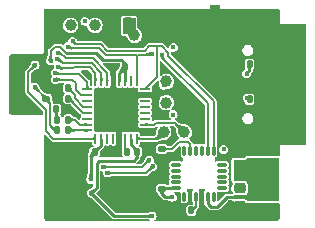
<source format=gbr>
%TF.GenerationSoftware,KiCad,Pcbnew,6.0.4*%
%TF.CreationDate,2022-06-17T20:55:26+08:00*%
%TF.ProjectId,holocubic,686f6c6f-6375-4626-9963-2e6b69636164,rev?*%
%TF.SameCoordinates,Original*%
%TF.FileFunction,Copper,L4,Bot*%
%TF.FilePolarity,Positive*%
%FSLAX46Y46*%
G04 Gerber Fmt 4.6, Leading zero omitted, Abs format (unit mm)*
G04 Created by KiCad (PCBNEW 6.0.4) date 2022-06-17 20:55:26*
%MOMM*%
%LPD*%
G01*
G04 APERTURE LIST*
G04 Aperture macros list*
%AMRoundRect*
0 Rectangle with rounded corners*
0 $1 Rounding radius*
0 $2 $3 $4 $5 $6 $7 $8 $9 X,Y pos of 4 corners*
0 Add a 4 corners polygon primitive as box body*
4,1,4,$2,$3,$4,$5,$6,$7,$8,$9,$2,$3,0*
0 Add four circle primitives for the rounded corners*
1,1,$1+$1,$2,$3*
1,1,$1+$1,$4,$5*
1,1,$1+$1,$6,$7*
1,1,$1+$1,$8,$9*
0 Add four rect primitives between the rounded corners*
20,1,$1+$1,$2,$3,$4,$5,0*
20,1,$1+$1,$4,$5,$6,$7,0*
20,1,$1+$1,$6,$7,$8,$9,0*
20,1,$1+$1,$8,$9,$2,$3,0*%
G04 Aperture macros list end*
%TA.AperFunction,ComponentPad*%
%ADD10R,0.900000X0.500000*%
%TD*%
%TA.AperFunction,ComponentPad*%
%ADD11O,1.600000X1.000000*%
%TD*%
%TA.AperFunction,ComponentPad*%
%ADD12O,2.100000X1.000000*%
%TD*%
%TA.AperFunction,SMDPad,CuDef*%
%ADD13RoundRect,0.225000X0.250000X-0.225000X0.250000X0.225000X-0.250000X0.225000X-0.250000X-0.225000X0*%
%TD*%
%TA.AperFunction,SMDPad,CuDef*%
%ADD14RoundRect,0.140000X-0.140000X-0.170000X0.140000X-0.170000X0.140000X0.170000X-0.140000X0.170000X0*%
%TD*%
%TA.AperFunction,SMDPad,CuDef*%
%ADD15RoundRect,0.140000X0.140000X0.170000X-0.140000X0.170000X-0.140000X-0.170000X0.140000X-0.170000X0*%
%TD*%
%TA.AperFunction,SMDPad,CuDef*%
%ADD16C,1.000000*%
%TD*%
%TA.AperFunction,SMDPad,CuDef*%
%ADD17RoundRect,0.135000X0.135000X0.185000X-0.135000X0.185000X-0.135000X-0.185000X0.135000X-0.185000X0*%
%TD*%
%TA.AperFunction,SMDPad,CuDef*%
%ADD18RoundRect,0.062500X-0.375000X-0.062500X0.375000X-0.062500X0.375000X0.062500X-0.375000X0.062500X0*%
%TD*%
%TA.AperFunction,SMDPad,CuDef*%
%ADD19RoundRect,0.062500X-0.062500X-0.375000X0.062500X-0.375000X0.062500X0.375000X-0.062500X0.375000X0*%
%TD*%
%TA.AperFunction,SMDPad,CuDef*%
%ADD20R,3.300000X3.300000*%
%TD*%
%TA.AperFunction,SMDPad,CuDef*%
%ADD21RoundRect,0.140000X0.170000X-0.140000X0.170000X0.140000X-0.170000X0.140000X-0.170000X-0.140000X0*%
%TD*%
%TA.AperFunction,SMDPad,CuDef*%
%ADD22RoundRect,0.135000X-0.135000X-0.185000X0.135000X-0.185000X0.135000X0.185000X-0.135000X0.185000X0*%
%TD*%
%TA.AperFunction,SMDPad,CuDef*%
%ADD23RoundRect,0.225000X-0.250000X0.225000X-0.250000X-0.225000X0.250000X-0.225000X0.250000X0.225000X0*%
%TD*%
%TA.AperFunction,SMDPad,CuDef*%
%ADD24RoundRect,0.140000X-0.170000X0.140000X-0.170000X-0.140000X0.170000X-0.140000X0.170000X0.140000X0*%
%TD*%
%TA.AperFunction,SMDPad,CuDef*%
%ADD25RoundRect,0.225000X0.225000X0.250000X-0.225000X0.250000X-0.225000X-0.250000X0.225000X-0.250000X0*%
%TD*%
%TA.AperFunction,SMDPad,CuDef*%
%ADD26RoundRect,0.075000X0.350000X0.075000X-0.350000X0.075000X-0.350000X-0.075000X0.350000X-0.075000X0*%
%TD*%
%TA.AperFunction,SMDPad,CuDef*%
%ADD27RoundRect,0.075000X0.075000X-0.350000X0.075000X0.350000X-0.075000X0.350000X-0.075000X-0.350000X0*%
%TD*%
%TA.AperFunction,ViaPad*%
%ADD28C,0.450000*%
%TD*%
%TA.AperFunction,ViaPad*%
%ADD29C,0.600000*%
%TD*%
%TA.AperFunction,ViaPad*%
%ADD30C,0.800000*%
%TD*%
%TA.AperFunction,Conductor*%
%ADD31C,0.200000*%
%TD*%
%TA.AperFunction,Conductor*%
%ADD32C,0.250000*%
%TD*%
%TA.AperFunction,Conductor*%
%ADD33C,0.180000*%
%TD*%
G04 APERTURE END LIST*
D10*
%TO.P,AE1,2,Shield*%
%TO.N,GND*%
X137650000Y-101825000D03*
%TD*%
D11*
%TO.P,J2,S1,SHIELD*%
%TO.N,GND*%
X144050000Y-112570000D03*
D12*
X139870000Y-103930000D03*
D11*
X144050000Y-103930000D03*
D12*
X139870000Y-112570000D03*
%TD*%
D13*
%TO.P,C4,1*%
%TO.N,+3V3*%
X139750000Y-115575000D03*
%TO.P,C4,2*%
%TO.N,GND*%
X139750000Y-114025000D03*
%TD*%
D14*
%TO.P,C14,1*%
%TO.N,Net-(C14-Pad1)*%
X124220000Y-111250000D03*
%TO.P,C14,2*%
%TO.N,Net-(C14-Pad2)*%
X125180000Y-111250000D03*
%TD*%
D15*
%TO.P,C21,1*%
%TO.N,GND*%
X131980000Y-113980000D03*
%TO.P,C21,2*%
%TO.N,+5V*%
X131020000Y-113980000D03*
%TD*%
D16*
%TO.P,TP8,1,1*%
%TO.N,Net-(TP8-Pad1)*%
X135025000Y-112300000D03*
%TD*%
%TO.P,TP7,1,1*%
%TO.N,Net-(TP7-Pad1)*%
X133275000Y-112300000D03*
%TD*%
%TO.P,TP3,1,1*%
%TO.N,/RST*%
X127450000Y-103250000D03*
%TD*%
D17*
%TO.P,R4,1*%
%TO.N,GND*%
X125210000Y-110350000D03*
%TO.P,R4,2*%
%TO.N,Net-(C14-Pad1)*%
X124190000Y-110350000D03*
%TD*%
D16*
%TO.P,TP4,1,1*%
%TO.N,/IO0*%
X125400000Y-103250000D03*
%TD*%
D15*
%TO.P,C19,1*%
%TO.N,Net-(C19-Pad1)*%
X130180000Y-113980000D03*
%TO.P,C19,2*%
%TO.N,GND*%
X129220000Y-113980000D03*
%TD*%
D18*
%TO.P,U3,1,LIP*%
%TO.N,Net-(C13-Pad2)*%
X126812500Y-112150000D03*
%TO.P,U3,2,LIN*%
%TO.N,Net-(C14-Pad2)*%
X126812500Y-111650000D03*
%TO.P,U3,3,L2/GPIO3*%
%TO.N,unconnected-(U3-Pad3)*%
X126812500Y-111150000D03*
%TO.P,U3,4,RIP*%
%TO.N,Net-(C15-Pad2)*%
X126812500Y-110650000D03*
%TO.P,U3,5,RIN*%
%TO.N,Net-(C16-Pad2)*%
X126812500Y-110150000D03*
%TO.P,U3,6,R2/GPIO3*%
%TO.N,unconnected-(U3-Pad6)*%
X126812500Y-109650000D03*
%TO.P,U3,7,LRC*%
%TO.N,/I2S_LRCK*%
X126812500Y-109150000D03*
%TO.P,U3,8,BCLK*%
%TO.N,/I2S_BCLK*%
X126812500Y-108650000D03*
D19*
%TO.P,U3,9,ADCDAT*%
%TO.N,/I2S_ADCDAT*%
X127500000Y-107962500D03*
%TO.P,U3,10,DACDAT*%
%TO.N,/I2S_DACDAT*%
X128000000Y-107962500D03*
%TO.P,U3,11,MCLK*%
%TO.N,/I2S_MCK*%
X128500000Y-107962500D03*
%TO.P,U3,12,DGND*%
%TO.N,GND*%
X129000000Y-107962500D03*
%TO.P,U3,13,DCVDD*%
%TO.N,+3V3*%
X129500000Y-107962500D03*
%TO.P,U3,14,DBVDD*%
X130000000Y-107962500D03*
%TO.P,U3,15,CSB/GPIO1*%
%TO.N,unconnected-(U3-Pad15)*%
X130500000Y-107962500D03*
%TO.P,U3,16,SCLK*%
%TO.N,/I2C_SCL*%
X131000000Y-107962500D03*
D18*
%TO.P,U3,17,SDIN*%
%TO.N,/I2C_SDA*%
X131687500Y-108650000D03*
%TO.P,U3,18,MODE*%
%TO.N,GND*%
X131687500Y-109150000D03*
%TO.P,U3,19,AUXL*%
%TO.N,unconnected-(U3-Pad19)*%
X131687500Y-109650000D03*
%TO.P,U3,20,AUXR*%
%TO.N,unconnected-(U3-Pad20)*%
X131687500Y-110150000D03*
%TO.P,U3,21,OUT4*%
%TO.N,unconnected-(U3-Pad21)*%
X131687500Y-110650000D03*
%TO.P,U3,22,OUT3*%
%TO.N,unconnected-(U3-Pad22)*%
X131687500Y-111150000D03*
%TO.P,U3,23,ROUT2*%
%TO.N,Net-(TP8-Pad1)*%
X131687500Y-111650000D03*
%TO.P,U3,24,SPKGND*%
%TO.N,GND*%
X131687500Y-112150000D03*
D19*
%TO.P,U3,25,LOUT2*%
%TO.N,Net-(TP7-Pad1)*%
X131000000Y-112837500D03*
%TO.P,U3,26,SPKVDD*%
%TO.N,+5V*%
X130500000Y-112837500D03*
%TO.P,U3,27,VMID*%
%TO.N,Net-(C19-Pad1)*%
X130000000Y-112837500D03*
%TO.P,U3,28,AGND*%
%TO.N,GND*%
X129500000Y-112837500D03*
%TO.P,U3,29,ROUT1*%
%TO.N,unconnected-(U3-Pad29)*%
X129000000Y-112837500D03*
%TO.P,U3,30,LOUT1*%
%TO.N,unconnected-(U3-Pad30)*%
X128500000Y-112837500D03*
%TO.P,U3,31,AVDD*%
%TO.N,+3V3*%
X128000000Y-112837500D03*
%TO.P,U3,32,MICBIAS*%
%TO.N,Net-(C17-Pad1)*%
X127500000Y-112837500D03*
D20*
%TO.P,U3,33,GNDPAD*%
%TO.N,GND*%
X129250000Y-110400000D03*
%TD*%
D21*
%TO.P,C23,1*%
%TO.N,GND*%
X133100000Y-114680000D03*
%TO.P,C23,2*%
%TO.N,Net-(C23-Pad2)*%
X133100000Y-113720000D03*
%TD*%
D14*
%TO.P,C13,1*%
%TO.N,Net-(C12-Pad2)*%
X124220000Y-112100000D03*
%TO.P,C13,2*%
%TO.N,Net-(C13-Pad2)*%
X125180000Y-112100000D03*
%TD*%
D22*
%TO.P,R2,1*%
%TO.N,Net-(J2-PadA5)*%
X140540000Y-109500000D03*
%TO.P,R2,2*%
%TO.N,GND*%
X141560000Y-109500000D03*
%TD*%
D14*
%TO.P,C20,1*%
%TO.N,GND*%
X129020000Y-106800000D03*
%TO.P,C20,2*%
%TO.N,+3V3*%
X129980000Y-106800000D03*
%TD*%
D16*
%TO.P,TP6,1,1*%
%TO.N,GND*%
X133400000Y-104100000D03*
%TD*%
%TO.P,TP5,1,1*%
%TO.N,+3V3*%
X130800000Y-104100000D03*
%TD*%
D14*
%TO.P,C15,1*%
%TO.N,GND*%
X124220000Y-109450000D03*
%TO.P,C15,2*%
%TO.N,Net-(C15-Pad2)*%
X125180000Y-109450000D03*
%TD*%
%TO.P,C16,1*%
%TO.N,GND*%
X124220000Y-108550000D03*
%TO.P,C16,2*%
%TO.N,Net-(C16-Pad2)*%
X125180000Y-108550000D03*
%TD*%
D23*
%TO.P,C1,1*%
%TO.N,+5V*%
X139750000Y-117025000D03*
%TO.P,C1,2*%
%TO.N,GND*%
X139750000Y-118575000D03*
%TD*%
D24*
%TO.P,C12,1*%
%TO.N,GND*%
X123350000Y-108520000D03*
%TO.P,C12,2*%
%TO.N,Net-(C12-Pad2)*%
X123350000Y-109480000D03*
%TD*%
%TO.P,C22,1*%
%TO.N,GND*%
X133090476Y-116130000D03*
%TO.P,C22,2*%
%TO.N,+3V3*%
X133090476Y-117090000D03*
%TD*%
D25*
%TO.P,C2,1*%
%TO.N,+3V3*%
X130275000Y-103050000D03*
%TO.P,C2,2*%
%TO.N,GND*%
X128725000Y-103050000D03*
%TD*%
D26*
%TO.P,U4,1,CLKIN*%
%TO.N,GND*%
X138200000Y-114550000D03*
%TO.P,U4,2*%
%TO.N,N/C*%
X138200000Y-115050000D03*
%TO.P,U4,3*%
X138200000Y-115550000D03*
%TO.P,U4,4*%
X138200000Y-116050000D03*
%TO.P,U4,5*%
X138200000Y-116550000D03*
%TO.P,U4,6,AUX_SDA*%
%TO.N,unconnected-(U4-Pad6)*%
X138200000Y-117050000D03*
D27*
%TO.P,U4,7,AUX_SCL*%
%TO.N,unconnected-(U4-Pad7)*%
X137500000Y-117750000D03*
%TO.P,U4,8,VDDIO*%
%TO.N,+3V3*%
X137000000Y-117750000D03*
%TO.P,U4,9,AD0*%
%TO.N,GND*%
X136500000Y-117750000D03*
%TO.P,U4,10,REGOUT*%
%TO.N,Net-(C24-Pad2)*%
X136000000Y-117750000D03*
%TO.P,U4,11,FSYNC*%
%TO.N,GND*%
X135500000Y-117750000D03*
%TO.P,U4,12,INT*%
%TO.N,unconnected-(U4-Pad12)*%
X135000000Y-117750000D03*
D26*
%TO.P,U4,13,VDD*%
%TO.N,+3V3*%
X134300000Y-117050000D03*
%TO.P,U4,14*%
%TO.N,N/C*%
X134300000Y-116550000D03*
%TO.P,U4,15*%
X134300000Y-116050000D03*
%TO.P,U4,16*%
X134300000Y-115550000D03*
%TO.P,U4,17*%
X134300000Y-115050000D03*
%TO.P,U4,18,GND*%
%TO.N,GND*%
X134300000Y-114550000D03*
D27*
%TO.P,U4,19*%
%TO.N,N/C*%
X135000000Y-113850000D03*
%TO.P,U4,20,CPOUT*%
%TO.N,Net-(C23-Pad2)*%
X135500000Y-113850000D03*
%TO.P,U4,21*%
%TO.N,N/C*%
X136000000Y-113850000D03*
%TO.P,U4,22*%
X136500000Y-113850000D03*
%TO.P,U4,23,SCL*%
%TO.N,/I2C_SCL*%
X137000000Y-113850000D03*
%TO.P,U4,24,SDA*%
%TO.N,/I2C_SDA*%
X137500000Y-113850000D03*
%TD*%
D16*
%TO.P,TP1,1,1*%
%TO.N,/TX0*%
X133500000Y-109800000D03*
%TD*%
D22*
%TO.P,R3,1*%
%TO.N,Net-(J2-PadB5)*%
X140540000Y-106550000D03*
%TO.P,R3,2*%
%TO.N,GND*%
X141560000Y-106550000D03*
%TD*%
D16*
%TO.P,TP2,1,1*%
%TO.N,/RX0*%
X133500000Y-108000000D03*
%TD*%
D15*
%TO.P,C24,1*%
%TO.N,GND*%
X136580000Y-118900000D03*
%TO.P,C24,2*%
%TO.N,Net-(C24-Pad2)*%
X135620000Y-118900000D03*
%TD*%
D14*
%TO.P,C18,1*%
%TO.N,+3V3*%
X127420000Y-113980000D03*
%TO.P,C18,2*%
%TO.N,GND*%
X128380000Y-113980000D03*
%TD*%
D28*
%TO.N,GND*%
X142700000Y-114100000D03*
X134900000Y-110200000D03*
X142150000Y-109300000D03*
X129675000Y-109800000D03*
X120700000Y-107000000D03*
X132900000Y-118800000D03*
X126800000Y-107400000D03*
X123700000Y-117800000D03*
X142600000Y-104700000D03*
X135200000Y-103950000D03*
X128000000Y-110500000D03*
X136300000Y-112200000D03*
X128000000Y-102150000D03*
X137000000Y-102150000D03*
X142400000Y-119100000D03*
X142900000Y-110600000D03*
X125800000Y-113500000D03*
X123450000Y-104450000D03*
X135650000Y-103300000D03*
X129700000Y-109100000D03*
X128100000Y-117000000D03*
X128175000Y-117675000D03*
X130475000Y-109100000D03*
X139850000Y-102200000D03*
X137200000Y-104400000D03*
X125000000Y-119300000D03*
X131500000Y-116600000D03*
X124300000Y-119300000D03*
X137500000Y-106900000D03*
X134400000Y-103950000D03*
X138000000Y-104000000D03*
X124600000Y-103950000D03*
X134600000Y-109100000D03*
X132600000Y-103850000D03*
X134650000Y-104600000D03*
X130000000Y-102150000D03*
X128100000Y-111200000D03*
X140900000Y-102150000D03*
X123600000Y-102950000D03*
X142900000Y-107000000D03*
X123700000Y-116700000D03*
X128900000Y-109100000D03*
X133000000Y-102150000D03*
X135200000Y-105500000D03*
X136850000Y-102900000D03*
X134700000Y-102200000D03*
X143150000Y-109600000D03*
X144200000Y-109500000D03*
X120700000Y-108400000D03*
X142750000Y-102200000D03*
X144000000Y-105500000D03*
X128900000Y-110500000D03*
X134000000Y-102150000D03*
X131000000Y-102150000D03*
X141500000Y-119100000D03*
X120700000Y-107700000D03*
X142500000Y-113200000D03*
X138450000Y-103150000D03*
X139400000Y-102850000D03*
X130400000Y-111200000D03*
X123700000Y-114700000D03*
X137100000Y-103700000D03*
X138100000Y-119400000D03*
X136300000Y-102100000D03*
X142900000Y-105800000D03*
X126000000Y-102150000D03*
X124000000Y-102150000D03*
X125650000Y-119250000D03*
X139000000Y-102150000D03*
X138200000Y-102400000D03*
X136500000Y-111500000D03*
X136600000Y-104850000D03*
X141450000Y-105100000D03*
X142900000Y-108400000D03*
X123700000Y-118800000D03*
X136050000Y-102750000D03*
X137600000Y-106200000D03*
X136850000Y-106700000D03*
X141650000Y-103650000D03*
X127000000Y-102150000D03*
X138900000Y-119000000D03*
X130400000Y-110500000D03*
X128337500Y-103400000D03*
X128100000Y-109100000D03*
X134200000Y-118450000D03*
X136600000Y-106000000D03*
X129600000Y-111200000D03*
X137650000Y-102850000D03*
X128900000Y-111200000D03*
X132200000Y-116600000D03*
X122500000Y-110500000D03*
X136300000Y-103800000D03*
X130500000Y-109800000D03*
X135550000Y-104600000D03*
X120700000Y-106250000D03*
X144000000Y-111000000D03*
X123700000Y-115700000D03*
X141450000Y-102850000D03*
X132200000Y-113500000D03*
X126300000Y-103700000D03*
X141850000Y-102200000D03*
X137100000Y-108500000D03*
X141750000Y-106000000D03*
X132400000Y-104500000D03*
X144000000Y-108000000D03*
X142600000Y-111600000D03*
X120700000Y-109100000D03*
X132500000Y-115900000D03*
X128900000Y-109800000D03*
X131400000Y-118900000D03*
X137100000Y-107600000D03*
X144000000Y-107000000D03*
X140600000Y-119100000D03*
X133700000Y-118800000D03*
X121100000Y-110400000D03*
X136450000Y-107900000D03*
X129000000Y-102150000D03*
X132000000Y-102150000D03*
X142300000Y-102850000D03*
X121800000Y-110000000D03*
X125000000Y-102150000D03*
X124450000Y-103000000D03*
X128100000Y-109800000D03*
X120700000Y-109800000D03*
X140425000Y-102700000D03*
X137600000Y-105000000D03*
X123850000Y-103700000D03*
X142000000Y-107450000D03*
X139700000Y-119500000D03*
X141850000Y-108400000D03*
X133400000Y-104100000D03*
X129625000Y-110500000D03*
X128937500Y-102850000D03*
X142550000Y-103800000D03*
%TO.N,+5V*%
X132300000Y-119400000D03*
X127150000Y-117450000D03*
D29*
X139450000Y-117050000D03*
D28*
%TO.N,+3V3*%
X134100000Y-105100000D03*
X140500000Y-117800000D03*
X123694020Y-106250000D03*
D29*
X141400000Y-116700000D03*
X142300000Y-117600000D03*
D28*
X134000000Y-117800000D03*
X134070000Y-110800000D03*
X127100000Y-116300000D03*
X126600000Y-102900000D03*
D29*
X141400000Y-115300000D03*
X142300000Y-116000000D03*
D28*
X138350000Y-113750000D03*
X130600000Y-103000000D03*
X130100000Y-103800000D03*
%TO.N,/RST*%
X127447500Y-103302500D03*
%TO.N,Net-(C12-Pad2)*%
X122350000Y-108480000D03*
%TO.N,Net-(C17-Pad1)*%
X122380000Y-106620000D03*
%TO.N,Net-(J2-PadA5)*%
X140350000Y-109400000D03*
%TO.N,/USB_D+*%
X128114309Y-115235691D03*
X132050000Y-114650000D03*
%TO.N,/USB_D-*%
X132350000Y-115200000D03*
X128500000Y-115750000D03*
%TO.N,Net-(J2-PadB5)*%
X140300000Y-107350000D03*
D30*
%TO.N,Net-(TP7-Pad1)*%
X133275000Y-112300000D03*
%TO.N,Net-(TP8-Pad1)*%
X135025000Y-112300000D03*
D28*
%TO.N,/TX0*%
X133297279Y-109575500D03*
%TO.N,/RX0*%
X133278619Y-108321381D03*
%TO.N,/IO0*%
X125400000Y-103250000D03*
%TO.N,/I2S_DACDAT*%
X124272270Y-106135368D03*
%TO.N,/I2S_MCK*%
X124302137Y-105556637D03*
%TO.N,/I2C_SDA*%
X125575000Y-104600000D03*
%TO.N,/I2C_SCL*%
X133154500Y-105750000D03*
X132245500Y-105635500D03*
X125150000Y-105050000D03*
%TO.N,/I2S_LRCK*%
X124093540Y-107849166D03*
%TO.N,/I2S_BCLK*%
X124093540Y-107269663D03*
%TO.N,/I2S_ADCDAT*%
X124350000Y-106750000D03*
%TD*%
D31*
%TO.N,Net-(TP7-Pad1)*%
X133275000Y-112300000D02*
X132737500Y-112837500D01*
X132737500Y-112837500D02*
X131000000Y-112837500D01*
%TO.N,Net-(TP8-Pad1)*%
X131687500Y-111650000D02*
X132450000Y-111650000D01*
X132450000Y-111650000D02*
X132600000Y-111500000D01*
X132600000Y-111500000D02*
X134225000Y-111500000D01*
X134225000Y-111500000D02*
X135025000Y-112300000D01*
%TO.N,/I2S_DACDAT*%
X124272270Y-106135368D02*
X124427222Y-106135368D01*
X124427222Y-106135368D02*
X124771374Y-106479520D01*
X127229520Y-106479520D02*
X128000000Y-107250000D01*
X124771374Y-106479520D02*
X127229520Y-106479520D01*
X128000000Y-107250000D02*
X128000000Y-107962500D01*
%TO.N,/I2S_MCK*%
X127299039Y-106049039D02*
X128500000Y-107250000D01*
X124302137Y-105556637D02*
X124481637Y-105556637D01*
X124481637Y-105556637D02*
X124974039Y-106049039D01*
X124974039Y-106049039D02*
X127299039Y-106049039D01*
X128500000Y-107250000D02*
X128500000Y-107962500D01*
%TO.N,/I2S_LRCK*%
X125823006Y-108726994D02*
X126246012Y-109150000D01*
X126246012Y-109150000D02*
X126812500Y-109150000D01*
X124093540Y-107849166D02*
X125499166Y-107849166D01*
X125499166Y-107849166D02*
X125823006Y-108173006D01*
X125823006Y-108173006D02*
X125823006Y-108726994D01*
%TO.N,/I2S_BCLK*%
X126100000Y-107350000D02*
X126812500Y-108062500D01*
X124093540Y-107269663D02*
X124173877Y-107350000D01*
X124173877Y-107350000D02*
X126100000Y-107350000D01*
X126812500Y-108062500D02*
X126812500Y-108650000D01*
%TO.N,+3V3*%
X123694020Y-106250000D02*
X123694020Y-105455980D01*
X124075000Y-105075000D02*
X124515654Y-105075000D01*
X124515654Y-105075000D02*
X125040654Y-105600000D01*
X123694020Y-105455980D02*
X124075000Y-105075000D01*
D32*
X129980000Y-106800000D02*
X129980000Y-106480000D01*
X129980000Y-106480000D02*
X129653560Y-106153560D01*
X129653560Y-106153560D02*
X128103560Y-106153560D01*
X128103560Y-106153560D02*
X127550000Y-105600000D01*
X127550000Y-105600000D02*
X125040654Y-105600000D01*
D31*
%TO.N,GND*%
X131687500Y-109150000D02*
X130500000Y-109150000D01*
X134400000Y-118650000D02*
X134200000Y-118450000D01*
X129500000Y-112837500D02*
X129500000Y-110650000D01*
X135500000Y-118187420D02*
X135037420Y-118650000D01*
X133090476Y-116130000D02*
X133090476Y-114689524D01*
X135500000Y-117750000D02*
X135500000Y-118187420D01*
X136580000Y-118900000D02*
X136707590Y-119027590D01*
X129675000Y-109975000D02*
X129250000Y-110400000D01*
X130475000Y-109175000D02*
X129675000Y-109975000D01*
X129500000Y-113700000D02*
X129220000Y-113980000D01*
X132400000Y-113980000D02*
X131980000Y-113980000D01*
X129425000Y-110575000D02*
X129250000Y-110400000D01*
X131000000Y-112150000D02*
X129825000Y-110975000D01*
X129020000Y-106700000D02*
X129020000Y-107942500D01*
X129000000Y-107962500D02*
X129000000Y-110000000D01*
X129825000Y-110975000D02*
X129625000Y-110775000D01*
X134300000Y-114550000D02*
X133230000Y-114550000D01*
X130500000Y-109150000D02*
X130475000Y-109175000D01*
X128380000Y-113980000D02*
X129220000Y-113980000D01*
X135037420Y-118650000D02*
X134400000Y-118650000D01*
X133230000Y-114550000D02*
X133100000Y-114680000D01*
X136500000Y-118820000D02*
X136580000Y-118900000D01*
X129625000Y-110775000D02*
X129425000Y-110575000D01*
X129020000Y-107942500D02*
X129000000Y-107962500D01*
X129500000Y-112837500D02*
X129500000Y-113700000D01*
X129000000Y-110000000D02*
X129000000Y-110150000D01*
X133090476Y-114689524D02*
X133100000Y-114680000D01*
X133100000Y-114680000D02*
X132400000Y-113980000D01*
X131687500Y-112150000D02*
X131000000Y-112150000D01*
X136500000Y-117750000D02*
X136500000Y-118820000D01*
D32*
%TO.N,+5V*%
X129100000Y-119400000D02*
X132300000Y-119400000D01*
X127800000Y-114700000D02*
X127589511Y-114910489D01*
X130500000Y-112837500D02*
X130500000Y-113333070D01*
X130750000Y-114700000D02*
X127800000Y-114700000D01*
X131020000Y-113980000D02*
X131020000Y-114430000D01*
X131020000Y-113853070D02*
X131020000Y-113980000D01*
X130500000Y-113333070D02*
X131020000Y-113853070D01*
X131020000Y-114430000D02*
X130750000Y-114700000D01*
X127589511Y-117010489D02*
X127150000Y-117450000D01*
X127589511Y-114910489D02*
X127589511Y-117010489D01*
X129100000Y-119400000D02*
X127150000Y-117450000D01*
%TO.N,+3V3*%
X127100000Y-114300000D02*
X127420000Y-113980000D01*
X130000000Y-106820000D02*
X130000000Y-107962500D01*
X134300000Y-117050000D02*
X133130476Y-117050000D01*
X127100000Y-116300000D02*
X127100000Y-114300000D01*
X133400000Y-117800000D02*
X134000000Y-117800000D01*
X137000000Y-118353070D02*
X137250000Y-118603070D01*
X137796930Y-118603070D02*
X138600000Y-117800000D01*
X133300000Y-117700000D02*
X133400000Y-117800000D01*
X137250000Y-118603070D02*
X137796930Y-118603070D01*
X129500000Y-107286930D02*
X129624520Y-107162410D01*
X128000000Y-112837500D02*
X128000000Y-113400000D01*
X128000000Y-113400000D02*
X127420000Y-113980000D01*
X129500000Y-107962500D02*
X129500000Y-107286930D01*
X129980000Y-106800000D02*
X130000000Y-106820000D01*
X137000000Y-117750000D02*
X137000000Y-118353070D01*
X133130476Y-117050000D02*
X133090476Y-117090000D01*
X141125000Y-115575000D02*
X141400000Y-115300000D01*
X139750000Y-115575000D02*
X141125000Y-115575000D01*
X133090476Y-117090000D02*
X133090476Y-117490476D01*
X129624520Y-107155480D02*
X129980000Y-106800000D01*
X129624520Y-107162410D02*
X129624520Y-107155480D01*
X133090476Y-117490476D02*
X133300000Y-117700000D01*
X138600000Y-117800000D02*
X140500000Y-117800000D01*
D31*
%TO.N,Net-(C12-Pad2)*%
X122350000Y-108480000D02*
X123350000Y-109480000D01*
X124050000Y-112100000D02*
X123629520Y-111679520D01*
X123350000Y-109480000D02*
X123629520Y-109759520D01*
X124220000Y-112100000D02*
X124050000Y-112100000D01*
X123629520Y-111679520D02*
X123629520Y-109759520D01*
%TO.N,Net-(C13-Pad2)*%
X125230000Y-112150000D02*
X125180000Y-112100000D01*
X126812500Y-112150000D02*
X125230000Y-112150000D01*
%TO.N,Net-(C14-Pad1)*%
X124190000Y-110350000D02*
X124190000Y-111220000D01*
X124190000Y-111220000D02*
X124220000Y-111250000D01*
%TO.N,Net-(C14-Pad2)*%
X126812500Y-111650000D02*
X126150000Y-111650000D01*
X126150000Y-111650000D02*
X125750000Y-111250000D01*
X125750000Y-111250000D02*
X125180000Y-111250000D01*
%TO.N,Net-(C15-Pad2)*%
X126462022Y-110650000D02*
X125262022Y-109450000D01*
X125262022Y-109450000D02*
X125180000Y-109450000D01*
X126812500Y-110650000D02*
X126462022Y-110650000D01*
%TO.N,Net-(C16-Pad2)*%
X125750000Y-109437978D02*
X126462022Y-110150000D01*
X125180000Y-108550000D02*
X125750000Y-109120000D01*
X125750000Y-109120000D02*
X125750000Y-109437978D01*
X126462022Y-110150000D02*
X126812500Y-110150000D01*
%TO.N,Net-(C17-Pad1)*%
X127500000Y-112837500D02*
X123937500Y-112837500D01*
X123300000Y-112200000D02*
X123300000Y-110400000D01*
X123937500Y-112837500D02*
X123300000Y-112200000D01*
X121800000Y-107200000D02*
X122380000Y-106620000D01*
X123300000Y-110400000D02*
X121800000Y-108900000D01*
X121800000Y-108900000D02*
X121800000Y-107200000D01*
%TO.N,Net-(C19-Pad1)*%
X130000000Y-113850000D02*
X130130000Y-113980000D01*
X130000000Y-113800000D02*
X130180000Y-113980000D01*
X130000000Y-112837500D02*
X130000000Y-113800000D01*
D33*
%TO.N,/USB_D+*%
X131450000Y-115250000D02*
X132050000Y-114650000D01*
X128128618Y-115250000D02*
X131450000Y-115250000D01*
X128114309Y-115235691D02*
X128128618Y-115250000D01*
%TO.N,/USB_D-*%
X132350000Y-115200000D02*
X131800000Y-115750000D01*
X131800000Y-115750000D02*
X128500000Y-115750000D01*
D31*
%TO.N,Net-(J2-PadB5)*%
X140540000Y-107110000D02*
X140300000Y-107350000D01*
X140540000Y-106550000D02*
X140540000Y-107110000D01*
%TO.N,/I2C_SDA*%
X128499158Y-105399520D02*
X131664000Y-105399520D01*
X137500000Y-109650000D02*
X137500000Y-113850000D01*
X127949638Y-104850000D02*
X128499158Y-105399520D01*
X133654511Y-105554511D02*
X133654511Y-105804511D01*
X131664000Y-105399520D02*
X132063520Y-105000000D01*
X133100000Y-105000000D02*
X133654511Y-105554511D01*
X131687500Y-108650000D02*
X132700000Y-107637500D01*
X125825000Y-104850000D02*
X127949638Y-104850000D01*
X132700000Y-107637500D02*
X132700000Y-105000000D01*
X125575000Y-104600000D02*
X125825000Y-104850000D01*
X133654511Y-105804511D02*
X137500000Y-109650000D01*
X132063520Y-105000000D02*
X133100000Y-105000000D01*
%TO.N,/I2C_SCL*%
X133154500Y-105750000D02*
X133154500Y-106004500D01*
X127833626Y-105200000D02*
X128362667Y-105729040D01*
X133154500Y-106004500D02*
X137000000Y-109850000D01*
X125300000Y-105200000D02*
X127833626Y-105200000D01*
X131000000Y-107962500D02*
X131000000Y-105900000D01*
X125150000Y-105050000D02*
X125300000Y-105200000D01*
X132245500Y-105635500D02*
X132151960Y-105729040D01*
X130929040Y-105729040D02*
X131050000Y-105850000D01*
X131000000Y-105900000D02*
X131050000Y-105850000D01*
X128362667Y-105729040D02*
X130929040Y-105729040D01*
X131170960Y-105729040D02*
X131050000Y-105850000D01*
X132151960Y-105729040D02*
X131170960Y-105729040D01*
X137000000Y-109850000D02*
X137000000Y-113850000D01*
%TO.N,/I2S_ADCDAT*%
X127009040Y-106809040D02*
X125700000Y-106809040D01*
X124500000Y-106900000D02*
X125609040Y-106900000D01*
X127500000Y-107962500D02*
X127500000Y-107300000D01*
X124350000Y-106750000D02*
X124500000Y-106900000D01*
X127500000Y-107300000D02*
X127009040Y-106809040D01*
X125609040Y-106900000D02*
X125700000Y-106809040D01*
%TO.N,Net-(C23-Pad2)*%
X133980000Y-113720000D02*
X133100000Y-113720000D01*
X135500000Y-113300000D02*
X135300000Y-113100000D01*
X135500000Y-113850000D02*
X135500000Y-113300000D01*
X135300000Y-113100000D02*
X134600000Y-113100000D01*
X134600000Y-113100000D02*
X133980000Y-113720000D01*
%TO.N,Net-(C24-Pad2)*%
X136000000Y-118520000D02*
X135620000Y-118900000D01*
X136000000Y-117750000D02*
X136000000Y-118520000D01*
%TD*%
%TA.AperFunction,Conductor*%
%TO.N,Net-(TP7-Pad1)*%
G36*
X131061537Y-112727889D02*
G01*
X131067365Y-112730276D01*
X131067372Y-112730278D01*
X131067681Y-112730405D01*
X131068003Y-112730495D01*
X131068007Y-112730496D01*
X131081339Y-112734208D01*
X131081630Y-112734289D01*
X131081915Y-112734338D01*
X131081922Y-112734340D01*
X131088214Y-112735431D01*
X131096539Y-112736875D01*
X131105447Y-112737713D01*
X131112449Y-112738372D01*
X131112457Y-112738373D01*
X131112611Y-112738387D01*
X131130054Y-112739051D01*
X131139654Y-112739071D01*
X131148968Y-112739091D01*
X131149071Y-112739091D01*
X131169869Y-112738732D01*
X131192653Y-112738197D01*
X131205272Y-112737951D01*
X131217549Y-112737713D01*
X131217686Y-112737711D01*
X131233210Y-112737591D01*
X131241509Y-112740954D01*
X131245000Y-112749291D01*
X131245000Y-112925709D01*
X131241573Y-112933982D01*
X131233210Y-112937409D01*
X131226650Y-112937358D01*
X131217685Y-112937288D01*
X131217549Y-112937286D01*
X131205272Y-112937048D01*
X131192653Y-112936802D01*
X131169869Y-112936267D01*
X131149071Y-112935908D01*
X131148968Y-112935908D01*
X131139654Y-112935928D01*
X131130054Y-112935948D01*
X131112611Y-112936612D01*
X131112457Y-112936626D01*
X131112449Y-112936627D01*
X131106121Y-112937223D01*
X131096539Y-112938124D01*
X131088214Y-112939568D01*
X131081922Y-112940659D01*
X131081915Y-112940661D01*
X131081630Y-112940710D01*
X131067681Y-112944594D01*
X131067373Y-112944720D01*
X131067356Y-112944726D01*
X131061538Y-112947110D01*
X131052583Y-112947076D01*
X131048992Y-112944717D01*
X131048769Y-112944502D01*
X130946269Y-112845933D01*
X130942681Y-112837729D01*
X130946269Y-112829067D01*
X131048993Y-112730283D01*
X131057332Y-112727018D01*
X131061537Y-112727889D01*
G37*
%TD.AperFunction*%
%TD*%
%TA.AperFunction,Conductor*%
%TO.N,Net-(TP8-Pad1)*%
G36*
X134403930Y-111536767D02*
G01*
X134481260Y-111607151D01*
X134481521Y-111607339D01*
X134559324Y-111663461D01*
X134559330Y-111663464D01*
X134559645Y-111663692D01*
X134633010Y-111702882D01*
X134633386Y-111703020D01*
X134633391Y-111703022D01*
X134703208Y-111728604D01*
X134703215Y-111728606D01*
X134703534Y-111728723D01*
X134703864Y-111728801D01*
X134703871Y-111728803D01*
X134757799Y-111741537D01*
X134773398Y-111745220D01*
X134773594Y-111745251D01*
X134773606Y-111745253D01*
X134840851Y-111755764D01*
X134844781Y-111756378D01*
X134844822Y-111756383D01*
X134844847Y-111756387D01*
X134900757Y-111763701D01*
X134919742Y-111766184D01*
X134919986Y-111766219D01*
X134972888Y-111774381D01*
X135000476Y-111778637D01*
X135001154Y-111778762D01*
X135089370Y-111797752D01*
X135090277Y-111797985D01*
X135180925Y-111825238D01*
X135187861Y-111830902D01*
X135189254Y-111836212D01*
X135197666Y-112266536D01*
X135201538Y-112464611D01*
X135198273Y-112472950D01*
X135189611Y-112476538D01*
X134991536Y-112472666D01*
X134561213Y-112464254D01*
X134553010Y-112460666D01*
X134550238Y-112455925D01*
X134522985Y-112365277D01*
X134522752Y-112364370D01*
X134503762Y-112276154D01*
X134503637Y-112275476D01*
X134491221Y-112194998D01*
X134491183Y-112194732D01*
X134481387Y-112119847D01*
X134481383Y-112119822D01*
X134481378Y-112119781D01*
X134470220Y-112048398D01*
X134453723Y-111978534D01*
X134427882Y-111908010D01*
X134388692Y-111834645D01*
X134388464Y-111834330D01*
X134388461Y-111834324D01*
X134332339Y-111756521D01*
X134332151Y-111756260D01*
X134261767Y-111678930D01*
X134258733Y-111670507D01*
X134262147Y-111662783D01*
X134387783Y-111537147D01*
X134396056Y-111533720D01*
X134403930Y-111536767D01*
G37*
%TD.AperFunction*%
%TD*%
%TA.AperFunction,Conductor*%
%TO.N,Net-(TP7-Pad1)*%
G36*
X133275000Y-112699999D02*
G01*
X133201523Y-112706649D01*
X133141037Y-112724699D01*
X133089983Y-112751299D01*
X133044799Y-112783599D01*
X133001927Y-112818749D01*
X132963892Y-112849051D01*
X132963091Y-112849690D01*
X132963086Y-112849692D01*
X132958210Y-112853577D01*
X132957366Y-112854190D01*
X132909606Y-112885718D01*
X132908090Y-112886565D01*
X132891459Y-112894285D01*
X132852533Y-112912356D01*
X132850558Y-112913065D01*
X132783359Y-112930587D01*
X132781324Y-112930930D01*
X132710255Y-112936510D01*
X132701740Y-112933741D01*
X132698822Y-112927410D01*
X132698531Y-112927531D01*
X132697640Y-112925381D01*
X132697640Y-112737500D01*
X132774145Y-112728236D01*
X132825888Y-112702033D01*
X132857440Y-112661276D01*
X132873376Y-112608349D01*
X132878268Y-112545636D01*
X132876691Y-112475522D01*
X132873217Y-112400389D01*
X132872421Y-112322624D01*
X132878875Y-112244609D01*
X132897154Y-112168730D01*
X133416421Y-112158579D01*
X133275000Y-112699999D01*
G37*
%TD.AperFunction*%
%TD*%
%TA.AperFunction,Conductor*%
%TO.N,Net-(TP7-Pad1)*%
G36*
X133444659Y-112126791D02*
G01*
X133448247Y-112134995D01*
X133447869Y-112138181D01*
X133277189Y-112791618D01*
X133271783Y-112798756D01*
X133266344Y-112800351D01*
X133179965Y-112803850D01*
X133179708Y-112803883D01*
X133179700Y-112803884D01*
X133099666Y-112814268D01*
X133099656Y-112814270D01*
X133099423Y-112814300D01*
X133099190Y-112814351D01*
X133099180Y-112814353D01*
X133029588Y-112829654D01*
X133029576Y-112829657D01*
X133029381Y-112829700D01*
X132965845Y-112848400D01*
X132965774Y-112848424D01*
X132965760Y-112848428D01*
X132964866Y-112848726D01*
X132964864Y-112848727D01*
X132963892Y-112849051D01*
X132963891Y-112849051D01*
X132904822Y-112868750D01*
X132842319Y-112889100D01*
X132774342Y-112907799D01*
X132696899Y-112923200D01*
X132632641Y-112930587D01*
X132606465Y-112933596D01*
X132605545Y-112933666D01*
X132601019Y-112933827D01*
X132509755Y-112937070D01*
X132501366Y-112933939D01*
X132497640Y-112925377D01*
X132497640Y-112748025D01*
X132501067Y-112739752D01*
X132508106Y-112736390D01*
X132585519Y-112728181D01*
X132586293Y-112727861D01*
X132648598Y-112702099D01*
X132648600Y-112702098D01*
X132649574Y-112701695D01*
X132651050Y-112700316D01*
X132693248Y-112660904D01*
X132693250Y-112660901D01*
X132693957Y-112660241D01*
X132722821Y-112606022D01*
X132740320Y-112541239D01*
X132750606Y-112468093D01*
X132757833Y-112388786D01*
X132766121Y-112305863D01*
X132766209Y-112305183D01*
X132779625Y-112221109D01*
X132779888Y-112219887D01*
X132800394Y-112144374D01*
X132805869Y-112137288D01*
X132811456Y-112135742D01*
X133239691Y-112127370D01*
X133436320Y-112123526D01*
X133444659Y-112126791D01*
G37*
%TD.AperFunction*%
%TD*%
%TA.AperFunction,Conductor*%
%TO.N,Net-(TP8-Pad1)*%
G36*
X131749037Y-111540389D02*
G01*
X131754865Y-111542776D01*
X131754872Y-111542778D01*
X131755181Y-111542905D01*
X131755503Y-111542995D01*
X131755507Y-111542996D01*
X131768839Y-111546708D01*
X131769130Y-111546789D01*
X131769415Y-111546838D01*
X131769422Y-111546840D01*
X131775714Y-111547931D01*
X131784039Y-111549375D01*
X131792947Y-111550213D01*
X131799949Y-111550872D01*
X131799957Y-111550873D01*
X131800111Y-111550887D01*
X131817554Y-111551551D01*
X131827154Y-111551571D01*
X131836468Y-111551591D01*
X131836571Y-111551591D01*
X131857369Y-111551232D01*
X131880153Y-111550697D01*
X131892772Y-111550451D01*
X131905049Y-111550213D01*
X131905186Y-111550211D01*
X131920710Y-111550091D01*
X131929009Y-111553454D01*
X131932500Y-111561791D01*
X131932500Y-111738209D01*
X131929073Y-111746482D01*
X131920710Y-111749909D01*
X131914150Y-111749858D01*
X131905185Y-111749788D01*
X131905049Y-111749786D01*
X131892772Y-111749548D01*
X131880153Y-111749302D01*
X131857369Y-111748767D01*
X131836571Y-111748408D01*
X131836468Y-111748408D01*
X131827154Y-111748428D01*
X131817554Y-111748448D01*
X131800111Y-111749112D01*
X131799957Y-111749126D01*
X131799949Y-111749127D01*
X131793621Y-111749723D01*
X131784039Y-111750624D01*
X131775714Y-111752068D01*
X131769422Y-111753159D01*
X131769415Y-111753161D01*
X131769130Y-111753210D01*
X131755181Y-111757094D01*
X131754873Y-111757220D01*
X131754856Y-111757226D01*
X131749038Y-111759610D01*
X131740083Y-111759576D01*
X131736492Y-111757217D01*
X131736269Y-111757002D01*
X131633769Y-111658433D01*
X131630181Y-111650229D01*
X131633769Y-111641567D01*
X131736493Y-111542783D01*
X131744832Y-111539518D01*
X131749037Y-111540389D01*
G37*
%TD.AperFunction*%
%TD*%
%TA.AperFunction,Conductor*%
%TO.N,Net-(TP8-Pad1)*%
G36*
X134604463Y-111732566D02*
G01*
X134665960Y-111778436D01*
X134723334Y-111811231D01*
X134778333Y-111833897D01*
X134832704Y-111849380D01*
X134888193Y-111860625D01*
X134946547Y-111870579D01*
X135009513Y-111882188D01*
X135078838Y-111898398D01*
X135156270Y-111922154D01*
X135166421Y-112441421D01*
X134647154Y-112431270D01*
X134623398Y-112353838D01*
X134607188Y-112284513D01*
X134595579Y-112221547D01*
X134585625Y-112163193D01*
X134574380Y-112107704D01*
X134558897Y-112053333D01*
X134536231Y-111998334D01*
X134503436Y-111940960D01*
X134457566Y-111879463D01*
X134395676Y-111812097D01*
X134537097Y-111670676D01*
X134604463Y-111732566D01*
G37*
%TD.AperFunction*%
%TD*%
%TA.AperFunction,Conductor*%
%TO.N,/I2S_DACDAT*%
G36*
X124437223Y-105982228D02*
G01*
X124465273Y-106010783D01*
X124465426Y-106010942D01*
X124494263Y-106041429D01*
X124494406Y-106041583D01*
X124519726Y-106069335D01*
X124519834Y-106069456D01*
X124543100Y-106095676D01*
X124543152Y-106095734D01*
X124565880Y-106121693D01*
X124589419Y-106148462D01*
X124615219Y-106177229D01*
X124644727Y-106209183D01*
X124679395Y-106245509D01*
X124679450Y-106245565D01*
X124679456Y-106245571D01*
X124712518Y-106279123D01*
X124715884Y-106287421D01*
X124712457Y-106295608D01*
X124587229Y-106420836D01*
X124578956Y-106424263D01*
X124570987Y-106421129D01*
X124550797Y-106402345D01*
X124524200Y-106381690D01*
X124498888Y-106366277D01*
X124475118Y-106355898D01*
X124474690Y-106355711D01*
X124474687Y-106355710D01*
X124474291Y-106355537D01*
X124473875Y-106355424D01*
X124473872Y-106355423D01*
X124450233Y-106349004D01*
X124449839Y-106348897D01*
X124424963Y-106345787D01*
X124424679Y-106345785D01*
X124399337Y-106345635D01*
X124399327Y-106345635D01*
X124399094Y-106345634D01*
X124398851Y-106345654D01*
X124398845Y-106345654D01*
X124379557Y-106347225D01*
X124371662Y-106347868D01*
X124371530Y-106347886D01*
X124371512Y-106347888D01*
X124347520Y-106351174D01*
X124342097Y-106351917D01*
X124342066Y-106351922D01*
X124342046Y-106351925D01*
X124325725Y-106354603D01*
X124317830Y-106355898D01*
X124309111Y-106353855D01*
X124305792Y-106350182D01*
X124170545Y-106114865D01*
X124169394Y-106105985D01*
X124175644Y-106098479D01*
X124181388Y-106095734D01*
X124423832Y-105979871D01*
X124432773Y-105979395D01*
X124437223Y-105982228D01*
G37*
%TD.AperFunction*%
%TD*%
%TA.AperFunction,Conductor*%
%TO.N,/I2S_DACDAT*%
G36*
X128096482Y-107720927D02*
G01*
X128099909Y-107729291D01*
X128099788Y-107744814D01*
X128099786Y-107744950D01*
X128099302Y-107769846D01*
X128098767Y-107792630D01*
X128098408Y-107813428D01*
X128098448Y-107832445D01*
X128099112Y-107849888D01*
X128100624Y-107865960D01*
X128103210Y-107880869D01*
X128107094Y-107894818D01*
X128107221Y-107895128D01*
X128109611Y-107900962D01*
X128109576Y-107909916D01*
X128107217Y-107913507D01*
X128008433Y-108016231D01*
X128000229Y-108019819D01*
X127991567Y-108016231D01*
X127892782Y-107913507D01*
X127889517Y-107905168D01*
X127890388Y-107900962D01*
X127892778Y-107895128D01*
X127892905Y-107894818D01*
X127896789Y-107880869D01*
X127899375Y-107865960D01*
X127900887Y-107849888D01*
X127901551Y-107832445D01*
X127901591Y-107813428D01*
X127901232Y-107792630D01*
X127900697Y-107769846D01*
X127900213Y-107744950D01*
X127900211Y-107744813D01*
X127900091Y-107729290D01*
X127903454Y-107720991D01*
X127911791Y-107717500D01*
X128088209Y-107717500D01*
X128096482Y-107720927D01*
G37*
%TD.AperFunction*%
%TD*%
%TA.AperFunction,Conductor*%
%TO.N,/I2S_MCK*%
G36*
X124467257Y-105403546D02*
G01*
X124494517Y-105430743D01*
X124523547Y-105459566D01*
X124549585Y-105485299D01*
X124573890Y-105509234D01*
X124597723Y-105532663D01*
X124622342Y-105556879D01*
X124649006Y-105583174D01*
X124678977Y-105612839D01*
X124713495Y-105647150D01*
X124713512Y-105647167D01*
X124745583Y-105679178D01*
X124749018Y-105687448D01*
X124745591Y-105695732D01*
X124620402Y-105820921D01*
X124612129Y-105824348D01*
X124604191Y-105821243D01*
X124586200Y-105804626D01*
X124586198Y-105804624D01*
X124585993Y-105804435D01*
X124561030Y-105785512D01*
X124537106Y-105771615D01*
X124513765Y-105762253D01*
X124513325Y-105762152D01*
X124513321Y-105762151D01*
X124490985Y-105757037D01*
X124490983Y-105757037D01*
X124490552Y-105756938D01*
X124490112Y-105756905D01*
X124490111Y-105756905D01*
X124467373Y-105755208D01*
X124467372Y-105755208D01*
X124467010Y-105755181D01*
X124442684Y-105756493D01*
X124442402Y-105756536D01*
X124442401Y-105756536D01*
X124437702Y-105757251D01*
X124417118Y-105760384D01*
X124389856Y-105766366D01*
X124389747Y-105766394D01*
X124389718Y-105766401D01*
X124368254Y-105771936D01*
X124359388Y-105770684D01*
X124355784Y-105767367D01*
X124199442Y-105546535D01*
X124197458Y-105537803D01*
X124202231Y-105530226D01*
X124203657Y-105529362D01*
X124449497Y-105403546D01*
X124453663Y-105401414D01*
X124462589Y-105400695D01*
X124467257Y-105403546D01*
G37*
%TD.AperFunction*%
%TD*%
%TA.AperFunction,Conductor*%
%TO.N,/I2S_LRCK*%
G36*
X124198998Y-107650347D02*
G01*
X124208605Y-107655136D01*
X124228882Y-107665245D01*
X124261589Y-107682151D01*
X124291232Y-107697316D01*
X124291289Y-107697343D01*
X124319154Y-107710602D01*
X124319164Y-107710607D01*
X124319306Y-107710674D01*
X124319439Y-107710728D01*
X124319458Y-107710737D01*
X124347101Y-107722075D01*
X124347306Y-107722159D01*
X124376728Y-107731705D01*
X124376966Y-107731760D01*
X124376975Y-107731763D01*
X124408826Y-107739188D01*
X124408830Y-107739189D01*
X124409067Y-107739244D01*
X124409292Y-107739278D01*
X124409300Y-107739279D01*
X124430299Y-107742403D01*
X124445818Y-107744712D01*
X124446014Y-107744727D01*
X124446020Y-107744728D01*
X124459346Y-107745768D01*
X124488477Y-107748041D01*
X124488641Y-107748045D01*
X124488647Y-107748045D01*
X124527103Y-107748909D01*
X124535297Y-107752521D01*
X124538540Y-107760606D01*
X124538540Y-107937726D01*
X124535113Y-107945999D01*
X124527104Y-107949423D01*
X124506130Y-107949894D01*
X124488647Y-107950286D01*
X124488641Y-107950286D01*
X124488477Y-107950290D01*
X124459346Y-107952563D01*
X124446020Y-107953603D01*
X124446014Y-107953604D01*
X124445818Y-107953619D01*
X124430299Y-107955928D01*
X124409300Y-107959052D01*
X124409292Y-107959053D01*
X124409067Y-107959087D01*
X124408830Y-107959142D01*
X124408826Y-107959143D01*
X124376975Y-107966568D01*
X124376966Y-107966571D01*
X124376728Y-107966626D01*
X124347306Y-107976172D01*
X124347103Y-107976255D01*
X124347101Y-107976256D01*
X124319458Y-107987594D01*
X124319439Y-107987603D01*
X124319306Y-107987657D01*
X124319164Y-107987724D01*
X124319154Y-107987729D01*
X124298889Y-107997372D01*
X124291232Y-108001015D01*
X124291184Y-108001040D01*
X124291177Y-108001043D01*
X124261589Y-108016180D01*
X124261546Y-108016202D01*
X124228948Y-108033052D01*
X124228796Y-108033129D01*
X124198998Y-108047985D01*
X124190065Y-108048609D01*
X124185668Y-108045947D01*
X124125128Y-107987729D01*
X123989809Y-107857599D01*
X123986221Y-107849395D01*
X123989809Y-107840733D01*
X124086198Y-107748041D01*
X124185668Y-107652385D01*
X124194007Y-107649120D01*
X124198998Y-107650347D01*
G37*
%TD.AperFunction*%
%TD*%
%TA.AperFunction,Conductor*%
%TO.N,/I2S_BCLK*%
G36*
X124262997Y-107121431D02*
G01*
X124281536Y-107141162D01*
X124281606Y-107141236D01*
X124281645Y-107141276D01*
X124303714Y-107164141D01*
X124303726Y-107164153D01*
X124303786Y-107164215D01*
X124324954Y-107184437D01*
X124346111Y-107201917D01*
X124368257Y-107216668D01*
X124368593Y-107216835D01*
X124368592Y-107216835D01*
X124392050Y-107228534D01*
X124392057Y-107228537D01*
X124392394Y-107228705D01*
X124392753Y-107228829D01*
X124392754Y-107228829D01*
X124419197Y-107237931D01*
X124419200Y-107237932D01*
X124419523Y-107238043D01*
X124419856Y-107238114D01*
X124419859Y-107238115D01*
X124436499Y-107241671D01*
X124450646Y-107244695D01*
X124471167Y-107246957D01*
X124486553Y-107248653D01*
X124486557Y-107248653D01*
X124486763Y-107248676D01*
X124486979Y-107248683D01*
X124486982Y-107248683D01*
X124517545Y-107249644D01*
X124525706Y-107253329D01*
X124528877Y-107261338D01*
X124528877Y-107438466D01*
X124525450Y-107446739D01*
X124517344Y-107450165D01*
X124500923Y-107450400D01*
X124471022Y-107450828D01*
X124470938Y-107450832D01*
X124470936Y-107450832D01*
X124421831Y-107453134D01*
X124421817Y-107453135D01*
X124421709Y-107453140D01*
X124397439Y-107455154D01*
X124379182Y-107456668D01*
X124379168Y-107456669D01*
X124379089Y-107456676D01*
X124361005Y-107458830D01*
X124341387Y-107461167D01*
X124341373Y-107461169D01*
X124341314Y-107461176D01*
X124324306Y-107463720D01*
X124306552Y-107466375D01*
X124306527Y-107466379D01*
X124272905Y-107472023D01*
X124238613Y-107477844D01*
X124238515Y-107477859D01*
X124201835Y-107483579D01*
X124201596Y-107483613D01*
X124160561Y-107488995D01*
X124160239Y-107489032D01*
X124151751Y-107489892D01*
X124121143Y-107492992D01*
X124112567Y-107490417D01*
X124109379Y-107486337D01*
X123993629Y-107240531D01*
X123993205Y-107231586D01*
X123999647Y-107224774D01*
X124249903Y-107118670D01*
X124258857Y-107118596D01*
X124262997Y-107121431D01*
G37*
%TD.AperFunction*%
%TD*%
%TA.AperFunction,Conductor*%
%TO.N,/I2S_BCLK*%
G36*
X126908982Y-108408427D02*
G01*
X126912409Y-108416791D01*
X126912288Y-108432314D01*
X126912286Y-108432450D01*
X126911802Y-108457346D01*
X126911267Y-108480130D01*
X126910908Y-108500928D01*
X126910948Y-108519945D01*
X126911612Y-108537388D01*
X126913124Y-108553460D01*
X126915710Y-108568369D01*
X126919594Y-108582318D01*
X126919721Y-108582628D01*
X126922111Y-108588462D01*
X126922076Y-108597416D01*
X126919717Y-108601007D01*
X126820933Y-108703731D01*
X126812729Y-108707319D01*
X126804067Y-108703731D01*
X126705282Y-108601007D01*
X126702017Y-108592668D01*
X126702888Y-108588462D01*
X126705278Y-108582628D01*
X126705405Y-108582318D01*
X126709289Y-108568369D01*
X126711875Y-108553460D01*
X126713387Y-108537388D01*
X126714051Y-108519945D01*
X126714091Y-108500928D01*
X126713732Y-108480130D01*
X126713197Y-108457346D01*
X126712713Y-108432450D01*
X126712711Y-108432313D01*
X126712591Y-108416790D01*
X126715954Y-108408491D01*
X126724291Y-108405000D01*
X126900709Y-108405000D01*
X126908982Y-108408427D01*
G37*
%TD.AperFunction*%
%TD*%
%TA.AperFunction,Conductor*%
%TO.N,/I2S_MCK*%
G36*
X128596482Y-107720927D02*
G01*
X128599909Y-107729291D01*
X128599788Y-107744814D01*
X128599786Y-107744950D01*
X128599302Y-107769846D01*
X128598767Y-107792630D01*
X128598408Y-107813428D01*
X128598448Y-107832445D01*
X128599112Y-107849888D01*
X128600624Y-107865960D01*
X128603210Y-107880869D01*
X128607094Y-107894818D01*
X128607221Y-107895128D01*
X128609611Y-107900962D01*
X128609576Y-107909916D01*
X128607217Y-107913507D01*
X128508433Y-108016231D01*
X128500229Y-108019819D01*
X128491567Y-108016231D01*
X128392782Y-107913507D01*
X128389517Y-107905168D01*
X128390388Y-107900962D01*
X128392778Y-107895128D01*
X128392905Y-107894818D01*
X128396789Y-107880869D01*
X128399375Y-107865960D01*
X128400887Y-107849888D01*
X128401551Y-107832445D01*
X128401591Y-107813428D01*
X128401232Y-107792630D01*
X128400697Y-107769846D01*
X128400213Y-107744950D01*
X128400211Y-107744813D01*
X128400091Y-107729290D01*
X128403454Y-107720991D01*
X128411791Y-107717500D01*
X128588209Y-107717500D01*
X128596482Y-107720927D01*
G37*
%TD.AperFunction*%
%TD*%
%TA.AperFunction,Conductor*%
%TO.N,+3V3*%
G36*
X123790853Y-105808427D02*
G01*
X123794277Y-105816436D01*
X123795144Y-105855062D01*
X123798473Y-105897721D01*
X123803941Y-105934472D01*
X123811480Y-105966811D01*
X123821026Y-105996233D01*
X123821109Y-105996436D01*
X123821110Y-105996438D01*
X123832448Y-106024081D01*
X123832457Y-106024100D01*
X123832511Y-106024233D01*
X123845869Y-106052307D01*
X123861034Y-106081950D01*
X123877940Y-106114657D01*
X123889261Y-106137365D01*
X123892839Y-106144542D01*
X123893463Y-106153475D01*
X123890801Y-106157872D01*
X123702453Y-106353731D01*
X123694249Y-106357319D01*
X123685587Y-106353731D01*
X123497239Y-106157872D01*
X123493974Y-106149533D01*
X123495201Y-106144542D01*
X123500958Y-106132992D01*
X123510099Y-106114657D01*
X123527005Y-106081950D01*
X123542170Y-106052307D01*
X123555528Y-106024233D01*
X123555582Y-106024100D01*
X123555591Y-106024081D01*
X123566929Y-105996438D01*
X123566930Y-105996436D01*
X123567013Y-105996233D01*
X123576559Y-105966811D01*
X123584098Y-105934472D01*
X123589566Y-105897721D01*
X123592895Y-105855062D01*
X123593763Y-105816437D01*
X123597375Y-105808243D01*
X123605460Y-105805000D01*
X123782580Y-105805000D01*
X123790853Y-105808427D01*
G37*
%TD.AperFunction*%
%TD*%
%TA.AperFunction,Conductor*%
%TO.N,+3V3*%
G36*
X129906948Y-106230695D02*
G01*
X129943078Y-106269109D01*
X129943594Y-106269697D01*
X129978395Y-106312047D01*
X129978881Y-106312681D01*
X130006521Y-106351433D01*
X130006912Y-106352018D01*
X130029564Y-106388195D01*
X130029792Y-106388574D01*
X130049633Y-106423256D01*
X130068673Y-106457214D01*
X130068720Y-106457293D01*
X130068727Y-106457305D01*
X130086284Y-106486748D01*
X130088919Y-106491168D01*
X130112480Y-106526019D01*
X130128869Y-106546740D01*
X130141324Y-106562487D01*
X130141332Y-106562496D01*
X130141467Y-106562667D01*
X130141625Y-106562837D01*
X130172074Y-106595639D01*
X130175191Y-106604034D01*
X130173594Y-106609513D01*
X130084931Y-106760871D01*
X129980000Y-106940000D01*
X129733650Y-106683826D01*
X129730385Y-106675487D01*
X129731553Y-106670616D01*
X129742617Y-106647770D01*
X129742638Y-106647724D01*
X129755948Y-106618952D01*
X129756001Y-106618838D01*
X129759785Y-106609513D01*
X129762828Y-106602011D01*
X129767347Y-106590874D01*
X129767418Y-106590646D01*
X129767422Y-106590635D01*
X129775738Y-106563947D01*
X129775847Y-106563598D01*
X129775912Y-106563239D01*
X129780610Y-106537197D01*
X129780610Y-106537192D01*
X129780694Y-106536729D01*
X129780849Y-106526019D01*
X129781073Y-106510553D01*
X129781073Y-106510551D01*
X129781081Y-106509987D01*
X129777641Y-106491017D01*
X129776308Y-106483669D01*
X129776307Y-106483666D01*
X129776203Y-106483092D01*
X129765253Y-106455763D01*
X129747423Y-106427720D01*
X129729146Y-106406921D01*
X129726260Y-106398447D01*
X129729663Y-106390927D01*
X129890152Y-106230438D01*
X129898425Y-106227011D01*
X129906948Y-106230695D01*
G37*
%TD.AperFunction*%
%TD*%
%TA.AperFunction,Conductor*%
%TO.N,/I2S_LRCK*%
G36*
X126759916Y-109040423D02*
G01*
X126763506Y-109042781D01*
X126772665Y-109051589D01*
X126866231Y-109141567D01*
X126869819Y-109149771D01*
X126866231Y-109158433D01*
X126763507Y-109257217D01*
X126755168Y-109260482D01*
X126750962Y-109259611D01*
X126745128Y-109257221D01*
X126744818Y-109257094D01*
X126744496Y-109257004D01*
X126744492Y-109257003D01*
X126731160Y-109253291D01*
X126731159Y-109253291D01*
X126730869Y-109253210D01*
X126730584Y-109253161D01*
X126730577Y-109253159D01*
X126724285Y-109252068D01*
X126715960Y-109250624D01*
X126706378Y-109249723D01*
X126700050Y-109249127D01*
X126700042Y-109249126D01*
X126699888Y-109249112D01*
X126682445Y-109248448D01*
X126672845Y-109248428D01*
X126663531Y-109248408D01*
X126663428Y-109248408D01*
X126642630Y-109248767D01*
X126619846Y-109249302D01*
X126607227Y-109249548D01*
X126594950Y-109249786D01*
X126594814Y-109249788D01*
X126585888Y-109249858D01*
X126579290Y-109249909D01*
X126570992Y-109246546D01*
X126567500Y-109238209D01*
X126567500Y-109061791D01*
X126570927Y-109053518D01*
X126579290Y-109050091D01*
X126594813Y-109050211D01*
X126594950Y-109050213D01*
X126607227Y-109050451D01*
X126619846Y-109050697D01*
X126642149Y-109051221D01*
X126642587Y-109051231D01*
X126642630Y-109051232D01*
X126663428Y-109051591D01*
X126663531Y-109051591D01*
X126672845Y-109051571D01*
X126682445Y-109051551D01*
X126699888Y-109050887D01*
X126700042Y-109050873D01*
X126700050Y-109050872D01*
X126707052Y-109050213D01*
X126715960Y-109049375D01*
X126724285Y-109047931D01*
X126730577Y-109046840D01*
X126730584Y-109046838D01*
X126730869Y-109046789D01*
X126731160Y-109046708D01*
X126744492Y-109042996D01*
X126744496Y-109042995D01*
X126744818Y-109042905D01*
X126750963Y-109040388D01*
X126759916Y-109040423D01*
G37*
%TD.AperFunction*%
%TD*%
%TA.AperFunction,Conductor*%
%TO.N,+5V*%
G36*
X130791391Y-113447452D02*
G01*
X130824482Y-113479612D01*
X130834442Y-113489292D01*
X130879615Y-113530383D01*
X130920064Y-113564480D01*
X130957215Y-113593377D01*
X130992493Y-113618868D01*
X130992557Y-113618912D01*
X130992560Y-113618914D01*
X131027324Y-113642748D01*
X131046675Y-113655751D01*
X131063134Y-113666811D01*
X131100609Y-113692348D01*
X131101278Y-113692804D01*
X131101457Y-113692929D01*
X131143276Y-113722583D01*
X131143516Y-113722758D01*
X131184071Y-113753093D01*
X131188643Y-113760793D01*
X131188235Y-113765938D01*
X131115556Y-113999517D01*
X131115556Y-113999519D01*
X131082678Y-114105185D01*
X130747719Y-113986415D01*
X130741068Y-113980422D01*
X130739931Y-113975523D01*
X130739503Y-113938252D01*
X130739502Y-113938203D01*
X130738584Y-113897226D01*
X130736350Y-113859793D01*
X130731876Y-113824943D01*
X130724240Y-113791713D01*
X130712519Y-113759141D01*
X130712357Y-113758822D01*
X130695942Y-113726561D01*
X130695939Y-113726556D01*
X130695791Y-113726265D01*
X130673134Y-113692122D01*
X130643626Y-113655751D01*
X130631026Y-113642381D01*
X130614133Y-113624455D01*
X130610953Y-113616084D01*
X130614375Y-113608158D01*
X130774964Y-113447569D01*
X130783237Y-113444142D01*
X130791391Y-113447452D01*
G37*
%TD.AperFunction*%
%TD*%
%TA.AperFunction,Conductor*%
%TO.N,+5V*%
G36*
X132207769Y-119203120D02*
G01*
X132403731Y-119391567D01*
X132407319Y-119399771D01*
X132403731Y-119408433D01*
X132207770Y-119596879D01*
X132199431Y-119600144D01*
X132194612Y-119599001D01*
X132166924Y-119585758D01*
X132166884Y-119585739D01*
X132135415Y-119571434D01*
X132135399Y-119571427D01*
X132135302Y-119571383D01*
X132135188Y-119571336D01*
X132106039Y-119559334D01*
X132106023Y-119559328D01*
X132105909Y-119559281D01*
X132077439Y-119549281D01*
X132077264Y-119549232D01*
X132048811Y-119541286D01*
X132048805Y-119541285D01*
X132048624Y-119541234D01*
X132018196Y-119534987D01*
X132018015Y-119534962D01*
X131985069Y-119530416D01*
X131985065Y-119530416D01*
X131984887Y-119530391D01*
X131971967Y-119529323D01*
X131947566Y-119527306D01*
X131947554Y-119527305D01*
X131947430Y-119527295D01*
X131947307Y-119527290D01*
X131947291Y-119527289D01*
X131904658Y-119525552D01*
X131904648Y-119525552D01*
X131904556Y-119525548D01*
X131866571Y-119525128D01*
X131858336Y-119521610D01*
X131855000Y-119513429D01*
X131855000Y-119286571D01*
X131858427Y-119278298D01*
X131866570Y-119274872D01*
X131888402Y-119274630D01*
X131904556Y-119274451D01*
X131904646Y-119274447D01*
X131904660Y-119274447D01*
X131947291Y-119272710D01*
X131947307Y-119272709D01*
X131947430Y-119272704D01*
X131947554Y-119272694D01*
X131947566Y-119272693D01*
X131971967Y-119270676D01*
X131984887Y-119269608D01*
X131985065Y-119269583D01*
X131985069Y-119269583D01*
X132018015Y-119265037D01*
X132018016Y-119265037D01*
X132018196Y-119265012D01*
X132048624Y-119258765D01*
X132048805Y-119258714D01*
X132048811Y-119258713D01*
X132077264Y-119250767D01*
X132077267Y-119250766D01*
X132077439Y-119250718D01*
X132105909Y-119240718D01*
X132106023Y-119240671D01*
X132106039Y-119240665D01*
X132135188Y-119228663D01*
X132135191Y-119228662D01*
X132135302Y-119228616D01*
X132135399Y-119228572D01*
X132135415Y-119228565D01*
X132166831Y-119214284D01*
X132166884Y-119214260D01*
X132166908Y-119214248D01*
X132166933Y-119214237D01*
X132190175Y-119203120D01*
X132194612Y-119200998D01*
X132203553Y-119200520D01*
X132207769Y-119203120D01*
G37*
%TD.AperFunction*%
%TD*%
%TA.AperFunction,Conductor*%
%TO.N,+5V*%
G36*
X131114823Y-114001874D02*
G01*
X131156095Y-114072330D01*
X131213826Y-114170883D01*
X131215051Y-114179754D01*
X131212704Y-114184305D01*
X131184859Y-114217581D01*
X131163079Y-114256901D01*
X131149593Y-114296236D01*
X131141343Y-114335875D01*
X131141318Y-114336039D01*
X131141317Y-114336046D01*
X131135284Y-114376022D01*
X131135251Y-114376226D01*
X131128405Y-114416725D01*
X131128199Y-114417692D01*
X131117639Y-114458708D01*
X131117143Y-114460208D01*
X131099922Y-114502331D01*
X131099065Y-114504020D01*
X131072135Y-114547865D01*
X131071022Y-114549387D01*
X131057834Y-114564653D01*
X131038833Y-114586646D01*
X131030831Y-114590666D01*
X131021706Y-114587270D01*
X130861280Y-114426844D01*
X130857853Y-114418571D01*
X130860462Y-114411206D01*
X130880752Y-114386158D01*
X130881255Y-114385537D01*
X130885375Y-114376022D01*
X130894787Y-114354281D01*
X130895171Y-114353394D01*
X130897643Y-114322499D01*
X130890736Y-114292386D01*
X130876515Y-114262589D01*
X130857047Y-114232643D01*
X130834395Y-114202082D01*
X130817623Y-114179754D01*
X130810773Y-114170634D01*
X130810487Y-114170236D01*
X130788104Y-114137684D01*
X130787548Y-114136792D01*
X130772264Y-114109628D01*
X130771194Y-114100738D01*
X130774028Y-114095781D01*
X130844153Y-114022860D01*
X130844153Y-114022859D01*
X131020000Y-113840000D01*
X131114823Y-114001874D01*
G37*
%TD.AperFunction*%
%TD*%
%TA.AperFunction,Conductor*%
%TO.N,+5V*%
G36*
X127384455Y-117055132D02*
G01*
X127544868Y-117215545D01*
X127548295Y-117223818D01*
X127544959Y-117231999D01*
X127518396Y-117259157D01*
X127489315Y-117290708D01*
X127465018Y-117319383D01*
X127444715Y-117346186D01*
X127435339Y-117360406D01*
X127427721Y-117371958D01*
X127427715Y-117371968D01*
X127427616Y-117372118D01*
X127412931Y-117398184D01*
X127399870Y-117425386D01*
X127399816Y-117425515D01*
X127399809Y-117425531D01*
X127393537Y-117440585D01*
X127387644Y-117454727D01*
X127375463Y-117487210D01*
X127362538Y-117523839D01*
X127073560Y-117529488D01*
X127072596Y-117529507D01*
X127071572Y-117527165D01*
X127070594Y-117522248D01*
X127072004Y-117450102D01*
X127073560Y-117370512D01*
X127076003Y-117245568D01*
X127079591Y-117237364D01*
X127083807Y-117234764D01*
X127096384Y-117230325D01*
X127112789Y-117224536D01*
X127145272Y-117212355D01*
X127145339Y-117212327D01*
X127145352Y-117212322D01*
X127174468Y-117200190D01*
X127174484Y-117200183D01*
X127174613Y-117200129D01*
X127201815Y-117187068D01*
X127201970Y-117186981D01*
X127201979Y-117186976D01*
X127227714Y-117172477D01*
X127227881Y-117172383D01*
X127228031Y-117172284D01*
X127228041Y-117172278D01*
X127239593Y-117164660D01*
X127253813Y-117155284D01*
X127280616Y-117134981D01*
X127309291Y-117110684D01*
X127340842Y-117081603D01*
X127368002Y-117055040D01*
X127376312Y-117051706D01*
X127384455Y-117055132D01*
G37*
%TD.AperFunction*%
%TD*%
%TA.AperFunction,Conductor*%
%TO.N,+5V*%
G36*
X127073560Y-117370512D02*
G01*
X127362538Y-117376161D01*
X127375463Y-117412789D01*
X127387644Y-117445272D01*
X127399809Y-117474468D01*
X127399816Y-117474484D01*
X127399870Y-117474613D01*
X127412931Y-117501815D01*
X127427616Y-117527881D01*
X127427715Y-117528031D01*
X127427721Y-117528041D01*
X127430210Y-117531815D01*
X127444715Y-117553813D01*
X127465018Y-117580616D01*
X127489315Y-117609291D01*
X127518396Y-117640842D01*
X127518449Y-117640896D01*
X127544959Y-117668001D01*
X127548294Y-117676312D01*
X127544868Y-117684455D01*
X127384455Y-117844868D01*
X127376182Y-117848295D01*
X127368001Y-117844959D01*
X127340896Y-117818449D01*
X127340842Y-117818396D01*
X127309291Y-117789315D01*
X127280616Y-117765018D01*
X127253813Y-117744715D01*
X127239593Y-117735339D01*
X127228041Y-117727721D01*
X127228031Y-117727715D01*
X127227881Y-117727616D01*
X127223188Y-117724972D01*
X127201979Y-117713023D01*
X127201970Y-117713018D01*
X127201815Y-117712931D01*
X127174613Y-117699870D01*
X127174484Y-117699816D01*
X127174468Y-117699809D01*
X127145352Y-117687677D01*
X127145339Y-117687672D01*
X127145272Y-117687644D01*
X127112789Y-117675463D01*
X127091643Y-117668001D01*
X127083808Y-117665236D01*
X127077146Y-117659252D01*
X127076003Y-117654432D01*
X127074562Y-117580743D01*
X127070594Y-117377751D01*
X127071572Y-117372834D01*
X127072596Y-117370493D01*
X127073560Y-117370512D01*
G37*
%TD.AperFunction*%
%TD*%
%TA.AperFunction,Conductor*%
%TO.N,+3V3*%
G36*
X127515198Y-114075198D02*
G01*
X127515155Y-114077405D01*
X127512059Y-114235789D01*
X127508471Y-114243993D01*
X127503503Y-114246829D01*
X127473346Y-114255235D01*
X127472305Y-114255474D01*
X127460261Y-114257670D01*
X127433273Y-114262590D01*
X127432774Y-114262670D01*
X127416682Y-114264891D01*
X127393612Y-114268074D01*
X127355930Y-114273478D01*
X127355915Y-114273481D01*
X127355745Y-114273505D01*
X127355581Y-114273539D01*
X127355568Y-114273541D01*
X127320937Y-114280665D01*
X127320563Y-114280742D01*
X127289212Y-114291597D01*
X127262835Y-114307883D01*
X127242578Y-114331413D01*
X127229585Y-114363998D01*
X127229500Y-114364801D01*
X127229500Y-114364802D01*
X127226105Y-114396979D01*
X127221829Y-114404847D01*
X127214470Y-114407451D01*
X126987596Y-114407451D01*
X126979323Y-114404024D01*
X126975928Y-114394890D01*
X126979549Y-114345839D01*
X126979845Y-114343949D01*
X126991933Y-114293983D01*
X126992537Y-114292157D01*
X127010326Y-114250306D01*
X127011055Y-114248874D01*
X127032823Y-114212508D01*
X127033371Y-114211675D01*
X127057455Y-114178268D01*
X127057579Y-114178100D01*
X127066441Y-114166257D01*
X127081920Y-114145573D01*
X127104360Y-114111810D01*
X127122840Y-114074542D01*
X127135380Y-114031396D01*
X127139264Y-113988192D01*
X127143418Y-113980260D01*
X127147960Y-113977921D01*
X127518994Y-113881006D01*
X127515198Y-114075198D01*
G37*
%TD.AperFunction*%
%TD*%
%TA.AperFunction,Conductor*%
%TO.N,+3V3*%
G36*
X137008433Y-117683769D02*
G01*
X137129838Y-117810015D01*
X137133103Y-117818354D01*
X137132322Y-117822331D01*
X137129956Y-117828471D01*
X137126433Y-117843491D01*
X137126397Y-117843766D01*
X137126395Y-117843776D01*
X137124221Y-117860300D01*
X137124195Y-117860500D01*
X137123012Y-117879554D01*
X137122649Y-117900710D01*
X137122650Y-117900827D01*
X137122650Y-117900860D01*
X137122874Y-117923985D01*
X137122875Y-117924079D01*
X137123452Y-117949430D01*
X137123453Y-117949460D01*
X137123455Y-117949554D01*
X137124156Y-117977289D01*
X137124158Y-117977355D01*
X137124748Y-118007408D01*
X137124750Y-118007548D01*
X137124909Y-118028210D01*
X137121546Y-118036509D01*
X137113209Y-118040000D01*
X136886790Y-118040000D01*
X136878517Y-118036573D01*
X136875090Y-118028210D01*
X136875249Y-118007548D01*
X136875251Y-118007408D01*
X136875841Y-117977355D01*
X136875843Y-117977289D01*
X136876544Y-117949554D01*
X136876546Y-117949460D01*
X136876547Y-117949430D01*
X136877124Y-117924079D01*
X136877125Y-117923985D01*
X136877349Y-117900860D01*
X136877349Y-117900827D01*
X136877350Y-117900710D01*
X136876987Y-117879554D01*
X136875804Y-117860500D01*
X136875778Y-117860300D01*
X136873604Y-117843776D01*
X136873602Y-117843766D01*
X136873566Y-117843491D01*
X136870043Y-117828471D01*
X136869900Y-117828099D01*
X136869900Y-117828098D01*
X136867678Y-117822333D01*
X136867900Y-117813381D01*
X136870162Y-117810015D01*
X136991567Y-117683769D01*
X136999771Y-117680181D01*
X137008433Y-117683769D01*
G37*
%TD.AperFunction*%
%TD*%
%TA.AperFunction,Conductor*%
%TO.N,+3V3*%
G36*
X130071889Y-107064492D02*
G01*
X130022591Y-107081173D01*
X129978945Y-107095576D01*
X129939651Y-107109014D01*
X129903410Y-107122800D01*
X129868922Y-107138248D01*
X129848286Y-107149419D01*
X129846799Y-107150224D01*
X129846798Y-107150224D01*
X129835090Y-107156563D01*
X129834889Y-107156672D01*
X129800010Y-107179385D01*
X129762986Y-107207701D01*
X129722519Y-107242934D01*
X129722403Y-107243045D01*
X129722397Y-107243051D01*
X129685577Y-107278447D01*
X129677238Y-107281710D01*
X129669196Y-107278285D01*
X129508612Y-107117701D01*
X129505185Y-107109428D01*
X129508417Y-107101354D01*
X129520875Y-107088289D01*
X129544027Y-107064010D01*
X129578844Y-107022952D01*
X129578972Y-107022777D01*
X129578982Y-107022764D01*
X129606256Y-106985399D01*
X129606405Y-106985195D01*
X129628130Y-106949488D01*
X129645441Y-106914576D01*
X129659758Y-106879208D01*
X129672503Y-106842130D01*
X129685095Y-106802089D01*
X129690310Y-106785439D01*
X129698926Y-106757931D01*
X129698990Y-106757733D01*
X129712898Y-106715953D01*
X129718762Y-106709185D01*
X129723770Y-106707950D01*
X129753911Y-106707361D01*
X129753912Y-106707360D01*
X129756238Y-106707315D01*
X130078994Y-106701006D01*
X130071889Y-107064492D01*
G37*
%TD.AperFunction*%
%TD*%
%TA.AperFunction,Conductor*%
%TO.N,+3V3*%
G36*
X130233928Y-106898261D02*
G01*
X130237778Y-106906345D01*
X130236911Y-106911410D01*
X130219472Y-106953708D01*
X130200654Y-106997391D01*
X130183695Y-107036813D01*
X130168691Y-107073957D01*
X130155735Y-107110806D01*
X130144923Y-107149342D01*
X130136348Y-107191547D01*
X130130106Y-107239403D01*
X130130093Y-107239585D01*
X130130092Y-107239600D01*
X130126303Y-107294732D01*
X130126292Y-107294893D01*
X130126289Y-107295033D01*
X130126289Y-107295038D01*
X130125228Y-107348532D01*
X130121637Y-107356736D01*
X130113530Y-107360000D01*
X129886433Y-107360000D01*
X129878160Y-107356573D01*
X129874736Y-107348570D01*
X129873590Y-107298895D01*
X129873589Y-107298885D01*
X129873586Y-107298734D01*
X129869361Y-107246445D01*
X129862349Y-107201370D01*
X129852576Y-107161744D01*
X129840067Y-107125805D01*
X129824845Y-107091790D01*
X129806937Y-107057934D01*
X129786366Y-107022475D01*
X129763157Y-106983649D01*
X129737337Y-106939693D01*
X129970026Y-106660356D01*
X130233928Y-106898261D01*
G37*
%TD.AperFunction*%
%TD*%
%TA.AperFunction,Conductor*%
%TO.N,+3V3*%
G36*
X133183493Y-116825878D02*
G01*
X133228350Y-116840795D01*
X133228546Y-116840862D01*
X133274450Y-116857074D01*
X133274494Y-116857115D01*
X133274502Y-116857093D01*
X133315903Y-116871936D01*
X133315959Y-116871955D01*
X133354626Y-116885189D01*
X133354653Y-116885197D01*
X133354736Y-116885226D01*
X133393084Y-116896832D01*
X133433030Y-116906622D01*
X133476659Y-116914465D01*
X133487986Y-116915787D01*
X133525879Y-116920210D01*
X133525894Y-116920211D01*
X133526054Y-116920230D01*
X133583298Y-116923785D01*
X133638989Y-116924792D01*
X133647197Y-116928368D01*
X133650476Y-116936490D01*
X133650476Y-117163585D01*
X133647049Y-117171858D01*
X133639064Y-117175281D01*
X133628973Y-117175529D01*
X133591120Y-117176461D01*
X133591113Y-117176461D01*
X133590926Y-117176466D01*
X133540044Y-117180869D01*
X133496177Y-117188211D01*
X133457677Y-117198496D01*
X133422892Y-117211727D01*
X133390172Y-117227909D01*
X133357867Y-117247044D01*
X133324326Y-117269136D01*
X133287899Y-117294189D01*
X133246936Y-117322206D01*
X132961758Y-117116906D01*
X132957046Y-117109291D01*
X132959373Y-117100209D01*
X133170580Y-116829778D01*
X133178373Y-116825367D01*
X133183493Y-116825878D01*
G37*
%TD.AperFunction*%
%TD*%
%TA.AperFunction,Conductor*%
%TO.N,+3V3*%
G36*
X134236621Y-116917901D02*
G01*
X134239984Y-116920162D01*
X134247460Y-116927350D01*
X134366231Y-117041567D01*
X134369819Y-117049771D01*
X134366231Y-117058433D01*
X134245016Y-117175000D01*
X134239985Y-117179838D01*
X134231646Y-117183103D01*
X134227668Y-117182322D01*
X134221905Y-117180101D01*
X134221901Y-117180100D01*
X134221528Y-117179956D01*
X134213393Y-117178048D01*
X134206786Y-117176498D01*
X134206782Y-117176497D01*
X134206508Y-117176433D01*
X134206233Y-117176397D01*
X134206223Y-117176395D01*
X134189699Y-117174221D01*
X134189690Y-117174220D01*
X134189499Y-117174195D01*
X134188871Y-117174156D01*
X134170543Y-117173018D01*
X134170539Y-117173018D01*
X134170445Y-117173012D01*
X134170337Y-117173010D01*
X134170333Y-117173010D01*
X134164017Y-117172902D01*
X134149289Y-117172649D01*
X134149182Y-117172650D01*
X134149174Y-117172650D01*
X134144045Y-117172700D01*
X134125974Y-117172874D01*
X134125939Y-117172875D01*
X134125920Y-117172875D01*
X134117174Y-117173074D01*
X134100445Y-117173455D01*
X134072710Y-117174156D01*
X134072644Y-117174158D01*
X134042591Y-117174748D01*
X134042451Y-117174750D01*
X134021790Y-117174909D01*
X134013491Y-117171546D01*
X134010000Y-117163209D01*
X134010000Y-116936790D01*
X134013427Y-116928517D01*
X134021789Y-116925090D01*
X134029557Y-116925150D01*
X134042451Y-116925249D01*
X134042591Y-116925251D01*
X134072644Y-116925841D01*
X134072710Y-116925843D01*
X134100445Y-116926544D01*
X134117174Y-116926925D01*
X134125920Y-116927124D01*
X134125939Y-116927124D01*
X134125974Y-116927125D01*
X134144045Y-116927299D01*
X134149174Y-116927349D01*
X134149182Y-116927349D01*
X134149289Y-116927350D01*
X134164017Y-116927097D01*
X134170333Y-116926989D01*
X134170337Y-116926989D01*
X134170445Y-116926987D01*
X134170539Y-116926981D01*
X134170543Y-116926981D01*
X134189306Y-116925816D01*
X134189499Y-116925804D01*
X134189690Y-116925779D01*
X134189699Y-116925778D01*
X134206223Y-116923604D01*
X134206233Y-116923602D01*
X134206508Y-116923566D01*
X134206782Y-116923502D01*
X134206786Y-116923501D01*
X134214450Y-116921703D01*
X134221528Y-116920043D01*
X134221902Y-116919899D01*
X134221905Y-116919898D01*
X134227669Y-116917677D01*
X134236621Y-116917901D01*
G37*
%TD.AperFunction*%
%TD*%
%TA.AperFunction,Conductor*%
%TO.N,+3V3*%
G36*
X127221702Y-115858427D02*
G01*
X127225128Y-115866570D01*
X127225548Y-115904556D01*
X127227295Y-115947430D01*
X127230391Y-115984887D01*
X127234987Y-116018196D01*
X127241234Y-116048624D01*
X127249281Y-116077439D01*
X127259281Y-116105909D01*
X127259328Y-116106023D01*
X127259334Y-116106039D01*
X127271336Y-116135188D01*
X127271383Y-116135302D01*
X127271427Y-116135399D01*
X127271434Y-116135415D01*
X127285734Y-116166873D01*
X127285758Y-116166924D01*
X127299001Y-116194612D01*
X127299479Y-116203554D01*
X127296879Y-116207770D01*
X127108433Y-116403731D01*
X127100229Y-116407319D01*
X127091567Y-116403731D01*
X126903120Y-116207769D01*
X126899855Y-116199430D01*
X126900998Y-116194611D01*
X126914237Y-116166933D01*
X126914284Y-116166831D01*
X126928565Y-116135415D01*
X126928572Y-116135399D01*
X126928616Y-116135302D01*
X126928663Y-116135188D01*
X126940665Y-116106039D01*
X126940671Y-116106023D01*
X126940718Y-116105909D01*
X126950718Y-116077439D01*
X126958765Y-116048624D01*
X126965012Y-116018196D01*
X126969608Y-115984887D01*
X126972704Y-115947430D01*
X126974451Y-115904556D01*
X126974872Y-115866570D01*
X126978390Y-115858336D01*
X126986571Y-115855000D01*
X127213429Y-115855000D01*
X127221702Y-115858427D01*
G37*
%TD.AperFunction*%
%TD*%
%TA.AperFunction,Conductor*%
%TO.N,+3V3*%
G36*
X133907769Y-117603120D02*
G01*
X134103731Y-117791567D01*
X134107319Y-117799771D01*
X134103731Y-117808433D01*
X133907770Y-117996879D01*
X133899431Y-118000144D01*
X133894612Y-117999001D01*
X133866924Y-117985758D01*
X133866884Y-117985739D01*
X133835415Y-117971434D01*
X133835399Y-117971427D01*
X133835302Y-117971383D01*
X133835188Y-117971336D01*
X133806039Y-117959334D01*
X133806023Y-117959328D01*
X133805909Y-117959281D01*
X133777439Y-117949281D01*
X133777264Y-117949232D01*
X133748811Y-117941286D01*
X133748805Y-117941285D01*
X133748624Y-117941234D01*
X133718196Y-117934987D01*
X133718015Y-117934962D01*
X133685069Y-117930416D01*
X133685065Y-117930416D01*
X133684887Y-117930391D01*
X133671967Y-117929323D01*
X133647566Y-117927306D01*
X133647554Y-117927305D01*
X133647430Y-117927295D01*
X133647307Y-117927290D01*
X133647291Y-117927289D01*
X133604658Y-117925552D01*
X133604648Y-117925552D01*
X133604556Y-117925548D01*
X133566571Y-117925128D01*
X133558336Y-117921610D01*
X133555000Y-117913429D01*
X133555000Y-117686571D01*
X133558427Y-117678298D01*
X133566570Y-117674872D01*
X133588402Y-117674630D01*
X133604556Y-117674451D01*
X133604646Y-117674447D01*
X133604660Y-117674447D01*
X133647291Y-117672710D01*
X133647307Y-117672709D01*
X133647430Y-117672704D01*
X133647554Y-117672694D01*
X133647566Y-117672693D01*
X133671967Y-117670676D01*
X133684887Y-117669608D01*
X133685065Y-117669583D01*
X133685069Y-117669583D01*
X133718015Y-117665037D01*
X133718016Y-117665037D01*
X133718196Y-117665012D01*
X133748624Y-117658765D01*
X133748805Y-117658714D01*
X133748811Y-117658713D01*
X133777264Y-117650767D01*
X133777267Y-117650766D01*
X133777439Y-117650718D01*
X133805909Y-117640718D01*
X133806023Y-117640671D01*
X133806039Y-117640665D01*
X133835188Y-117628663D01*
X133835191Y-117628662D01*
X133835302Y-117628616D01*
X133835399Y-117628572D01*
X133835415Y-117628565D01*
X133866831Y-117614284D01*
X133866884Y-117614260D01*
X133866908Y-117614248D01*
X133866933Y-117614237D01*
X133890175Y-117603120D01*
X133894612Y-117600998D01*
X133903553Y-117600520D01*
X133907769Y-117603120D01*
G37*
%TD.AperFunction*%
%TD*%
%TA.AperFunction,Conductor*%
%TO.N,+3V3*%
G36*
X127728606Y-113510791D02*
G01*
X127889209Y-113671394D01*
X127892636Y-113679667D01*
X127889396Y-113687749D01*
X127878455Y-113699198D01*
X127854719Y-113724036D01*
X127854707Y-113724049D01*
X127854606Y-113724155D01*
X127820321Y-113764312D01*
X127793072Y-113801192D01*
X127771493Y-113836037D01*
X127754215Y-113870088D01*
X127739872Y-113904587D01*
X127739824Y-113904723D01*
X127727116Y-113940714D01*
X127727109Y-113940736D01*
X127727095Y-113940775D01*
X127727067Y-113940863D01*
X127714518Y-113979893D01*
X127714507Y-113979928D01*
X127714494Y-113979968D01*
X127700795Y-114023115D01*
X127700740Y-114023283D01*
X127687109Y-114064061D01*
X127681237Y-114070821D01*
X127676242Y-114072050D01*
X127621632Y-114073118D01*
X127515198Y-114075198D01*
X127321006Y-114078994D01*
X127325090Y-113870088D01*
X127327942Y-113724155D01*
X127327950Y-113723758D01*
X127331538Y-113715554D01*
X127335939Y-113712891D01*
X127376736Y-113699253D01*
X127376904Y-113699198D01*
X127420106Y-113685481D01*
X127438189Y-113679667D01*
X127459224Y-113672904D01*
X127459263Y-113672890D01*
X127459285Y-113672883D01*
X127495276Y-113660175D01*
X127495275Y-113660175D01*
X127495412Y-113660127D01*
X127529911Y-113645784D01*
X127536976Y-113642199D01*
X127563744Y-113628617D01*
X127563751Y-113628613D01*
X127563962Y-113628506D01*
X127598807Y-113606927D01*
X127635687Y-113579678D01*
X127675844Y-113545393D01*
X127712251Y-113510605D01*
X127720599Y-113507367D01*
X127728606Y-113510791D01*
G37*
%TD.AperFunction*%
%TD*%
%TA.AperFunction,Conductor*%
%TO.N,Net-(C15-Pad2)*%
G36*
X125420701Y-109309414D02*
G01*
X125424277Y-109313299D01*
X125449203Y-109357207D01*
X125449454Y-109357673D01*
X125472599Y-109403117D01*
X125472770Y-109403467D01*
X125492181Y-109444938D01*
X125509787Y-109483739D01*
X125527479Y-109521054D01*
X125547230Y-109558239D01*
X125571014Y-109596652D01*
X125600802Y-109637651D01*
X125638568Y-109682595D01*
X125678434Y-109724575D01*
X125681646Y-109732933D01*
X125678223Y-109740904D01*
X125552852Y-109866275D01*
X125544579Y-109869702D01*
X125536601Y-109866560D01*
X125536296Y-109866275D01*
X125501802Y-109834118D01*
X125486538Y-109822180D01*
X125462647Y-109803494D01*
X125462641Y-109803490D01*
X125462397Y-109803299D01*
X125462129Y-109803133D01*
X125462125Y-109803130D01*
X125425841Y-109780628D01*
X125425837Y-109780626D01*
X125425526Y-109780433D01*
X125390066Y-109764145D01*
X125364739Y-109756166D01*
X125355194Y-109753158D01*
X125355191Y-109753157D01*
X125354895Y-109753064D01*
X125318889Y-109745815D01*
X125318679Y-109745789D01*
X125318676Y-109745788D01*
X125281016Y-109741037D01*
X125281005Y-109741036D01*
X125280927Y-109741026D01*
X125239884Y-109737323D01*
X125194776Y-109733345D01*
X125194505Y-109733318D01*
X125176036Y-109731255D01*
X125152316Y-109728606D01*
X125144476Y-109724282D01*
X125142212Y-109719591D01*
X125065591Y-109385169D01*
X125067083Y-109376339D01*
X125074829Y-109371059D01*
X125320900Y-109324720D01*
X125411937Y-109307577D01*
X125420701Y-109309414D01*
G37*
%TD.AperFunction*%
%TD*%
%TA.AperFunction,Conductor*%
%TO.N,+3V3*%
G36*
X133342476Y-117212049D02*
G01*
X133324797Y-117245109D01*
X133305712Y-117276598D01*
X133299863Y-117285961D01*
X133299227Y-117286979D01*
X133299226Y-117286980D01*
X133294635Y-117294330D01*
X133286799Y-117306873D01*
X133269634Y-117336292D01*
X133255794Y-117365213D01*
X133246856Y-117393995D01*
X133244397Y-117422995D01*
X133249994Y-117452572D01*
X133265224Y-117483083D01*
X133265655Y-117483601D01*
X133265656Y-117483603D01*
X133284842Y-117506682D01*
X133287496Y-117515234D01*
X133284118Y-117522434D01*
X133123643Y-117682909D01*
X133115370Y-117686336D01*
X133106642Y-117682427D01*
X133073159Y-117644918D01*
X133072257Y-117643772D01*
X133042424Y-117600536D01*
X133041663Y-117599269D01*
X133020512Y-117558402D01*
X133019992Y-117557247D01*
X133004810Y-117518015D01*
X133004543Y-117517249D01*
X132992660Y-117478826D01*
X132992611Y-117478661D01*
X132981561Y-117440971D01*
X132981520Y-117440830D01*
X132968607Y-117403264D01*
X132951242Y-117365596D01*
X132932358Y-117336087D01*
X132926986Y-117327692D01*
X132926982Y-117327687D01*
X132926757Y-117327335D01*
X132898010Y-117294330D01*
X132895161Y-117285841D01*
X132896738Y-117280732D01*
X132912359Y-117254066D01*
X133090476Y-116950000D01*
X133342476Y-117212049D01*
G37*
%TD.AperFunction*%
%TD*%
%TA.AperFunction,Conductor*%
%TO.N,Net-(C12-Pad2)*%
G36*
X122554290Y-108406000D02*
G01*
X122562494Y-108409588D01*
X122565156Y-108413985D01*
X122575722Y-108445563D01*
X122575771Y-108445712D01*
X122586925Y-108480732D01*
X122597162Y-108512416D01*
X122607568Y-108541712D01*
X122619246Y-108569632D01*
X122633300Y-108597186D01*
X122633427Y-108597390D01*
X122650708Y-108625179D01*
X122650714Y-108625188D01*
X122650836Y-108625384D01*
X122672957Y-108655238D01*
X122700767Y-108687756D01*
X122727468Y-108715683D01*
X122730707Y-108724030D01*
X122727283Y-108732040D01*
X122602040Y-108857283D01*
X122593767Y-108860710D01*
X122585683Y-108857468D01*
X122557756Y-108830767D01*
X122525238Y-108802957D01*
X122495384Y-108780836D01*
X122495188Y-108780714D01*
X122495179Y-108780708D01*
X122467390Y-108763427D01*
X122467186Y-108763300D01*
X122439632Y-108749246D01*
X122439433Y-108749163D01*
X122439427Y-108749160D01*
X122411846Y-108737624D01*
X122411845Y-108737623D01*
X122411712Y-108737568D01*
X122382416Y-108727162D01*
X122382337Y-108727136D01*
X122382321Y-108727131D01*
X122350732Y-108716925D01*
X122315712Y-108705771D01*
X122315563Y-108705722D01*
X122283985Y-108695156D01*
X122277227Y-108689281D01*
X122276000Y-108684290D01*
X122270689Y-108412616D01*
X122273954Y-108404277D01*
X122282616Y-108400689D01*
X122554290Y-108406000D01*
G37*
%TD.AperFunction*%
%TD*%
%TA.AperFunction,Conductor*%
%TO.N,Net-(C12-Pad2)*%
G36*
X123040066Y-109028133D02*
G01*
X123077411Y-109063163D01*
X123118719Y-109096290D01*
X123118951Y-109096443D01*
X123118957Y-109096447D01*
X123156708Y-109121281D01*
X123156956Y-109121444D01*
X123193351Y-109140306D01*
X123229134Y-109154558D01*
X123229352Y-109154626D01*
X123229361Y-109154629D01*
X123263184Y-109165150D01*
X123265533Y-109165881D01*
X123265642Y-109165910D01*
X123265643Y-109165910D01*
X123303779Y-109175956D01*
X123344997Y-109186438D01*
X123345233Y-109186501D01*
X123368310Y-109192886D01*
X123390509Y-109199028D01*
X123390947Y-109199159D01*
X123433930Y-109212953D01*
X123440760Y-109218744D01*
X123442052Y-109223864D01*
X123443291Y-109287218D01*
X123448994Y-109578994D01*
X123254802Y-109575198D01*
X123205380Y-109574232D01*
X123093864Y-109572052D01*
X123085660Y-109568464D01*
X123082953Y-109563929D01*
X123069161Y-109520955D01*
X123069025Y-109520500D01*
X123056501Y-109475233D01*
X123056438Y-109474997D01*
X123045956Y-109433779D01*
X123035910Y-109395643D01*
X123035910Y-109395642D01*
X123035881Y-109395533D01*
X123024558Y-109359134D01*
X123010306Y-109323351D01*
X122991444Y-109286956D01*
X122966290Y-109248719D01*
X122933163Y-109207411D01*
X122898133Y-109170066D01*
X122894973Y-109161690D01*
X122898394Y-109153791D01*
X123023791Y-109028394D01*
X123032064Y-109024967D01*
X123040066Y-109028133D01*
G37*
%TD.AperFunction*%
%TD*%
%TA.AperFunction,Conductor*%
%TO.N,Net-(C12-Pad2)*%
G36*
X123831986Y-111739901D02*
G01*
X123862341Y-111767816D01*
X123898280Y-111794582D01*
X123932403Y-111813664D01*
X123965568Y-111826125D01*
X123966006Y-111826217D01*
X123966008Y-111826217D01*
X123977567Y-111828630D01*
X123998632Y-111833028D01*
X123999022Y-111833056D01*
X123999024Y-111833056D01*
X124012618Y-111834023D01*
X124032455Y-111835435D01*
X124032737Y-111835427D01*
X124032745Y-111835427D01*
X124067722Y-111834414D01*
X124067723Y-111834414D01*
X124067894Y-111834409D01*
X124105808Y-111831012D01*
X124147056Y-111826306D01*
X124147114Y-111826300D01*
X124164194Y-111824439D01*
X124184306Y-111822247D01*
X124192901Y-111824757D01*
X124196095Y-111828764D01*
X124342717Y-112130512D01*
X124346068Y-112137408D01*
X124346602Y-112146346D01*
X124340243Y-112153236D01*
X124026088Y-112290982D01*
X124017135Y-112291166D01*
X124012772Y-112288181D01*
X123995884Y-112269791D01*
X123975994Y-112248131D01*
X123975624Y-112247705D01*
X123956486Y-112224564D01*
X123941341Y-112206250D01*
X123940984Y-112205796D01*
X123912351Y-112167468D01*
X123912094Y-112167110D01*
X123886845Y-112130512D01*
X123886734Y-112130349D01*
X123862625Y-112094112D01*
X123862582Y-112094047D01*
X123837414Y-112056885D01*
X123809035Y-112017597D01*
X123775213Y-111974857D01*
X123775103Y-111974731D01*
X123733809Y-111927450D01*
X123733794Y-111927434D01*
X123733714Y-111927342D01*
X123690235Y-111881996D01*
X123686983Y-111873653D01*
X123690407Y-111865626D01*
X123815793Y-111740240D01*
X123824066Y-111736813D01*
X123831986Y-111739901D01*
G37*
%TD.AperFunction*%
%TD*%
%TA.AperFunction,Conductor*%
%TO.N,Net-(C12-Pad2)*%
G36*
X123583295Y-109467801D02*
G01*
X123621721Y-109477838D01*
X123628859Y-109483244D01*
X123630448Y-109488544D01*
X123632785Y-109532999D01*
X123640349Y-109578155D01*
X123651495Y-109617695D01*
X123651581Y-109617924D01*
X123651585Y-109617937D01*
X123664987Y-109653731D01*
X123665030Y-109653845D01*
X123665071Y-109653942D01*
X123665076Y-109653955D01*
X123679711Y-109688716D01*
X123679759Y-109688831D01*
X123694365Y-109724579D01*
X123694597Y-109725197D01*
X123707853Y-109763722D01*
X123708145Y-109764707D01*
X123719027Y-109808496D01*
X123719253Y-109809652D01*
X123726652Y-109861095D01*
X123726759Y-109862238D01*
X123727620Y-109881558D01*
X123728976Y-109911998D01*
X123725921Y-109920416D01*
X123717288Y-109924219D01*
X123540167Y-109924219D01*
X123531894Y-109920792D01*
X123528519Y-109913619D01*
X123525492Y-109881558D01*
X123525491Y-109881555D01*
X123525425Y-109880853D01*
X123513757Y-109847357D01*
X123495433Y-109822145D01*
X123471375Y-109803632D01*
X123442501Y-109790234D01*
X123442101Y-109790114D01*
X123442097Y-109790112D01*
X123426593Y-109785443D01*
X123409733Y-109780366D01*
X123409534Y-109780322D01*
X123409523Y-109780319D01*
X123374024Y-109772449D01*
X123373962Y-109772436D01*
X123336317Y-109764903D01*
X123336037Y-109764843D01*
X123297632Y-109756174D01*
X123296885Y-109755979D01*
X123284588Y-109752336D01*
X123266318Y-109746924D01*
X123259360Y-109741288D01*
X123257944Y-109735935D01*
X123255637Y-109617937D01*
X123251006Y-109381006D01*
X123583295Y-109467801D01*
G37*
%TD.AperFunction*%
%TD*%
%TA.AperFunction,Conductor*%
%TO.N,Net-(C13-Pad2)*%
G36*
X126759916Y-112040423D02*
G01*
X126763506Y-112042781D01*
X126772665Y-112051589D01*
X126866231Y-112141567D01*
X126869819Y-112149771D01*
X126866231Y-112158433D01*
X126763507Y-112257217D01*
X126755168Y-112260482D01*
X126750962Y-112259611D01*
X126745128Y-112257221D01*
X126744818Y-112257094D01*
X126744496Y-112257004D01*
X126744492Y-112257003D01*
X126731160Y-112253291D01*
X126731159Y-112253291D01*
X126730869Y-112253210D01*
X126730584Y-112253161D01*
X126730577Y-112253159D01*
X126724285Y-112252068D01*
X126715960Y-112250624D01*
X126706378Y-112249723D01*
X126700050Y-112249127D01*
X126700042Y-112249126D01*
X126699888Y-112249112D01*
X126682445Y-112248448D01*
X126672845Y-112248428D01*
X126663531Y-112248408D01*
X126663428Y-112248408D01*
X126642630Y-112248767D01*
X126619846Y-112249302D01*
X126607227Y-112249548D01*
X126594950Y-112249786D01*
X126594814Y-112249788D01*
X126585888Y-112249858D01*
X126579290Y-112249909D01*
X126570992Y-112246546D01*
X126567500Y-112238209D01*
X126567500Y-112061791D01*
X126570927Y-112053518D01*
X126579290Y-112050091D01*
X126594813Y-112050211D01*
X126594950Y-112050213D01*
X126607227Y-112050451D01*
X126619846Y-112050697D01*
X126642149Y-112051221D01*
X126642587Y-112051231D01*
X126642630Y-112051232D01*
X126663428Y-112051591D01*
X126663531Y-112051591D01*
X126672845Y-112051571D01*
X126682445Y-112051551D01*
X126699888Y-112050887D01*
X126700042Y-112050873D01*
X126700050Y-112050872D01*
X126707052Y-112050213D01*
X126715960Y-112049375D01*
X126724285Y-112047931D01*
X126730577Y-112046840D01*
X126730584Y-112046838D01*
X126730869Y-112046789D01*
X126731160Y-112046708D01*
X126744492Y-112042996D01*
X126744496Y-112042995D01*
X126744818Y-112042905D01*
X126750963Y-112040388D01*
X126759916Y-112040423D01*
G37*
%TD.AperFunction*%
%TD*%
%TA.AperFunction,Conductor*%
%TO.N,Net-(C13-Pad2)*%
G36*
X125351082Y-111878380D02*
G01*
X125385542Y-111904350D01*
X125385774Y-111904530D01*
X125421636Y-111932998D01*
X125454232Y-111958902D01*
X125454266Y-111958927D01*
X125454285Y-111958942D01*
X125485091Y-111981837D01*
X125485103Y-111981845D01*
X125485252Y-111981956D01*
X125516512Y-112001973D01*
X125516782Y-112002109D01*
X125549507Y-112018605D01*
X125549511Y-112018607D01*
X125549829Y-112018767D01*
X125587019Y-112032152D01*
X125603228Y-112035853D01*
X125629588Y-112041872D01*
X125629592Y-112041873D01*
X125629900Y-112041943D01*
X125630207Y-112041980D01*
X125630209Y-112041980D01*
X125644789Y-112043720D01*
X125680288Y-112047955D01*
X125728700Y-112049613D01*
X125736851Y-112053321D01*
X125740000Y-112061306D01*
X125740000Y-112238604D01*
X125736573Y-112246877D01*
X125728608Y-112250300D01*
X125671325Y-112251806D01*
X125635635Y-112254976D01*
X125613558Y-112256937D01*
X125613554Y-112256938D01*
X125613357Y-112256955D01*
X125613176Y-112256985D01*
X125613164Y-112256986D01*
X125563983Y-112265003D01*
X125563980Y-112265004D01*
X125563769Y-112265038D01*
X125563559Y-112265089D01*
X125563550Y-112265091D01*
X125520439Y-112275597D01*
X125520431Y-112275599D01*
X125520235Y-112275647D01*
X125520045Y-112275708D01*
X125520037Y-112275710D01*
X125501918Y-112281504D01*
X125480426Y-112288375D01*
X125442018Y-112302815D01*
X125422327Y-112310695D01*
X125402772Y-112318521D01*
X125402683Y-112318557D01*
X125360260Y-112335131D01*
X125359922Y-112335257D01*
X125312156Y-112352241D01*
X125311668Y-112352402D01*
X125263836Y-112367079D01*
X125254922Y-112366230D01*
X125250938Y-112362770D01*
X125243350Y-112352323D01*
X125049332Y-112085234D01*
X125047242Y-112076527D01*
X125052297Y-112068630D01*
X125297837Y-111904530D01*
X125337541Y-111877996D01*
X125346321Y-111876249D01*
X125351082Y-111878380D01*
G37*
%TD.AperFunction*%
%TD*%
%TA.AperFunction,Conductor*%
%TO.N,Net-(C14-Pad1)*%
G36*
X124292009Y-110751247D02*
G01*
X124297888Y-110802898D01*
X124297950Y-110803185D01*
X124297951Y-110803190D01*
X124300108Y-110813146D01*
X124307415Y-110846879D01*
X124320368Y-110885116D01*
X124320509Y-110885416D01*
X124336406Y-110919287D01*
X124336411Y-110919297D01*
X124336523Y-110919535D01*
X124355659Y-110952064D01*
X124377554Y-110984629D01*
X124377610Y-110984708D01*
X124401984Y-111019155D01*
X124402035Y-111019228D01*
X124428623Y-111057419D01*
X124428818Y-111057709D01*
X124453017Y-111094827D01*
X124454665Y-111103628D01*
X124452465Y-111108380D01*
X124242365Y-111379585D01*
X124234590Y-111384027D01*
X124225595Y-111381382D01*
X123962832Y-111160863D01*
X123958697Y-111152920D01*
X123959434Y-111147697D01*
X123976855Y-111102451D01*
X123977041Y-111101997D01*
X123996764Y-111056554D01*
X123996890Y-111056274D01*
X124015714Y-111015838D01*
X124015718Y-111015829D01*
X124033232Y-110978290D01*
X124033262Y-110978226D01*
X124049096Y-110941370D01*
X124062860Y-110903024D01*
X124062919Y-110902803D01*
X124062923Y-110902792D01*
X124074126Y-110861201D01*
X124074128Y-110861194D01*
X124074193Y-110860951D01*
X124082734Y-110812914D01*
X124083694Y-110802898D01*
X124084909Y-110790220D01*
X124084909Y-110790217D01*
X124088123Y-110756676D01*
X124090000Y-110690000D01*
X124290000Y-110690000D01*
X124292009Y-110751247D01*
G37*
%TD.AperFunction*%
%TD*%
%TA.AperFunction,Conductor*%
%TO.N,Net-(C17-Pad1)*%
G36*
X127447416Y-112727923D02*
G01*
X127451006Y-112730281D01*
X127460165Y-112739089D01*
X127553731Y-112829067D01*
X127557319Y-112837271D01*
X127553731Y-112845933D01*
X127451007Y-112944717D01*
X127442668Y-112947982D01*
X127438462Y-112947111D01*
X127432628Y-112944721D01*
X127432318Y-112944594D01*
X127431996Y-112944504D01*
X127431992Y-112944503D01*
X127418660Y-112940791D01*
X127418659Y-112940791D01*
X127418369Y-112940710D01*
X127418084Y-112940661D01*
X127418077Y-112940659D01*
X127411785Y-112939568D01*
X127403460Y-112938124D01*
X127393878Y-112937223D01*
X127387550Y-112936627D01*
X127387542Y-112936626D01*
X127387388Y-112936612D01*
X127369945Y-112935948D01*
X127360345Y-112935928D01*
X127351031Y-112935908D01*
X127350928Y-112935908D01*
X127330130Y-112936267D01*
X127307346Y-112936802D01*
X127294727Y-112937048D01*
X127282450Y-112937286D01*
X127282314Y-112937288D01*
X127273388Y-112937358D01*
X127266790Y-112937409D01*
X127258492Y-112934046D01*
X127255000Y-112925709D01*
X127255000Y-112749291D01*
X127258427Y-112741018D01*
X127266790Y-112737591D01*
X127282313Y-112737711D01*
X127282450Y-112737713D01*
X127294727Y-112737951D01*
X127307346Y-112738197D01*
X127329649Y-112738721D01*
X127330087Y-112738731D01*
X127330130Y-112738732D01*
X127350928Y-112739091D01*
X127351031Y-112739091D01*
X127360345Y-112739071D01*
X127369945Y-112739051D01*
X127387388Y-112738387D01*
X127387542Y-112738373D01*
X127387550Y-112738372D01*
X127394552Y-112737713D01*
X127403460Y-112736875D01*
X127411785Y-112735431D01*
X127418077Y-112734340D01*
X127418084Y-112734338D01*
X127418369Y-112734289D01*
X127418660Y-112734208D01*
X127431992Y-112730496D01*
X127431996Y-112730495D01*
X127432318Y-112730405D01*
X127438463Y-112727888D01*
X127447416Y-112727923D01*
G37*
%TD.AperFunction*%
%TD*%
%TA.AperFunction,Conductor*%
%TO.N,Net-(C17-Pad1)*%
G36*
X122455723Y-106543954D02*
G01*
X122459311Y-106552616D01*
X122454000Y-106824290D01*
X122450412Y-106832494D01*
X122446014Y-106835156D01*
X122414456Y-106845715D01*
X122414295Y-106845768D01*
X122397130Y-106851235D01*
X122379267Y-106856925D01*
X122347678Y-106867131D01*
X122347662Y-106867136D01*
X122347583Y-106867162D01*
X122318287Y-106877568D01*
X122318154Y-106877623D01*
X122318153Y-106877624D01*
X122290572Y-106889160D01*
X122290566Y-106889163D01*
X122290367Y-106889246D01*
X122262813Y-106903300D01*
X122262609Y-106903427D01*
X122234820Y-106920708D01*
X122234811Y-106920714D01*
X122234615Y-106920836D01*
X122204761Y-106942957D01*
X122172243Y-106970767D01*
X122144316Y-106997468D01*
X122135971Y-107000707D01*
X122127960Y-106997283D01*
X122002717Y-106872040D01*
X121999290Y-106863767D01*
X122002533Y-106855683D01*
X122029232Y-106827756D01*
X122057042Y-106795238D01*
X122079163Y-106765384D01*
X122079285Y-106765188D01*
X122079291Y-106765179D01*
X122096572Y-106737390D01*
X122096699Y-106737186D01*
X122110753Y-106709632D01*
X122122431Y-106681712D01*
X122132837Y-106652416D01*
X122143074Y-106620732D01*
X122154228Y-106585712D01*
X122154277Y-106585563D01*
X122164844Y-106553985D01*
X122170719Y-106547227D01*
X122175710Y-106546000D01*
X122447384Y-106540689D01*
X122455723Y-106543954D01*
G37*
%TD.AperFunction*%
%TD*%
%TA.AperFunction,Conductor*%
%TO.N,Net-(C15-Pad2)*%
G36*
X126759916Y-110540423D02*
G01*
X126763506Y-110542781D01*
X126772665Y-110551589D01*
X126866231Y-110641567D01*
X126869819Y-110649771D01*
X126866231Y-110658433D01*
X126763507Y-110757217D01*
X126755168Y-110760482D01*
X126750962Y-110759611D01*
X126745128Y-110757221D01*
X126744818Y-110757094D01*
X126744496Y-110757004D01*
X126744492Y-110757003D01*
X126731160Y-110753291D01*
X126731159Y-110753291D01*
X126730869Y-110753210D01*
X126730584Y-110753161D01*
X126730577Y-110753159D01*
X126724285Y-110752068D01*
X126715960Y-110750624D01*
X126706378Y-110749723D01*
X126700050Y-110749127D01*
X126700042Y-110749126D01*
X126699888Y-110749112D01*
X126682445Y-110748448D01*
X126672845Y-110748428D01*
X126663531Y-110748408D01*
X126663428Y-110748408D01*
X126642630Y-110748767D01*
X126619846Y-110749302D01*
X126607227Y-110749548D01*
X126594950Y-110749786D01*
X126594814Y-110749788D01*
X126585888Y-110749858D01*
X126579290Y-110749909D01*
X126570992Y-110746546D01*
X126567500Y-110738209D01*
X126567500Y-110561791D01*
X126570927Y-110553518D01*
X126579290Y-110550091D01*
X126594813Y-110550211D01*
X126594950Y-110550213D01*
X126607227Y-110550451D01*
X126619846Y-110550697D01*
X126642149Y-110551221D01*
X126642587Y-110551231D01*
X126642630Y-110551232D01*
X126663428Y-110551591D01*
X126663531Y-110551591D01*
X126672845Y-110551571D01*
X126682445Y-110551551D01*
X126699888Y-110550887D01*
X126700042Y-110550873D01*
X126700050Y-110550872D01*
X126707052Y-110550213D01*
X126715960Y-110549375D01*
X126724285Y-110547931D01*
X126730577Y-110546840D01*
X126730584Y-110546838D01*
X126730869Y-110546789D01*
X126731160Y-110546708D01*
X126744492Y-110542996D01*
X126744496Y-110542995D01*
X126744818Y-110542905D01*
X126750963Y-110540388D01*
X126759916Y-110540423D01*
G37*
%TD.AperFunction*%
%TD*%
%TA.AperFunction,Conductor*%
%TO.N,Net-(C16-Pad2)*%
G36*
X125436135Y-108457948D02*
G01*
X125444339Y-108461536D01*
X125447046Y-108466070D01*
X125460849Y-108509078D01*
X125460974Y-108509498D01*
X125473498Y-108554766D01*
X125473561Y-108555002D01*
X125484043Y-108596220D01*
X125494118Y-108634466D01*
X125505441Y-108670865D01*
X125519693Y-108706648D01*
X125538555Y-108743043D01*
X125563709Y-108781280D01*
X125596836Y-108822588D01*
X125616450Y-108843498D01*
X125622293Y-108849727D01*
X125624681Y-108853535D01*
X125624933Y-108854191D01*
X125624935Y-108854194D01*
X125625374Y-108855338D01*
X125630653Y-108860617D01*
X125634080Y-108868890D01*
X125630654Y-108877161D01*
X125506209Y-109001606D01*
X125497936Y-109005033D01*
X125489934Y-109001867D01*
X125452588Y-108966836D01*
X125411280Y-108933709D01*
X125411048Y-108933556D01*
X125411042Y-108933552D01*
X125373291Y-108908718D01*
X125373289Y-108908717D01*
X125373043Y-108908555D01*
X125336648Y-108889693D01*
X125300865Y-108875441D01*
X125300647Y-108875373D01*
X125300638Y-108875370D01*
X125264572Y-108864151D01*
X125264573Y-108864151D01*
X125264466Y-108864118D01*
X125226220Y-108854043D01*
X125209248Y-108849727D01*
X125185002Y-108843561D01*
X125184766Y-108843498D01*
X125171183Y-108839740D01*
X125139476Y-108830967D01*
X125139078Y-108830849D01*
X125106670Y-108820448D01*
X125096070Y-108817046D01*
X125089240Y-108811255D01*
X125087948Y-108806135D01*
X125081244Y-108463171D01*
X125084509Y-108454832D01*
X125093171Y-108451244D01*
X125436135Y-108457948D01*
G37*
%TD.AperFunction*%
%TD*%
%TA.AperFunction,Conductor*%
%TO.N,Net-(C16-Pad2)*%
G36*
X126759916Y-110040423D02*
G01*
X126763506Y-110042781D01*
X126772665Y-110051589D01*
X126866231Y-110141567D01*
X126869819Y-110149771D01*
X126866231Y-110158433D01*
X126763507Y-110257217D01*
X126755168Y-110260482D01*
X126750962Y-110259611D01*
X126745128Y-110257221D01*
X126744818Y-110257094D01*
X126744496Y-110257004D01*
X126744492Y-110257003D01*
X126731160Y-110253291D01*
X126731159Y-110253291D01*
X126730869Y-110253210D01*
X126730584Y-110253161D01*
X126730577Y-110253159D01*
X126724285Y-110252068D01*
X126715960Y-110250624D01*
X126706378Y-110249723D01*
X126700050Y-110249127D01*
X126700042Y-110249126D01*
X126699888Y-110249112D01*
X126682445Y-110248448D01*
X126672845Y-110248428D01*
X126663531Y-110248408D01*
X126663428Y-110248408D01*
X126642630Y-110248767D01*
X126619846Y-110249302D01*
X126607227Y-110249548D01*
X126594950Y-110249786D01*
X126594814Y-110249788D01*
X126585888Y-110249858D01*
X126579290Y-110249909D01*
X126570992Y-110246546D01*
X126567500Y-110238209D01*
X126567500Y-110061791D01*
X126570927Y-110053518D01*
X126579290Y-110050091D01*
X126594813Y-110050211D01*
X126594950Y-110050213D01*
X126607227Y-110050451D01*
X126619846Y-110050697D01*
X126642149Y-110051221D01*
X126642587Y-110051231D01*
X126642630Y-110051232D01*
X126663428Y-110051591D01*
X126663531Y-110051591D01*
X126672845Y-110051571D01*
X126682445Y-110051551D01*
X126699888Y-110050887D01*
X126700042Y-110050873D01*
X126700050Y-110050872D01*
X126707052Y-110050213D01*
X126715960Y-110049375D01*
X126724285Y-110047931D01*
X126730577Y-110046840D01*
X126730584Y-110046838D01*
X126730869Y-110046789D01*
X126731160Y-110046708D01*
X126744492Y-110042996D01*
X126744496Y-110042995D01*
X126744818Y-110042905D01*
X126750963Y-110040388D01*
X126759916Y-110040423D01*
G37*
%TD.AperFunction*%
%TD*%
%TA.AperFunction,Conductor*%
%TO.N,Net-(J2-PadB5)*%
G36*
X140636780Y-107045638D02*
G01*
X140629763Y-107080000D01*
X140629419Y-107081685D01*
X140629418Y-107081687D01*
X140628205Y-107087629D01*
X140627766Y-107089208D01*
X140615393Y-107124008D01*
X140614849Y-107125290D01*
X140599717Y-107155775D01*
X140599296Y-107156549D01*
X140582525Y-107184777D01*
X140582434Y-107184926D01*
X140565480Y-107212455D01*
X140549839Y-107240937D01*
X140536960Y-107272118D01*
X140528220Y-107307854D01*
X140528184Y-107308329D01*
X140525636Y-107341680D01*
X140521589Y-107349668D01*
X140516928Y-107352108D01*
X140342919Y-107397560D01*
X140235408Y-107425642D01*
X140226537Y-107424417D01*
X140221131Y-107417279D01*
X140220753Y-107414093D01*
X140225994Y-107146020D01*
X140229582Y-107137816D01*
X140234369Y-107135031D01*
X140255994Y-107128626D01*
X140256728Y-107128434D01*
X140286530Y-107121671D01*
X140286785Y-107121616D01*
X140290265Y-107120907D01*
X140316291Y-107115609D01*
X140344476Y-107109201D01*
X140370445Y-107101194D01*
X140377366Y-107097933D01*
X140392849Y-107090639D01*
X140392853Y-107090636D01*
X140393425Y-107090367D01*
X140412642Y-107075497D01*
X140427326Y-107055362D01*
X140427607Y-107054563D01*
X140427609Y-107054560D01*
X140436466Y-107029411D01*
X140436702Y-107028741D01*
X140440000Y-106994412D01*
X140640000Y-106994412D01*
X140636780Y-107045638D01*
G37*
%TD.AperFunction*%
%TD*%
%TA.AperFunction,Conductor*%
%TO.N,Net-(C14-Pad2)*%
G36*
X125309481Y-111001820D02*
G01*
X125349637Y-111022464D01*
X125350021Y-111022671D01*
X125374814Y-111036718D01*
X125390938Y-111045854D01*
X125391149Y-111045977D01*
X125427675Y-111067691D01*
X125461843Y-111087611D01*
X125461976Y-111087681D01*
X125461978Y-111087682D01*
X125495378Y-111105233D01*
X125495385Y-111105236D01*
X125495588Y-111105343D01*
X125530967Y-111120567D01*
X125531248Y-111120656D01*
X125531253Y-111120658D01*
X125547478Y-111125805D01*
X125570040Y-111132964D01*
X125570328Y-111133023D01*
X125570334Y-111133025D01*
X125614600Y-111142161D01*
X125614610Y-111142163D01*
X125614864Y-111142215D01*
X125615137Y-111142245D01*
X125667268Y-111147975D01*
X125667275Y-111147975D01*
X125667498Y-111148000D01*
X125693303Y-111148826D01*
X125718674Y-111149638D01*
X125726834Y-111153328D01*
X125730000Y-111161332D01*
X125730000Y-111338668D01*
X125726573Y-111346941D01*
X125718674Y-111350362D01*
X125700190Y-111350953D01*
X125667498Y-111351999D01*
X125667275Y-111352024D01*
X125667268Y-111352024D01*
X125616128Y-111357645D01*
X125614864Y-111357784D01*
X125614610Y-111357836D01*
X125614600Y-111357838D01*
X125570334Y-111366974D01*
X125570328Y-111366976D01*
X125570040Y-111367035D01*
X125547478Y-111374194D01*
X125531253Y-111379341D01*
X125531248Y-111379343D01*
X125530967Y-111379432D01*
X125495588Y-111394656D01*
X125495385Y-111394763D01*
X125495378Y-111394766D01*
X125461978Y-111412317D01*
X125461843Y-111412388D01*
X125427675Y-111432308D01*
X125405059Y-111445753D01*
X125391149Y-111454022D01*
X125390938Y-111454145D01*
X125350019Y-111477329D01*
X125349600Y-111477554D01*
X125309483Y-111498178D01*
X125300559Y-111498913D01*
X125296024Y-111496206D01*
X125208934Y-111412456D01*
X125048769Y-111258433D01*
X125045181Y-111250229D01*
X125048769Y-111241567D01*
X125161640Y-111133025D01*
X125296024Y-111003794D01*
X125304363Y-111000529D01*
X125309481Y-111001820D01*
G37*
%TD.AperFunction*%
%TD*%
%TA.AperFunction,Conductor*%
%TO.N,Net-(C19-Pad1)*%
G36*
X130097165Y-113483427D02*
G01*
X130100576Y-113491093D01*
X130102272Y-113523719D01*
X130108959Y-113560795D01*
X130119864Y-113592126D01*
X130120117Y-113592576D01*
X130120118Y-113592577D01*
X130134528Y-113618148D01*
X130134531Y-113618153D01*
X130134789Y-113618610D01*
X130153539Y-113641142D01*
X130175915Y-113660622D01*
X130201721Y-113677947D01*
X130230760Y-113694013D01*
X130262835Y-113709720D01*
X130290374Y-113722532D01*
X130296429Y-113729127D01*
X130297100Y-113734075D01*
X130269805Y-114074006D01*
X130265727Y-114081979D01*
X130257207Y-114084732D01*
X130254844Y-114084295D01*
X129908401Y-113982469D01*
X129901430Y-113976848D01*
X129900000Y-113971244D01*
X129900000Y-113703200D01*
X129899999Y-113658349D01*
X129900000Y-113607733D01*
X129900000Y-113491700D01*
X129903427Y-113483427D01*
X129911700Y-113480000D01*
X130088892Y-113480000D01*
X130097165Y-113483427D01*
G37*
%TD.AperFunction*%
%TD*%
%TA.AperFunction,Conductor*%
%TO.N,Net-(C19-Pad1)*%
G36*
X130008433Y-112783769D02*
G01*
X130107217Y-112886492D01*
X130110482Y-112894831D01*
X130109610Y-112899038D01*
X130107226Y-112904856D01*
X130107223Y-112904865D01*
X130107094Y-112905181D01*
X130103210Y-112919130D01*
X130100624Y-112934039D01*
X130099112Y-112950111D01*
X130098448Y-112967554D01*
X130098408Y-112986571D01*
X130098410Y-112986670D01*
X130098767Y-113007369D01*
X130099301Y-113030106D01*
X130099302Y-113030154D01*
X130099786Y-113055049D01*
X130099788Y-113055185D01*
X130099909Y-113070709D01*
X130096546Y-113079008D01*
X130088209Y-113082500D01*
X129911791Y-113082500D01*
X129903518Y-113079073D01*
X129900091Y-113070710D01*
X129900211Y-113055186D01*
X129900213Y-113055049D01*
X129900696Y-113030201D01*
X129900697Y-113030153D01*
X129901232Y-113007369D01*
X129901589Y-112986670D01*
X129901591Y-112986571D01*
X129901551Y-112967554D01*
X129900887Y-112950111D01*
X129899375Y-112934039D01*
X129896789Y-112919130D01*
X129892905Y-112905181D01*
X129890389Y-112899038D01*
X129890389Y-112899037D01*
X129890424Y-112890083D01*
X129892783Y-112886493D01*
X129991567Y-112783769D01*
X129999771Y-112780181D01*
X130008433Y-112783769D01*
G37*
%TD.AperFunction*%
%TD*%
%TA.AperFunction,Conductor*%
%TO.N,/USB_D+*%
G36*
X128231698Y-115043697D02*
G01*
X128261833Y-115061182D01*
X128262017Y-115061291D01*
X128285286Y-115075367D01*
X128294629Y-115081020D01*
X128324200Y-115098808D01*
X128324233Y-115098826D01*
X128324244Y-115098833D01*
X128352043Y-115114430D01*
X128352051Y-115114434D01*
X128352188Y-115114511D01*
X128380142Y-115128041D01*
X128409611Y-115139310D01*
X128442144Y-115148229D01*
X128442409Y-115148275D01*
X128442417Y-115148277D01*
X128461292Y-115151569D01*
X128479290Y-115154709D01*
X128522599Y-115158662D01*
X128522769Y-115158666D01*
X128522778Y-115158667D01*
X128546042Y-115159277D01*
X128562226Y-115159701D01*
X128570405Y-115163344D01*
X128573618Y-115171397D01*
X128573618Y-115328569D01*
X128570191Y-115336842D01*
X128562190Y-115340266D01*
X128520058Y-115341246D01*
X128474620Y-115344894D01*
X128435606Y-115350804D01*
X128409158Y-115357000D01*
X128401536Y-115358785D01*
X128401532Y-115358786D01*
X128401319Y-115358836D01*
X128370063Y-115368851D01*
X128340141Y-115380709D01*
X128309857Y-115394272D01*
X128277513Y-115409398D01*
X128277466Y-115409420D01*
X128241546Y-115425890D01*
X128241286Y-115426006D01*
X128207472Y-115440523D01*
X128198518Y-115440638D01*
X128194247Y-115437695D01*
X128010258Y-115237786D01*
X128007177Y-115229378D01*
X128011286Y-115220951D01*
X128069542Y-115171397D01*
X128218245Y-115044905D01*
X128226767Y-115042155D01*
X128231698Y-115043697D01*
G37*
%TD.AperFunction*%
%TD*%
%TA.AperFunction,Conductor*%
%TO.N,Net-(C23-Pad2)*%
G36*
X135596589Y-113563427D02*
G01*
X135600016Y-113571683D01*
X135600043Y-113591976D01*
X135600310Y-113620132D01*
X135601005Y-113645109D01*
X135602331Y-113667544D01*
X135604494Y-113688079D01*
X135607697Y-113707352D01*
X135612145Y-113726002D01*
X135618042Y-113744671D01*
X135625592Y-113763995D01*
X135625652Y-113764126D01*
X135631700Y-113777383D01*
X135632016Y-113786332D01*
X135629488Y-113790349D01*
X135508433Y-113916231D01*
X135500229Y-113919819D01*
X135491567Y-113916231D01*
X135370512Y-113790349D01*
X135367247Y-113782010D01*
X135368300Y-113777383D01*
X135374347Y-113764126D01*
X135374407Y-113763995D01*
X135381957Y-113744671D01*
X135387854Y-113726002D01*
X135392302Y-113707352D01*
X135395505Y-113688079D01*
X135397668Y-113667544D01*
X135398994Y-113645109D01*
X135399689Y-113620132D01*
X135399956Y-113591976D01*
X135399984Y-113571684D01*
X135403422Y-113563415D01*
X135411684Y-113560000D01*
X135588316Y-113560000D01*
X135596589Y-113563427D01*
G37*
%TD.AperFunction*%
%TD*%
%TA.AperFunction,Conductor*%
%TO.N,Net-(C24-Pad2)*%
G36*
X136095445Y-118500829D02*
G01*
X136098872Y-118509102D01*
X136098823Y-118510176D01*
X136094511Y-118556954D01*
X136094039Y-118559334D01*
X136080039Y-118604646D01*
X136079560Y-118606195D01*
X136078606Y-118608427D01*
X136058521Y-118644520D01*
X136057278Y-118646753D01*
X136056184Y-118648381D01*
X136029962Y-118681100D01*
X136029196Y-118681965D01*
X136000053Y-118711757D01*
X135999923Y-118711887D01*
X135970399Y-118741023D01*
X135943199Y-118771816D01*
X135920799Y-118806822D01*
X135905599Y-118848673D01*
X135905523Y-118849373D01*
X135900873Y-118891986D01*
X135896569Y-118899839D01*
X135892199Y-118902037D01*
X135535963Y-118995087D01*
X135527092Y-118993862D01*
X135521686Y-118986724D01*
X135521308Y-118983538D01*
X135527935Y-118644520D01*
X135531523Y-118636316D01*
X135536871Y-118633380D01*
X135576125Y-118623844D01*
X135577830Y-118623562D01*
X135627050Y-118619123D01*
X135628046Y-118619076D01*
X135653567Y-118618999D01*
X135678025Y-118618925D01*
X135678381Y-118618929D01*
X135727313Y-118620272D01*
X135727338Y-118620272D01*
X135727367Y-118620273D01*
X135727431Y-118620273D01*
X135735327Y-118620264D01*
X135773388Y-118620223D01*
X135814662Y-118615872D01*
X135815256Y-118615675D01*
X135815258Y-118615675D01*
X135848581Y-118604646D01*
X135849575Y-118604317D01*
X135876512Y-118582655D01*
X135893859Y-118547984D01*
X135898751Y-118507692D01*
X135903150Y-118499892D01*
X135910366Y-118497402D01*
X136087172Y-118497402D01*
X136095445Y-118500829D01*
G37*
%TD.AperFunction*%
%TD*%
%TA.AperFunction,Conductor*%
%TO.N,Net-(C24-Pad2)*%
G36*
X136008433Y-117683769D02*
G01*
X136129488Y-117809651D01*
X136132753Y-117817990D01*
X136131699Y-117822618D01*
X136125592Y-117836004D01*
X136118042Y-117855328D01*
X136112145Y-117873997D01*
X136107697Y-117892647D01*
X136104494Y-117911920D01*
X136102331Y-117932455D01*
X136101005Y-117954890D01*
X136100310Y-117979867D01*
X136100309Y-117979975D01*
X136100043Y-118008023D01*
X136100016Y-118028316D01*
X136096578Y-118036584D01*
X136088316Y-118040000D01*
X135911684Y-118040000D01*
X135903411Y-118036573D01*
X135899984Y-118028316D01*
X135899956Y-118008023D01*
X135899690Y-117979975D01*
X135899689Y-117979867D01*
X135898994Y-117954890D01*
X135897668Y-117932455D01*
X135895505Y-117911920D01*
X135892302Y-117892647D01*
X135887854Y-117873997D01*
X135881957Y-117855328D01*
X135874407Y-117836004D01*
X135868300Y-117822617D01*
X135867984Y-117813668D01*
X135870512Y-117809651D01*
X135991567Y-117683769D01*
X135999771Y-117680181D01*
X136008433Y-117683769D01*
G37*
%TD.AperFunction*%
%TD*%
%TA.AperFunction,Conductor*%
%TO.N,/USB_D-*%
G36*
X132425723Y-115123954D02*
G01*
X132429311Y-115132616D01*
X132424001Y-115404236D01*
X132420413Y-115412440D01*
X132415948Y-115415125D01*
X132398970Y-115420692D01*
X132383465Y-115425776D01*
X132383194Y-115425860D01*
X132347310Y-115436548D01*
X132314736Y-115445965D01*
X132305397Y-115448857D01*
X132284746Y-115455252D01*
X132284728Y-115455258D01*
X132284612Y-115455294D01*
X132284499Y-115455335D01*
X132284482Y-115455341D01*
X132266090Y-115462057D01*
X132255933Y-115465766D01*
X132239890Y-115473063D01*
X132227930Y-115478502D01*
X132227925Y-115478505D01*
X132227691Y-115478611D01*
X132227474Y-115478735D01*
X132227462Y-115478741D01*
X132207360Y-115490217D01*
X132198882Y-115495057D01*
X132198675Y-115495202D01*
X132198667Y-115495207D01*
X132175006Y-115511776D01*
X132168497Y-115516334D01*
X132135531Y-115543672D01*
X132135403Y-115543793D01*
X132135401Y-115543795D01*
X132107245Y-115570469D01*
X132098882Y-115573671D01*
X132090925Y-115570248D01*
X131979751Y-115459074D01*
X131976324Y-115450801D01*
X131979530Y-115442755D01*
X131985436Y-115436521D01*
X132006327Y-115414468D01*
X132033665Y-115381502D01*
X132038223Y-115374993D01*
X132054792Y-115351332D01*
X132054797Y-115351324D01*
X132054942Y-115351117D01*
X132059782Y-115342639D01*
X132071258Y-115322537D01*
X132071264Y-115322525D01*
X132071388Y-115322308D01*
X132084233Y-115294066D01*
X132094705Y-115265387D01*
X132094741Y-115265271D01*
X132094747Y-115265253D01*
X132104009Y-115235343D01*
X132104034Y-115235263D01*
X132113451Y-115202689D01*
X132124130Y-115166835D01*
X132124225Y-115166529D01*
X132134875Y-115134051D01*
X132140710Y-115127258D01*
X132145764Y-115125999D01*
X132417384Y-115120689D01*
X132425723Y-115123954D01*
G37*
%TD.AperFunction*%
%TD*%
%TA.AperFunction,Conductor*%
%TO.N,/USB_D+*%
G36*
X132125723Y-114573954D02*
G01*
X132129311Y-114582616D01*
X132124001Y-114854236D01*
X132120413Y-114862440D01*
X132115948Y-114865125D01*
X132098970Y-114870692D01*
X132083465Y-114875776D01*
X132083194Y-114875860D01*
X132047310Y-114886548D01*
X132014736Y-114895965D01*
X132005397Y-114898857D01*
X131984746Y-114905252D01*
X131984728Y-114905258D01*
X131984612Y-114905294D01*
X131984499Y-114905335D01*
X131984482Y-114905341D01*
X131966090Y-114912057D01*
X131955933Y-114915766D01*
X131939890Y-114923063D01*
X131927930Y-114928502D01*
X131927925Y-114928505D01*
X131927691Y-114928611D01*
X131927474Y-114928735D01*
X131927462Y-114928741D01*
X131907360Y-114940217D01*
X131898882Y-114945057D01*
X131898675Y-114945202D01*
X131898667Y-114945207D01*
X131875006Y-114961776D01*
X131868497Y-114966334D01*
X131835531Y-114993672D01*
X131835403Y-114993793D01*
X131835401Y-114993795D01*
X131807245Y-115020469D01*
X131798882Y-115023671D01*
X131790925Y-115020248D01*
X131679751Y-114909074D01*
X131676324Y-114900801D01*
X131679530Y-114892755D01*
X131685436Y-114886521D01*
X131706327Y-114864468D01*
X131733665Y-114831502D01*
X131738223Y-114824993D01*
X131754792Y-114801332D01*
X131754797Y-114801324D01*
X131754942Y-114801117D01*
X131759782Y-114792639D01*
X131771258Y-114772537D01*
X131771264Y-114772525D01*
X131771388Y-114772308D01*
X131784233Y-114744066D01*
X131794705Y-114715387D01*
X131794741Y-114715271D01*
X131794747Y-114715253D01*
X131804009Y-114685343D01*
X131804034Y-114685263D01*
X131813451Y-114652689D01*
X131824130Y-114616835D01*
X131824225Y-114616529D01*
X131834875Y-114584051D01*
X131840710Y-114577258D01*
X131845764Y-114575999D01*
X132117384Y-114570689D01*
X132125723Y-114573954D01*
G37*
%TD.AperFunction*%
%TD*%
%TA.AperFunction,Conductor*%
%TO.N,Net-(C14-Pad2)*%
G36*
X126759916Y-111540423D02*
G01*
X126763506Y-111542781D01*
X126772665Y-111551589D01*
X126866231Y-111641567D01*
X126869819Y-111649771D01*
X126866231Y-111658433D01*
X126763507Y-111757217D01*
X126755168Y-111760482D01*
X126750962Y-111759611D01*
X126745128Y-111757221D01*
X126744818Y-111757094D01*
X126744496Y-111757004D01*
X126744492Y-111757003D01*
X126731160Y-111753291D01*
X126731159Y-111753291D01*
X126730869Y-111753210D01*
X126730584Y-111753161D01*
X126730577Y-111753159D01*
X126724285Y-111752068D01*
X126715960Y-111750624D01*
X126706378Y-111749723D01*
X126700050Y-111749127D01*
X126700042Y-111749126D01*
X126699888Y-111749112D01*
X126682445Y-111748448D01*
X126672845Y-111748428D01*
X126663531Y-111748408D01*
X126663428Y-111748408D01*
X126642630Y-111748767D01*
X126619846Y-111749302D01*
X126607227Y-111749548D01*
X126594950Y-111749786D01*
X126594814Y-111749788D01*
X126585888Y-111749858D01*
X126579290Y-111749909D01*
X126570992Y-111746546D01*
X126567500Y-111738209D01*
X126567500Y-111561791D01*
X126570927Y-111553518D01*
X126579290Y-111550091D01*
X126594813Y-111550211D01*
X126594950Y-111550213D01*
X126607227Y-111550451D01*
X126619846Y-111550697D01*
X126642149Y-111551221D01*
X126642587Y-111551231D01*
X126642630Y-111551232D01*
X126663428Y-111551591D01*
X126663531Y-111551591D01*
X126672845Y-111551571D01*
X126682445Y-111551551D01*
X126699888Y-111550887D01*
X126700042Y-111550873D01*
X126700050Y-111550872D01*
X126707052Y-111550213D01*
X126715960Y-111549375D01*
X126724285Y-111547931D01*
X126730577Y-111546840D01*
X126730584Y-111546838D01*
X126730869Y-111546789D01*
X126731160Y-111546708D01*
X126744492Y-111542996D01*
X126744496Y-111542995D01*
X126744818Y-111542905D01*
X126750963Y-111540388D01*
X126759916Y-111540423D01*
G37*
%TD.AperFunction*%
%TD*%
%TA.AperFunction,Conductor*%
%TO.N,/USB_D-*%
G36*
X128605484Y-115551250D02*
G01*
X128635953Y-115566672D01*
X128636230Y-115566817D01*
X128669167Y-115584635D01*
X128698859Y-115601011D01*
X128715770Y-115609924D01*
X128726616Y-115615641D01*
X128726626Y-115615646D01*
X128726757Y-115615715D01*
X128754441Y-115628589D01*
X128783493Y-115639476D01*
X128804202Y-115645134D01*
X128815222Y-115648145D01*
X128815228Y-115648146D01*
X128815494Y-115648219D01*
X128852025Y-115654658D01*
X128894666Y-115658638D01*
X128894844Y-115658643D01*
X128894847Y-115658643D01*
X128933616Y-115659692D01*
X128941794Y-115663342D01*
X128945000Y-115671388D01*
X128945000Y-115828612D01*
X128941573Y-115836885D01*
X128933616Y-115840308D01*
X128909020Y-115840973D01*
X128894847Y-115841356D01*
X128894844Y-115841356D01*
X128894666Y-115841361D01*
X128852025Y-115845341D01*
X128815494Y-115851780D01*
X128815228Y-115851853D01*
X128815222Y-115851854D01*
X128804202Y-115854865D01*
X128783493Y-115860523D01*
X128754441Y-115871410D01*
X128726757Y-115884284D01*
X128726626Y-115884353D01*
X128726616Y-115884358D01*
X128715770Y-115890075D01*
X128698859Y-115898988D01*
X128698756Y-115899045D01*
X128669250Y-115915318D01*
X128669167Y-115915364D01*
X128636236Y-115933179D01*
X128635953Y-115933327D01*
X128605483Y-115948750D01*
X128596554Y-115949429D01*
X128592089Y-115946744D01*
X128577984Y-115933179D01*
X128396269Y-115758433D01*
X128392681Y-115750229D01*
X128396269Y-115741567D01*
X128592090Y-115553256D01*
X128600429Y-115549991D01*
X128605484Y-115551250D01*
G37*
%TD.AperFunction*%
%TD*%
%TA.AperFunction,Conductor*%
%TO.N,Net-(J2-PadB5)*%
G36*
X140548433Y-106423769D02*
G01*
X140777216Y-106661676D01*
X140780481Y-106670015D01*
X140779197Y-106675118D01*
X140759659Y-106713278D01*
X140759455Y-106713660D01*
X140737447Y-106752980D01*
X140737345Y-106753158D01*
X140725059Y-106774237D01*
X140716829Y-106788358D01*
X140698101Y-106821343D01*
X140681497Y-106853966D01*
X140667294Y-106888178D01*
X140655766Y-106925935D01*
X140647191Y-106969188D01*
X140641843Y-107019892D01*
X140641551Y-107029411D01*
X140640333Y-107069125D01*
X140636654Y-107077289D01*
X140633116Y-107079575D01*
X140632090Y-107080000D01*
X140440000Y-107080000D01*
X140438156Y-107019892D01*
X140432808Y-106969188D01*
X140424233Y-106925935D01*
X140412705Y-106888178D01*
X140398502Y-106853966D01*
X140381898Y-106821343D01*
X140363170Y-106788358D01*
X140354940Y-106774237D01*
X140342654Y-106753158D01*
X140342553Y-106752981D01*
X140320545Y-106713662D01*
X140320340Y-106713279D01*
X140320340Y-106713278D01*
X140300803Y-106675118D01*
X140300083Y-106666192D01*
X140302784Y-106661676D01*
X140531567Y-106423769D01*
X140539771Y-106420181D01*
X140548433Y-106423769D01*
G37*
%TD.AperFunction*%
%TD*%
%TA.AperFunction,Conductor*%
%TO.N,/I2S_ADCDAT*%
G36*
X127596482Y-107720927D02*
G01*
X127599909Y-107729291D01*
X127599788Y-107744814D01*
X127599786Y-107744950D01*
X127599302Y-107769846D01*
X127598767Y-107792630D01*
X127598408Y-107813428D01*
X127598448Y-107832445D01*
X127599112Y-107849888D01*
X127600624Y-107865960D01*
X127603210Y-107880869D01*
X127607094Y-107894818D01*
X127607221Y-107895128D01*
X127609611Y-107900962D01*
X127609576Y-107909916D01*
X127607217Y-107913507D01*
X127508433Y-108016231D01*
X127500229Y-108019819D01*
X127491567Y-108016231D01*
X127392782Y-107913507D01*
X127389517Y-107905168D01*
X127390388Y-107900962D01*
X127392778Y-107895128D01*
X127392905Y-107894818D01*
X127396789Y-107880869D01*
X127399375Y-107865960D01*
X127400887Y-107849888D01*
X127401551Y-107832445D01*
X127401591Y-107813428D01*
X127401232Y-107792630D01*
X127400697Y-107769846D01*
X127400213Y-107744950D01*
X127400211Y-107744813D01*
X127400091Y-107729290D01*
X127403454Y-107720991D01*
X127411791Y-107717500D01*
X127588209Y-107717500D01*
X127596482Y-107720927D01*
G37*
%TD.AperFunction*%
%TD*%
%TA.AperFunction,Conductor*%
%TO.N,Net-(C14-Pad1)*%
G36*
X124198433Y-110223769D02*
G01*
X124427216Y-110461676D01*
X124430481Y-110470015D01*
X124429197Y-110475118D01*
X124409659Y-110513278D01*
X124409455Y-110513660D01*
X124387447Y-110552980D01*
X124387345Y-110553158D01*
X124375059Y-110574237D01*
X124366829Y-110588358D01*
X124348101Y-110621343D01*
X124331497Y-110653966D01*
X124317294Y-110688178D01*
X124305766Y-110725935D01*
X124297191Y-110769188D01*
X124291843Y-110819892D01*
X124290000Y-110880000D01*
X124090000Y-110880000D01*
X124088156Y-110819892D01*
X124084386Y-110784143D01*
X124082836Y-110769452D01*
X124082835Y-110769449D01*
X124082808Y-110769188D01*
X124074233Y-110725935D01*
X124062705Y-110688178D01*
X124048502Y-110653966D01*
X124031898Y-110621343D01*
X124013170Y-110588358D01*
X124004940Y-110574237D01*
X123992654Y-110553158D01*
X123992553Y-110552981D01*
X123970545Y-110513662D01*
X123970340Y-110513279D01*
X123970340Y-110513278D01*
X123950803Y-110475118D01*
X123950083Y-110466192D01*
X123952784Y-110461676D01*
X124181567Y-110223769D01*
X124189771Y-110220181D01*
X124198433Y-110223769D01*
G37*
%TD.AperFunction*%
%TD*%
%TA.AperFunction,Conductor*%
%TO.N,/I2C_SCL*%
G36*
X132082050Y-105492180D02*
G01*
X132337131Y-105586155D01*
X132343709Y-105592231D01*
X132343898Y-105601605D01*
X132240074Y-105852701D01*
X132233747Y-105859036D01*
X132228667Y-105859914D01*
X132195903Y-105858237D01*
X132187937Y-105857829D01*
X132187626Y-105857809D01*
X132145206Y-105854502D01*
X132144929Y-105854477D01*
X132106947Y-105850607D01*
X132106762Y-105850586D01*
X132071395Y-105846412D01*
X132071349Y-105846407D01*
X132036536Y-105842159D01*
X132000600Y-105838119D01*
X132000579Y-105838117D01*
X132000554Y-105838114D01*
X132000537Y-105838112D01*
X132000504Y-105838109D01*
X131961603Y-105834534D01*
X131961505Y-105834525D01*
X131940530Y-105833154D01*
X131917585Y-105831653D01*
X131917570Y-105831652D01*
X131917490Y-105831647D01*
X131866608Y-105829734D01*
X131818523Y-105829175D01*
X131810291Y-105825652D01*
X131806960Y-105817476D01*
X131806960Y-105640364D01*
X131810387Y-105632091D01*
X131818278Y-105628670D01*
X131848939Y-105627668D01*
X131867894Y-105625500D01*
X131884682Y-105623580D01*
X131884688Y-105623579D01*
X131884994Y-105623544D01*
X131885296Y-105623477D01*
X131885302Y-105623476D01*
X131915713Y-105616729D01*
X131915720Y-105616727D01*
X131916076Y-105616648D01*
X131916417Y-105616526D01*
X131916424Y-105616524D01*
X131942762Y-105607100D01*
X131942768Y-105607097D01*
X131943138Y-105606965D01*
X131943492Y-105606781D01*
X131966793Y-105594655D01*
X131966800Y-105594651D01*
X131967132Y-105594478D01*
X131967442Y-105594261D01*
X131967447Y-105594258D01*
X131979026Y-105586155D01*
X131989010Y-105579168D01*
X131989248Y-105578959D01*
X131989255Y-105578954D01*
X132009540Y-105561182D01*
X132009541Y-105561181D01*
X132009726Y-105561019D01*
X132030230Y-105540014D01*
X132030312Y-105539921D01*
X132030324Y-105539909D01*
X132051476Y-105516135D01*
X132069122Y-105495545D01*
X132077107Y-105491494D01*
X132082050Y-105492180D01*
G37*
%TD.AperFunction*%
%TD*%
%TA.AperFunction,Conductor*%
%TO.N,/I2C_SDA*%
G36*
X137596589Y-113563427D02*
G01*
X137600016Y-113571683D01*
X137600043Y-113591976D01*
X137600310Y-113620132D01*
X137601005Y-113645109D01*
X137602331Y-113667544D01*
X137604494Y-113688079D01*
X137607697Y-113707352D01*
X137612145Y-113726002D01*
X137618042Y-113744671D01*
X137625592Y-113763995D01*
X137625652Y-113764126D01*
X137631700Y-113777383D01*
X137632016Y-113786332D01*
X137629488Y-113790349D01*
X137508433Y-113916231D01*
X137500229Y-113919819D01*
X137491567Y-113916231D01*
X137370512Y-113790349D01*
X137367247Y-113782010D01*
X137368300Y-113777383D01*
X137374347Y-113764126D01*
X137374407Y-113763995D01*
X137381957Y-113744671D01*
X137387854Y-113726002D01*
X137392302Y-113707352D01*
X137395505Y-113688079D01*
X137397668Y-113667544D01*
X137398994Y-113645109D01*
X137399689Y-113620132D01*
X137399956Y-113591976D01*
X137399984Y-113571684D01*
X137403422Y-113563415D01*
X137411684Y-113560000D01*
X137588316Y-113560000D01*
X137596589Y-113563427D01*
G37*
%TD.AperFunction*%
%TD*%
%TA.AperFunction,Conductor*%
%TO.N,/I2C_SDA*%
G36*
X131798366Y-108414386D02*
G01*
X131923113Y-108539133D01*
X131926540Y-108547406D01*
X131923049Y-108555743D01*
X131911978Y-108566643D01*
X131911880Y-108566738D01*
X131893977Y-108583959D01*
X131893943Y-108583992D01*
X131877454Y-108599724D01*
X131862494Y-108614175D01*
X131849075Y-108627651D01*
X131837211Y-108640454D01*
X131826915Y-108652888D01*
X131818202Y-108665258D01*
X131818063Y-108665505D01*
X131811257Y-108677562D01*
X131811252Y-108677571D01*
X131811085Y-108677868D01*
X131810951Y-108678187D01*
X131810949Y-108678192D01*
X131808521Y-108683991D01*
X131802165Y-108690299D01*
X131797958Y-108691170D01*
X131778611Y-108691548D01*
X131655471Y-108693956D01*
X131647132Y-108690691D01*
X131643544Y-108682029D01*
X131646330Y-108539542D01*
X131649918Y-108531338D01*
X131653507Y-108528980D01*
X131659311Y-108526549D01*
X131659324Y-108526542D01*
X131659631Y-108526414D01*
X131672241Y-108519297D01*
X131672467Y-108519138D01*
X131672473Y-108519134D01*
X131684425Y-108510715D01*
X131684611Y-108510584D01*
X131684777Y-108510447D01*
X131684783Y-108510442D01*
X131696928Y-108500385D01*
X131696930Y-108500383D01*
X131697045Y-108500288D01*
X131709848Y-108488424D01*
X131723324Y-108475005D01*
X131737775Y-108460045D01*
X131753507Y-108443556D01*
X131770761Y-108425619D01*
X131770856Y-108425521D01*
X131775035Y-108421276D01*
X131781757Y-108414449D01*
X131790002Y-108410959D01*
X131798366Y-108414386D01*
G37*
%TD.AperFunction*%
%TD*%
%TA.AperFunction,Conductor*%
%TO.N,/I2C_SDA*%
G36*
X125778913Y-104525992D02*
G01*
X125787116Y-104529580D01*
X125789926Y-104534452D01*
X125796357Y-104556780D01*
X125796574Y-104557658D01*
X125802913Y-104588439D01*
X125802983Y-104588810D01*
X125808278Y-104619504D01*
X125813811Y-104649028D01*
X125820889Y-104676340D01*
X125830856Y-104700592D01*
X125845053Y-104720933D01*
X125864822Y-104736515D01*
X125880901Y-104742524D01*
X125890803Y-104746225D01*
X125890805Y-104746226D01*
X125891505Y-104746487D01*
X125915917Y-104748941D01*
X125923805Y-104753178D01*
X125926446Y-104760582D01*
X125926446Y-104937470D01*
X125923019Y-104945743D01*
X125913946Y-104949143D01*
X125876296Y-104946561D01*
X125874548Y-104946306D01*
X125833824Y-104937194D01*
X125832123Y-104936673D01*
X125813661Y-104929447D01*
X125797894Y-104923276D01*
X125796529Y-104922638D01*
X125766623Y-104906226D01*
X125765815Y-104905739D01*
X125738246Y-104887574D01*
X125738082Y-104887464D01*
X125711189Y-104869086D01*
X125711186Y-104869084D01*
X125711063Y-104869000D01*
X125705777Y-104865786D01*
X125683409Y-104852182D01*
X125683401Y-104852178D01*
X125683107Y-104851999D01*
X125664799Y-104843660D01*
X125652815Y-104838201D01*
X125652812Y-104838200D01*
X125652373Y-104838000D01*
X125651910Y-104837876D01*
X125651905Y-104837874D01*
X125617471Y-104828635D01*
X125616968Y-104828500D01*
X125616454Y-104828457D01*
X125616453Y-104828457D01*
X125583254Y-104825688D01*
X125575295Y-104821585D01*
X125572907Y-104816985D01*
X125499358Y-104535408D01*
X125500583Y-104526537D01*
X125507721Y-104521131D01*
X125510906Y-104520753D01*
X125778913Y-104525992D01*
G37*
%TD.AperFunction*%
%TD*%
%TA.AperFunction,Conductor*%
%TO.N,/I2C_SCL*%
G36*
X133162696Y-105646657D02*
G01*
X133165215Y-105648642D01*
X133351378Y-105842229D01*
X133354643Y-105850568D01*
X133353498Y-105855389D01*
X133345217Y-105872688D01*
X133339922Y-105884541D01*
X133334749Y-105896121D01*
X133334743Y-105896136D01*
X133334683Y-105896270D01*
X133325994Y-105919051D01*
X133319748Y-105941263D01*
X133316541Y-105963138D01*
X133316971Y-105984907D01*
X133321633Y-106006803D01*
X133331125Y-106029056D01*
X133331404Y-106029483D01*
X133331406Y-106029487D01*
X133345810Y-106051543D01*
X133345814Y-106051548D01*
X133346043Y-106051899D01*
X133346318Y-106052210D01*
X133346322Y-106052215D01*
X133359690Y-106067321D01*
X133362606Y-106075788D01*
X133359201Y-106083348D01*
X133234080Y-106208469D01*
X133225807Y-106211896D01*
X133217298Y-106208226D01*
X133189349Y-106178609D01*
X133188878Y-106178077D01*
X133160377Y-106143764D01*
X133159913Y-106143167D01*
X133137173Y-106111880D01*
X133136796Y-106111329D01*
X133118046Y-106082172D01*
X133117815Y-106081797D01*
X133101354Y-106053946D01*
X133101305Y-106053863D01*
X133085461Y-106026547D01*
X133085451Y-106026530D01*
X133085420Y-106026477D01*
X133073332Y-106006803D01*
X133068666Y-105999208D01*
X133068661Y-105999201D01*
X133068576Y-105999062D01*
X133049085Y-105970866D01*
X133025257Y-105941131D01*
X133025045Y-105940903D01*
X133001341Y-105915472D01*
X132998207Y-105907084D01*
X132999805Y-105901581D01*
X133146687Y-105650838D01*
X133153825Y-105645432D01*
X133162696Y-105646657D01*
G37*
%TD.AperFunction*%
%TD*%
%TA.AperFunction,Conductor*%
%TO.N,/I2C_SCL*%
G36*
X125357935Y-104966459D02*
G01*
X125360736Y-104970374D01*
X125368572Y-104988216D01*
X125379998Y-105011003D01*
X125392296Y-105031346D01*
X125405970Y-105049182D01*
X125421521Y-105064446D01*
X125439451Y-105077077D01*
X125439889Y-105077286D01*
X125439894Y-105077289D01*
X125459845Y-105086813D01*
X125459851Y-105086815D01*
X125460261Y-105087011D01*
X125460701Y-105087141D01*
X125460705Y-105087143D01*
X125484076Y-105094073D01*
X125484081Y-105094074D01*
X125484455Y-105094185D01*
X125501116Y-105096766D01*
X125512223Y-105098487D01*
X125512226Y-105098487D01*
X125512534Y-105098535D01*
X125524835Y-105099090D01*
X125533828Y-105099496D01*
X125541938Y-105103292D01*
X125545000Y-105111184D01*
X125545000Y-105288150D01*
X125541573Y-105296423D01*
X125533151Y-105299849D01*
X125490378Y-105299302D01*
X125490064Y-105299293D01*
X125477248Y-105298772D01*
X125443683Y-105297407D01*
X125443350Y-105297389D01*
X125403237Y-105294611D01*
X125402941Y-105294587D01*
X125400556Y-105294361D01*
X125367247Y-105291204D01*
X125367109Y-105291189D01*
X125334185Y-105287505D01*
X125334144Y-105287482D01*
X125334142Y-105287500D01*
X125302183Y-105283804D01*
X125302178Y-105283804D01*
X125302148Y-105283800D01*
X125280149Y-105281510D01*
X125269587Y-105280410D01*
X125269577Y-105280409D01*
X125269480Y-105280399D01*
X125234395Y-105277600D01*
X125210847Y-105276460D01*
X125195233Y-105275704D01*
X125195229Y-105275704D01*
X125195149Y-105275700D01*
X125187622Y-105275583D01*
X125158717Y-105275135D01*
X125150498Y-105271580D01*
X125147636Y-105266609D01*
X125100273Y-105098487D01*
X125069652Y-104989795D01*
X125070707Y-104980903D01*
X125077741Y-104975361D01*
X125080409Y-104974935D01*
X125334560Y-104964032D01*
X125349523Y-104963390D01*
X125357935Y-104966459D01*
G37*
%TD.AperFunction*%
%TD*%
%TA.AperFunction,Conductor*%
%TO.N,/I2C_SCL*%
G36*
X131096482Y-107720927D02*
G01*
X131099909Y-107729291D01*
X131099788Y-107744814D01*
X131099786Y-107744950D01*
X131099302Y-107769846D01*
X131098767Y-107792630D01*
X131098408Y-107813428D01*
X131098448Y-107832445D01*
X131099112Y-107849888D01*
X131100624Y-107865960D01*
X131103210Y-107880869D01*
X131107094Y-107894818D01*
X131107221Y-107895128D01*
X131109611Y-107900962D01*
X131109576Y-107909916D01*
X131107217Y-107913507D01*
X131008433Y-108016231D01*
X131000229Y-108019819D01*
X130991567Y-108016231D01*
X130892782Y-107913507D01*
X130889517Y-107905168D01*
X130890388Y-107900962D01*
X130892778Y-107895128D01*
X130892905Y-107894818D01*
X130896789Y-107880869D01*
X130899375Y-107865960D01*
X130900887Y-107849888D01*
X130901551Y-107832445D01*
X130901591Y-107813428D01*
X130901232Y-107792630D01*
X130900697Y-107769846D01*
X130900213Y-107744950D01*
X130900211Y-107744813D01*
X130900091Y-107729290D01*
X130903454Y-107720991D01*
X130911791Y-107717500D01*
X131088209Y-107717500D01*
X131096482Y-107720927D01*
G37*
%TD.AperFunction*%
%TD*%
%TA.AperFunction,Conductor*%
%TO.N,/I2C_SCL*%
G36*
X137096589Y-113563427D02*
G01*
X137100016Y-113571683D01*
X137100043Y-113591976D01*
X137100310Y-113620132D01*
X137101005Y-113645109D01*
X137102331Y-113667544D01*
X137104494Y-113688079D01*
X137107697Y-113707352D01*
X137112145Y-113726002D01*
X137118042Y-113744671D01*
X137125592Y-113763995D01*
X137125652Y-113764126D01*
X137131700Y-113777383D01*
X137132016Y-113786332D01*
X137129488Y-113790349D01*
X137008433Y-113916231D01*
X137000229Y-113919819D01*
X136991567Y-113916231D01*
X136870512Y-113790349D01*
X136867247Y-113782010D01*
X136868300Y-113777383D01*
X136874347Y-113764126D01*
X136874407Y-113763995D01*
X136881957Y-113744671D01*
X136887854Y-113726002D01*
X136892302Y-113707352D01*
X136895505Y-113688079D01*
X136897668Y-113667544D01*
X136898994Y-113645109D01*
X136899689Y-113620132D01*
X136899956Y-113591976D01*
X136899984Y-113571684D01*
X136903422Y-113563415D01*
X136911684Y-113560000D01*
X137088316Y-113560000D01*
X137096589Y-113563427D01*
G37*
%TD.AperFunction*%
%TD*%
%TA.AperFunction,Conductor*%
%TO.N,/I2S_ADCDAT*%
G36*
X124557935Y-106666459D02*
G01*
X124560736Y-106670374D01*
X124568572Y-106688216D01*
X124579998Y-106711003D01*
X124592296Y-106731346D01*
X124605970Y-106749182D01*
X124621521Y-106764446D01*
X124639451Y-106777077D01*
X124639889Y-106777286D01*
X124639894Y-106777289D01*
X124659845Y-106786813D01*
X124659851Y-106786815D01*
X124660261Y-106787011D01*
X124660701Y-106787141D01*
X124660705Y-106787143D01*
X124684076Y-106794073D01*
X124684081Y-106794074D01*
X124684455Y-106794185D01*
X124701116Y-106796766D01*
X124712223Y-106798487D01*
X124712226Y-106798487D01*
X124712534Y-106798535D01*
X124724835Y-106799090D01*
X124733828Y-106799496D01*
X124741938Y-106803292D01*
X124745000Y-106811184D01*
X124745000Y-106988150D01*
X124741573Y-106996423D01*
X124733151Y-106999849D01*
X124690378Y-106999302D01*
X124690064Y-106999293D01*
X124677248Y-106998772D01*
X124643683Y-106997407D01*
X124643350Y-106997389D01*
X124603237Y-106994611D01*
X124602941Y-106994587D01*
X124600556Y-106994361D01*
X124567247Y-106991204D01*
X124567109Y-106991189D01*
X124534185Y-106987505D01*
X124534144Y-106987482D01*
X124534142Y-106987500D01*
X124502183Y-106983804D01*
X124502178Y-106983804D01*
X124502148Y-106983800D01*
X124480149Y-106981510D01*
X124469587Y-106980410D01*
X124469577Y-106980409D01*
X124469480Y-106980399D01*
X124434395Y-106977600D01*
X124410847Y-106976460D01*
X124395233Y-106975704D01*
X124395229Y-106975704D01*
X124395149Y-106975700D01*
X124387622Y-106975583D01*
X124358717Y-106975135D01*
X124350498Y-106971580D01*
X124347636Y-106966609D01*
X124300273Y-106798487D01*
X124269652Y-106689795D01*
X124270707Y-106680903D01*
X124277741Y-106675361D01*
X124280409Y-106674935D01*
X124534560Y-106664032D01*
X124549523Y-106663390D01*
X124557935Y-106666459D01*
G37*
%TD.AperFunction*%
%TD*%
%TA.AperFunction,Conductor*%
%TO.N,Net-(C23-Pad2)*%
G36*
X133229481Y-113471820D02*
G01*
X133269637Y-113492464D01*
X133270021Y-113492671D01*
X133294814Y-113506718D01*
X133310938Y-113515854D01*
X133311149Y-113515977D01*
X133347675Y-113537691D01*
X133381843Y-113557611D01*
X133381976Y-113557681D01*
X133381978Y-113557682D01*
X133415378Y-113575233D01*
X133415385Y-113575236D01*
X133415588Y-113575343D01*
X133450967Y-113590567D01*
X133451248Y-113590656D01*
X133451253Y-113590658D01*
X133467478Y-113595805D01*
X133490040Y-113602964D01*
X133490328Y-113603023D01*
X133490334Y-113603025D01*
X133534600Y-113612161D01*
X133534610Y-113612163D01*
X133534864Y-113612215D01*
X133535137Y-113612245D01*
X133587268Y-113617975D01*
X133587275Y-113617975D01*
X133587498Y-113618000D01*
X133613303Y-113618826D01*
X133638674Y-113619638D01*
X133646834Y-113623328D01*
X133650000Y-113631332D01*
X133650000Y-113808668D01*
X133646573Y-113816941D01*
X133638674Y-113820362D01*
X133620190Y-113820953D01*
X133587498Y-113821999D01*
X133587275Y-113822024D01*
X133587268Y-113822024D01*
X133536128Y-113827645D01*
X133534864Y-113827784D01*
X133534610Y-113827836D01*
X133534600Y-113827838D01*
X133490334Y-113836974D01*
X133490328Y-113836976D01*
X133490040Y-113837035D01*
X133467478Y-113844194D01*
X133451253Y-113849341D01*
X133451248Y-113849343D01*
X133450967Y-113849432D01*
X133415588Y-113864656D01*
X133415385Y-113864763D01*
X133415378Y-113864766D01*
X133381978Y-113882317D01*
X133381843Y-113882388D01*
X133347675Y-113902308D01*
X133325059Y-113915753D01*
X133311149Y-113924022D01*
X133310938Y-113924145D01*
X133270019Y-113947329D01*
X133269600Y-113947554D01*
X133229483Y-113968178D01*
X133220559Y-113968913D01*
X133216024Y-113966206D01*
X133128934Y-113882456D01*
X132968769Y-113728433D01*
X132965181Y-113720229D01*
X132968769Y-113711567D01*
X133081640Y-113603025D01*
X133216024Y-113473794D01*
X133224363Y-113470529D01*
X133229481Y-113471820D01*
G37*
%TD.AperFunction*%
%TD*%
%TA.AperFunction,Conductor*%
%TO.N,+3V3*%
G36*
X130873566Y-102617313D02*
G01*
X130898876Y-102661150D01*
X130900000Y-102674000D01*
X130900000Y-103926000D01*
X130882687Y-103973566D01*
X130838850Y-103998876D01*
X130826000Y-104000000D01*
X129874000Y-104000000D01*
X129826434Y-103982687D01*
X129801124Y-103938850D01*
X129800000Y-103926000D01*
X129800000Y-102674000D01*
X129817313Y-102626434D01*
X129861150Y-102601124D01*
X129874000Y-102600000D01*
X130826000Y-102600000D01*
X130873566Y-102617313D01*
G37*
%TD.AperFunction*%
%TD*%
%TA.AperFunction,Conductor*%
%TO.N,+3V3*%
G36*
X142639502Y-114500973D02*
G01*
X142700000Y-114510555D01*
X142706143Y-114509582D01*
X142760498Y-114500973D01*
X142772856Y-114500000D01*
X142990500Y-114500000D01*
X143041280Y-114518482D01*
X143068300Y-114565282D01*
X143069500Y-114579000D01*
X143069500Y-118021000D01*
X143051018Y-118071780D01*
X143004218Y-118098800D01*
X142990500Y-118100000D01*
X140356186Y-118100000D01*
X140305406Y-118081518D01*
X140300325Y-118076861D01*
X140241318Y-118017854D01*
X140126868Y-117959539D01*
X140120729Y-117958567D01*
X140120727Y-117958566D01*
X140079851Y-117952092D01*
X140031916Y-117944500D01*
X139468084Y-117944500D01*
X139420149Y-117952092D01*
X139379273Y-117958566D01*
X139379271Y-117958567D01*
X139373132Y-117959539D01*
X139359706Y-117966380D01*
X139314865Y-117989227D01*
X139261228Y-117995812D01*
X139215907Y-117966380D01*
X139200000Y-117918837D01*
X139200000Y-117681163D01*
X139218482Y-117630383D01*
X139265282Y-117603363D01*
X139314865Y-117610773D01*
X139347682Y-117627494D01*
X139373132Y-117640461D01*
X139379271Y-117641433D01*
X139379273Y-117641434D01*
X139420149Y-117647908D01*
X139468084Y-117655500D01*
X140031916Y-117655500D01*
X140079851Y-117647908D01*
X140120727Y-117641434D01*
X140120729Y-117641433D01*
X140126868Y-117640461D01*
X140241318Y-117582146D01*
X140332146Y-117491318D01*
X140390461Y-117376868D01*
X140405500Y-117281916D01*
X140405500Y-116768084D01*
X140390461Y-116673132D01*
X140332146Y-116558682D01*
X140241318Y-116467854D01*
X140126868Y-116409539D01*
X140120729Y-116408567D01*
X140120727Y-116408566D01*
X140079851Y-116402092D01*
X140031916Y-116394500D01*
X139468084Y-116394500D01*
X139420149Y-116402092D01*
X139379273Y-116408566D01*
X139379271Y-116408567D01*
X139373132Y-116409539D01*
X139359706Y-116416380D01*
X139314865Y-116439227D01*
X139261228Y-116445812D01*
X139215907Y-116416380D01*
X139200000Y-116368837D01*
X139200000Y-114681163D01*
X139218482Y-114630383D01*
X139265282Y-114603363D01*
X139314865Y-114610773D01*
X139347682Y-114627494D01*
X139373132Y-114640461D01*
X139379271Y-114641433D01*
X139379273Y-114641434D01*
X139420149Y-114647908D01*
X139468084Y-114655500D01*
X140031916Y-114655500D01*
X140079851Y-114647908D01*
X140120727Y-114641434D01*
X140120729Y-114641433D01*
X140126868Y-114640461D01*
X140241318Y-114582146D01*
X140300325Y-114523139D01*
X140349301Y-114500301D01*
X140356186Y-114500000D01*
X142627144Y-114500000D01*
X142639502Y-114500973D01*
G37*
%TD.AperFunction*%
%TD*%
%TA.AperFunction,Conductor*%
%TO.N,GND*%
G36*
X123261500Y-112519326D02*
G01*
X123276826Y-112531086D01*
X123737767Y-112992027D01*
X123746970Y-113003241D01*
X123756899Y-113018101D01*
X123801256Y-113047739D01*
X123839759Y-113073466D01*
X123846904Y-113074887D01*
X123846906Y-113074888D01*
X123930351Y-113091486D01*
X123937500Y-113092908D01*
X123955025Y-113089422D01*
X123969462Y-113088000D01*
X127150500Y-113088000D01*
X127198066Y-113105313D01*
X127223376Y-113149150D01*
X127224500Y-113162000D01*
X127224500Y-113233480D01*
X127236858Y-113295609D01*
X127283935Y-113366065D01*
X127289995Y-113370114D01*
X127289996Y-113370115D01*
X127310733Y-113383971D01*
X127340665Y-113424793D01*
X127337354Y-113475304D01*
X127302350Y-113511869D01*
X127269621Y-113519500D01*
X127236842Y-113519500D01*
X127224243Y-113520999D01*
X127217022Y-113521858D01*
X127217020Y-113521858D01*
X127211511Y-113522514D01*
X127206440Y-113524766D01*
X127206438Y-113524767D01*
X127118851Y-113563671D01*
X127118849Y-113563672D01*
X127112609Y-113566444D01*
X127101168Y-113577905D01*
X127040980Y-113638198D01*
X127040979Y-113638200D01*
X127036153Y-113643034D01*
X126992395Y-113742013D01*
X126989500Y-113766842D01*
X126989500Y-113946235D01*
X126986493Y-113967114D01*
X126985416Y-113970774D01*
X126985414Y-113970783D01*
X126984389Y-113974269D01*
X126983023Y-113989468D01*
X126982496Y-113995326D01*
X126979846Y-114009375D01*
X126979212Y-114011554D01*
X126974457Y-114023752D01*
X126971492Y-114029732D01*
X126966823Y-114037822D01*
X126959533Y-114048790D01*
X126950230Y-114060154D01*
X126929529Y-114080855D01*
X126918318Y-114090056D01*
X126901376Y-114101376D01*
X126886007Y-114124377D01*
X126886006Y-114124378D01*
X126879599Y-114133967D01*
X126840485Y-114192505D01*
X126839064Y-114199650D01*
X126839063Y-114199652D01*
X126831979Y-114235266D01*
X126826881Y-114260897D01*
X126819103Y-114300000D01*
X126822909Y-114319136D01*
X126824130Y-114339013D01*
X126820850Y-114383442D01*
X126821409Y-114387377D01*
X126823765Y-114403965D01*
X126824500Y-114414371D01*
X126824500Y-115832824D01*
X126822914Y-115848064D01*
X126819382Y-115864847D01*
X126819342Y-115868483D01*
X126818999Y-115899390D01*
X126818943Y-115901582D01*
X126817528Y-115936317D01*
X126817340Y-115939366D01*
X126815149Y-115965870D01*
X126814713Y-115969819D01*
X126813642Y-115977584D01*
X126811996Y-115989510D01*
X126811179Y-115994274D01*
X126808053Y-116009500D01*
X126806839Y-116014516D01*
X126802969Y-116028378D01*
X126801513Y-116033003D01*
X126796016Y-116048653D01*
X126794626Y-116052302D01*
X126786912Y-116071038D01*
X126786408Y-116072261D01*
X126785346Y-116074712D01*
X126773617Y-116100512D01*
X126773009Y-116101816D01*
X126767906Y-116112486D01*
X126760719Y-116127513D01*
X126749696Y-116158724D01*
X126749507Y-116158657D01*
X126745671Y-116168299D01*
X126738426Y-116182518D01*
X126719819Y-116300000D01*
X126720730Y-116305752D01*
X126737514Y-116411727D01*
X126737515Y-116411730D01*
X126738426Y-116417482D01*
X126741071Y-116422673D01*
X126741072Y-116422676D01*
X126789781Y-116518273D01*
X126789783Y-116518276D01*
X126792427Y-116523465D01*
X126876535Y-116607573D01*
X126881724Y-116610217D01*
X126881727Y-116610219D01*
X126977324Y-116658928D01*
X126977327Y-116658929D01*
X126982518Y-116661574D01*
X126988270Y-116662485D01*
X126988273Y-116662486D01*
X127094248Y-116679270D01*
X127100000Y-116680181D01*
X127217482Y-116661574D01*
X127219018Y-116660791D01*
X127267731Y-116662492D01*
X127305349Y-116696362D01*
X127314011Y-116731104D01*
X127314011Y-116865721D01*
X127296698Y-116913287D01*
X127292337Y-116918047D01*
X127285535Y-116924849D01*
X127273634Y-116934505D01*
X127259275Y-116943870D01*
X127234518Y-116968082D01*
X127232978Y-116969545D01*
X127207397Y-116993124D01*
X127205114Y-116995141D01*
X127184873Y-117012291D01*
X127181728Y-117014811D01*
X127165904Y-117026798D01*
X127161961Y-117029588D01*
X127158378Y-117031950D01*
X127148962Y-117038158D01*
X127144553Y-117040849D01*
X127132045Y-117047896D01*
X127127773Y-117050122D01*
X127112762Y-117057330D01*
X127109218Y-117058918D01*
X127098107Y-117063548D01*
X127089241Y-117067242D01*
X127086776Y-117068217D01*
X127060285Y-117078151D01*
X127058941Y-117078641D01*
X127032058Y-117088128D01*
X127002184Y-117102409D01*
X126997968Y-117105009D01*
X126996441Y-117106040D01*
X126995556Y-117106637D01*
X126987757Y-117111232D01*
X126931724Y-117139783D01*
X126926535Y-117142427D01*
X126842427Y-117226535D01*
X126839783Y-117231724D01*
X126839781Y-117231727D01*
X126791072Y-117327324D01*
X126788426Y-117332518D01*
X126787515Y-117338270D01*
X126787514Y-117338273D01*
X126778151Y-117397391D01*
X126769819Y-117450000D01*
X126770730Y-117455752D01*
X126787514Y-117561727D01*
X126787515Y-117561730D01*
X126788426Y-117567482D01*
X126791071Y-117572673D01*
X126791072Y-117572676D01*
X126839781Y-117668273D01*
X126839783Y-117668276D01*
X126842427Y-117673465D01*
X126926535Y-117757573D01*
X127023600Y-117807030D01*
X127027750Y-117809315D01*
X127032062Y-117811874D01*
X127058987Y-117821375D01*
X127060345Y-117821870D01*
X127086780Y-117831783D01*
X127089260Y-117832764D01*
X127109196Y-117841071D01*
X127112762Y-117842669D01*
X127127737Y-117849859D01*
X127132027Y-117852094D01*
X127144560Y-117859154D01*
X127148979Y-117861851D01*
X127161963Y-117870413D01*
X127165888Y-117873189D01*
X127181734Y-117885192D01*
X127184873Y-117887708D01*
X127205108Y-117904853D01*
X127207397Y-117906875D01*
X127232978Y-117930454D01*
X127234519Y-117931917D01*
X127259272Y-117956127D01*
X127272575Y-117964857D01*
X127273977Y-117965777D01*
X127285703Y-117975319D01*
X128880855Y-119570471D01*
X128890056Y-119581682D01*
X128901376Y-119598624D01*
X128924377Y-119613993D01*
X128924378Y-119613994D01*
X128971779Y-119645666D01*
X128992505Y-119659515D01*
X129037620Y-119668489D01*
X129072860Y-119675499D01*
X129072865Y-119675500D01*
X129072868Y-119675500D01*
X129072876Y-119675501D01*
X129100000Y-119680896D01*
X129107149Y-119679474D01*
X129119980Y-119676922D01*
X129134416Y-119675500D01*
X131832829Y-119675500D01*
X131848065Y-119677086D01*
X131864852Y-119680618D01*
X131877500Y-119680758D01*
X131899389Y-119681000D01*
X131901583Y-119681056D01*
X131934548Y-119682399D01*
X131936291Y-119682470D01*
X131939374Y-119682661D01*
X131965842Y-119684849D01*
X131969843Y-119685289D01*
X131989539Y-119688007D01*
X131994268Y-119688818D01*
X132009495Y-119691944D01*
X132014511Y-119693158D01*
X132028380Y-119697031D01*
X132032994Y-119698483D01*
X132048673Y-119703990D01*
X132052324Y-119705382D01*
X132055275Y-119706598D01*
X132056437Y-119707076D01*
X132093826Y-119741197D01*
X132100535Y-119791370D01*
X132073424Y-119834117D01*
X132028257Y-119849500D01*
X123529557Y-119849500D01*
X123510406Y-119846979D01*
X123509571Y-119846756D01*
X123509409Y-119846712D01*
X123500000Y-119844191D01*
X123490589Y-119846713D01*
X123483682Y-119846713D01*
X123474024Y-119846080D01*
X123448244Y-119842686D01*
X123419199Y-119838862D01*
X123400541Y-119833862D01*
X123334251Y-119806404D01*
X123317524Y-119796748D01*
X123260589Y-119753060D01*
X123246940Y-119739411D01*
X123203252Y-119682476D01*
X123193596Y-119665749D01*
X123166138Y-119599459D01*
X123161138Y-119580801D01*
X123153920Y-119525980D01*
X123153287Y-119516318D01*
X123153287Y-119509411D01*
X123155809Y-119500000D01*
X123153021Y-119489594D01*
X123150500Y-119470443D01*
X123150500Y-112583412D01*
X123167813Y-112535846D01*
X123211650Y-112510536D01*
X123261500Y-112519326D01*
G37*
%TD.AperFunction*%
%TA.AperFunction,Conductor*%
G36*
X134132973Y-111767813D02*
G01*
X134144753Y-111780295D01*
X134144890Y-111780479D01*
X134146769Y-111783599D01*
X134149218Y-111786290D01*
X134149219Y-111786291D01*
X134157700Y-111795609D01*
X134193235Y-111834650D01*
X134208371Y-111851280D01*
X134213657Y-111857794D01*
X134250660Y-111909092D01*
X134253550Y-111913098D01*
X134258805Y-111921523D01*
X134283177Y-111967149D01*
X134287384Y-111976545D01*
X134300208Y-112011542D01*
X134303000Y-112019162D01*
X134305536Y-112027614D01*
X134316859Y-112075566D01*
X134317946Y-112081116D01*
X134322682Y-112111410D01*
X134327300Y-112140954D01*
X134327563Y-112142784D01*
X134336997Y-112214902D01*
X134337246Y-112216723D01*
X134337284Y-112216989D01*
X134337539Y-112218708D01*
X134349955Y-112299186D01*
X134350714Y-112303670D01*
X134350839Y-112304348D01*
X134350890Y-112304605D01*
X134350903Y-112304671D01*
X134350946Y-112304886D01*
X134351744Y-112308878D01*
X134370734Y-112397094D01*
X134372142Y-112403060D01*
X134372375Y-112403967D01*
X134372451Y-112404241D01*
X134372457Y-112404262D01*
X134372897Y-112405838D01*
X134374070Y-112410048D01*
X134401323Y-112500696D01*
X134402199Y-112502709D01*
X134402200Y-112502711D01*
X134409433Y-112519326D01*
X134416000Y-112534412D01*
X134417108Y-112536307D01*
X134417109Y-112536309D01*
X134418170Y-112538124D01*
X134423779Y-112550040D01*
X134441143Y-112597490D01*
X134528958Y-112728172D01*
X134532253Y-112731170D01*
X134538224Y-112736603D01*
X134561755Y-112781421D01*
X134550972Y-112830878D01*
X134515506Y-112858291D01*
X134516141Y-112859823D01*
X134509406Y-112862613D01*
X134502260Y-112864034D01*
X134496203Y-112868081D01*
X134496201Y-112868082D01*
X134494136Y-112869462D01*
X134419399Y-112919399D01*
X134415350Y-112925459D01*
X134409470Y-112934259D01*
X134400267Y-112945473D01*
X133897914Y-113447826D01*
X133852038Y-113469218D01*
X133845588Y-113469500D01*
X133674862Y-113469500D01*
X133658112Y-113467579D01*
X133643649Y-113464218D01*
X133601362Y-113462865D01*
X133595657Y-113462461D01*
X133578924Y-113460622D01*
X133574899Y-113460179D01*
X133529509Y-113437772D01*
X133520474Y-113424296D01*
X133520200Y-113424484D01*
X133516329Y-113418852D01*
X133513556Y-113412609D01*
X133470691Y-113369819D01*
X133441802Y-113340980D01*
X133441800Y-113340979D01*
X133436966Y-113336153D01*
X133337987Y-113292395D01*
X133321685Y-113290494D01*
X133315286Y-113289748D01*
X133315284Y-113289748D01*
X133313158Y-113289500D01*
X132886842Y-113289500D01*
X132874243Y-113290999D01*
X132867022Y-113291858D01*
X132867020Y-113291858D01*
X132861511Y-113292514D01*
X132856440Y-113294766D01*
X132856438Y-113294767D01*
X132768851Y-113333671D01*
X132768849Y-113333672D01*
X132762609Y-113336444D01*
X132742325Y-113356764D01*
X132690980Y-113408198D01*
X132690979Y-113408200D01*
X132686153Y-113413034D01*
X132642395Y-113512013D01*
X132639500Y-113536842D01*
X132639500Y-113903158D01*
X132642514Y-113928489D01*
X132644766Y-113933560D01*
X132644767Y-113933562D01*
X132682209Y-114017856D01*
X132686444Y-114027391D01*
X132719330Y-114060219D01*
X132758198Y-114099020D01*
X132758200Y-114099021D01*
X132763034Y-114103847D01*
X132862013Y-114147605D01*
X132878315Y-114149506D01*
X132884714Y-114150252D01*
X132884716Y-114150252D01*
X132886842Y-114150500D01*
X133313158Y-114150500D01*
X133325757Y-114149001D01*
X133332978Y-114148142D01*
X133332980Y-114148142D01*
X133338489Y-114147486D01*
X133343560Y-114145234D01*
X133343562Y-114145233D01*
X133431149Y-114106329D01*
X133431151Y-114106328D01*
X133437391Y-114103556D01*
X133486328Y-114054533D01*
X133509020Y-114031802D01*
X133509021Y-114031800D01*
X133513847Y-114026966D01*
X133516610Y-114020717D01*
X133520469Y-114015080D01*
X133522260Y-114016306D01*
X133550478Y-113986937D01*
X133575000Y-113979809D01*
X133595642Y-113977540D01*
X133601346Y-113977136D01*
X133643646Y-113975783D01*
X133647041Y-113975022D01*
X133647045Y-113975022D01*
X133659244Y-113972289D01*
X133675419Y-113970500D01*
X133948038Y-113970500D01*
X133962475Y-113971922D01*
X133980000Y-113975408D01*
X134077741Y-113955966D01*
X134126663Y-113923277D01*
X134160601Y-113900601D01*
X134170326Y-113886047D01*
X134170530Y-113885741D01*
X134179733Y-113874527D01*
X134573174Y-113481086D01*
X134619050Y-113459694D01*
X134667945Y-113472795D01*
X134696979Y-113514259D01*
X134699500Y-113533412D01*
X134699501Y-113879681D01*
X134699501Y-114222210D01*
X134712583Y-114287986D01*
X134716632Y-114294045D01*
X134716632Y-114294046D01*
X134731947Y-114316966D01*
X134762423Y-114362577D01*
X134824365Y-114403965D01*
X134837014Y-114412417D01*
X134836051Y-114413859D01*
X134866641Y-114441892D01*
X134875000Y-114476058D01*
X134875000Y-114715688D01*
X134857687Y-114763254D01*
X134813850Y-114788564D01*
X134759889Y-114777217D01*
X134744050Y-114766634D01*
X134744047Y-114766633D01*
X134737986Y-114762583D01*
X134710287Y-114757074D01*
X134675782Y-114750210D01*
X134675779Y-114750210D01*
X134672211Y-114749500D01*
X134300052Y-114749500D01*
X133927790Y-114749501D01*
X133894284Y-114756165D01*
X133869163Y-114761161D01*
X133869162Y-114761161D01*
X133862014Y-114762583D01*
X133787423Y-114812423D01*
X133737583Y-114887014D01*
X133724500Y-114952789D01*
X133724501Y-115147210D01*
X133737583Y-115212986D01*
X133741632Y-115219045D01*
X133741632Y-115219046D01*
X133768254Y-115258888D01*
X133780285Y-115308056D01*
X133768254Y-115341111D01*
X133737583Y-115387014D01*
X133724500Y-115452789D01*
X133724501Y-115647210D01*
X133737583Y-115712986D01*
X133766159Y-115755752D01*
X133768254Y-115758888D01*
X133780285Y-115808056D01*
X133768254Y-115841111D01*
X133737583Y-115887014D01*
X133733452Y-115907785D01*
X133731203Y-115919092D01*
X133724500Y-115952789D01*
X133724501Y-116147210D01*
X133737583Y-116212986D01*
X133741632Y-116219045D01*
X133741632Y-116219046D01*
X133768254Y-116258888D01*
X133780285Y-116308056D01*
X133768254Y-116341111D01*
X133737583Y-116387014D01*
X133724500Y-116452789D01*
X133724501Y-116647210D01*
X133727993Y-116664767D01*
X133731599Y-116682898D01*
X133723898Y-116732928D01*
X133685840Y-116766302D01*
X133649117Y-116769185D01*
X133648962Y-116770513D01*
X133645356Y-116770092D01*
X133641800Y-116769317D01*
X133638166Y-116769251D01*
X133638163Y-116769251D01*
X133591146Y-116768401D01*
X133587898Y-116768271D01*
X133541901Y-116765415D01*
X133537908Y-116765058D01*
X133505156Y-116761235D01*
X133461455Y-116740106D01*
X133432278Y-116710980D01*
X133432276Y-116710979D01*
X133427442Y-116706153D01*
X133328463Y-116662395D01*
X133312161Y-116660494D01*
X133305762Y-116659748D01*
X133305760Y-116659748D01*
X133303634Y-116659500D01*
X132877318Y-116659500D01*
X132864719Y-116660999D01*
X132857498Y-116661858D01*
X132857496Y-116661858D01*
X132851987Y-116662514D01*
X132846916Y-116664766D01*
X132846914Y-116664767D01*
X132759327Y-116703671D01*
X132759325Y-116703672D01*
X132753085Y-116706444D01*
X132719482Y-116740106D01*
X132681456Y-116778198D01*
X132681455Y-116778200D01*
X132676629Y-116783034D01*
X132632871Y-116882013D01*
X132629976Y-116906842D01*
X132629976Y-117273158D01*
X132630234Y-117275323D01*
X132632041Y-117290510D01*
X132632990Y-117298489D01*
X132635242Y-117303560D01*
X132635243Y-117303562D01*
X132668214Y-117377790D01*
X132676920Y-117397391D01*
X132704076Y-117424499D01*
X132748674Y-117469020D01*
X132748676Y-117469021D01*
X132753510Y-117473847D01*
X132759760Y-117476610D01*
X132776200Y-117483878D01*
X132812704Y-117518945D01*
X132818857Y-117537122D01*
X132828581Y-117586006D01*
X132830961Y-117597971D01*
X132852280Y-117629877D01*
X132875077Y-117663994D01*
X132891852Y-117689100D01*
X132908794Y-117700420D01*
X132920005Y-117709621D01*
X132946124Y-117735740D01*
X132950959Y-117741101D01*
X132950968Y-117741093D01*
X132957155Y-117748471D01*
X132990638Y-117785980D01*
X133007362Y-117798214D01*
X133015997Y-117805613D01*
X133180854Y-117970470D01*
X133190056Y-117981683D01*
X133201376Y-117998624D01*
X133224377Y-118013993D01*
X133224378Y-118013994D01*
X133277184Y-118049278D01*
X133292505Y-118059515D01*
X133335796Y-118068126D01*
X133372868Y-118075500D01*
X133400000Y-118080897D01*
X133419984Y-118076922D01*
X133434420Y-118075500D01*
X133532829Y-118075500D01*
X133548065Y-118077086D01*
X133564852Y-118080618D01*
X133577500Y-118080758D01*
X133599389Y-118081000D01*
X133601583Y-118081056D01*
X133634548Y-118082399D01*
X133636291Y-118082470D01*
X133639374Y-118082661D01*
X133665842Y-118084849D01*
X133669843Y-118085289D01*
X133689539Y-118088007D01*
X133694268Y-118088818D01*
X133709495Y-118091944D01*
X133714511Y-118093158D01*
X133728380Y-118097031D01*
X133732994Y-118098483D01*
X133748673Y-118103990D01*
X133752308Y-118105376D01*
X133772284Y-118113601D01*
X133774694Y-118114644D01*
X133800540Y-118126392D01*
X133801784Y-118126973D01*
X133825728Y-118138426D01*
X133825739Y-118138430D01*
X133827517Y-118139281D01*
X133829384Y-118139940D01*
X133829383Y-118139940D01*
X133858725Y-118150303D01*
X133858658Y-118150492D01*
X133868292Y-118154326D01*
X133877325Y-118158928D01*
X133882518Y-118161574D01*
X134000000Y-118180181D01*
X134005752Y-118179270D01*
X134111727Y-118162486D01*
X134111730Y-118162485D01*
X134117482Y-118161574D01*
X134122673Y-118158929D01*
X134122676Y-118158928D01*
X134218273Y-118110219D01*
X134218276Y-118110217D01*
X134223465Y-118107573D01*
X134307573Y-118023465D01*
X134310217Y-118018276D01*
X134310219Y-118018273D01*
X134358928Y-117922676D01*
X134358929Y-117922673D01*
X134361574Y-117917482D01*
X134362485Y-117911730D01*
X134362486Y-117911727D01*
X134379270Y-117805752D01*
X134380181Y-117800000D01*
X134378325Y-117788280D01*
X134362486Y-117688273D01*
X134362485Y-117688270D01*
X134361574Y-117682518D01*
X134358928Y-117677324D01*
X134310219Y-117581727D01*
X134310217Y-117581724D01*
X134307573Y-117576535D01*
X134223465Y-117492427D01*
X134218273Y-117489781D01*
X134213566Y-117486362D01*
X134214525Y-117485042D01*
X134185032Y-117453418D01*
X134182380Y-117402868D01*
X134212841Y-117362441D01*
X134253148Y-117350500D01*
X134578754Y-117350499D01*
X134625500Y-117350499D01*
X134673066Y-117367812D01*
X134698376Y-117411649D01*
X134699500Y-117424499D01*
X134699501Y-117783074D01*
X134699501Y-118122210D01*
X134705925Y-118154509D01*
X134711161Y-118180834D01*
X134712583Y-118187986D01*
X134716632Y-118194045D01*
X134716632Y-118194046D01*
X134725975Y-118208029D01*
X134762423Y-118262577D01*
X134837014Y-118312417D01*
X134851931Y-118315384D01*
X134899218Y-118324790D01*
X134899221Y-118324790D01*
X134902789Y-118325500D01*
X134999986Y-118325500D01*
X135097210Y-118325499D01*
X135148068Y-118315384D01*
X135155837Y-118313839D01*
X135155838Y-118313839D01*
X135162986Y-118312417D01*
X135237577Y-118262577D01*
X135287417Y-118187986D01*
X135294913Y-118150298D01*
X135299790Y-118125782D01*
X135299790Y-118125779D01*
X135300500Y-118122211D01*
X135300499Y-117377790D01*
X135291341Y-117331745D01*
X135288839Y-117319163D01*
X135288839Y-117319162D01*
X135287417Y-117312014D01*
X135262901Y-117275323D01*
X135239374Y-117240112D01*
X135227343Y-117190944D01*
X135249731Y-117145545D01*
X135300903Y-117125000D01*
X135699097Y-117125000D01*
X135746663Y-117142313D01*
X135771973Y-117186150D01*
X135760626Y-117240112D01*
X135712583Y-117312014D01*
X135708842Y-117330821D01*
X135705070Y-117349788D01*
X135699500Y-117377789D01*
X135699501Y-118122210D01*
X135705925Y-118154509D01*
X135711161Y-118180834D01*
X135712583Y-118187986D01*
X135716632Y-118194045D01*
X135716632Y-118194046D01*
X135737029Y-118224572D01*
X135749500Y-118265684D01*
X135749500Y-118365500D01*
X135732187Y-118413066D01*
X135688350Y-118438376D01*
X135675500Y-118439500D01*
X135436842Y-118439500D01*
X135424243Y-118440999D01*
X135417022Y-118441858D01*
X135417020Y-118441858D01*
X135411511Y-118442514D01*
X135406440Y-118444766D01*
X135406438Y-118444767D01*
X135318851Y-118483671D01*
X135318849Y-118483672D01*
X135312609Y-118486444D01*
X135296607Y-118502474D01*
X135240980Y-118558198D01*
X135240979Y-118558200D01*
X135236153Y-118563034D01*
X135192395Y-118662013D01*
X135191751Y-118667538D01*
X135189827Y-118684041D01*
X135189500Y-118686842D01*
X135189500Y-119113158D01*
X135192514Y-119138489D01*
X135194766Y-119143560D01*
X135194767Y-119143562D01*
X135207584Y-119172416D01*
X135236444Y-119237391D01*
X135274846Y-119275726D01*
X135308198Y-119309020D01*
X135308200Y-119309021D01*
X135313034Y-119313847D01*
X135412013Y-119357605D01*
X135428315Y-119359506D01*
X135434714Y-119360252D01*
X135434716Y-119360252D01*
X135436842Y-119360500D01*
X135803158Y-119360500D01*
X135815757Y-119359001D01*
X135822978Y-119358142D01*
X135822980Y-119358142D01*
X135828489Y-119357486D01*
X135833560Y-119355234D01*
X135833562Y-119355233D01*
X135921149Y-119316329D01*
X135921151Y-119316328D01*
X135927391Y-119313556D01*
X135965726Y-119275154D01*
X135999020Y-119241802D01*
X135999021Y-119241800D01*
X136003847Y-119236966D01*
X136047605Y-119137987D01*
X136049820Y-119118987D01*
X136050252Y-119115286D01*
X136050252Y-119115284D01*
X136050500Y-119113158D01*
X136050500Y-118935965D01*
X136053916Y-118913741D01*
X136055455Y-118908854D01*
X136056547Y-118898848D01*
X136074648Y-118857887D01*
X136081732Y-118849867D01*
X136085216Y-118846185D01*
X136109028Y-118822686D01*
X136109125Y-118822590D01*
X136109148Y-118822567D01*
X136109878Y-118821842D01*
X136110008Y-118821712D01*
X136110102Y-118821617D01*
X136111212Y-118820495D01*
X136140054Y-118791011D01*
X136140065Y-118790999D01*
X136140355Y-118790703D01*
X136145611Y-118785056D01*
X136146377Y-118784191D01*
X136146636Y-118783884D01*
X136146666Y-118783849D01*
X136151034Y-118778664D01*
X136151302Y-118778346D01*
X136177524Y-118745627D01*
X136177993Y-118744989D01*
X136184773Y-118735762D01*
X136184786Y-118735744D01*
X136185250Y-118735112D01*
X136186344Y-118733484D01*
X136193156Y-118722367D01*
X136198922Y-118712006D01*
X136214017Y-118684881D01*
X136214024Y-118684868D01*
X136214484Y-118684041D01*
X136221593Y-118669542D01*
X136222547Y-118667310D01*
X136228130Y-118652100D01*
X136242609Y-118605239D01*
X136246568Y-118589584D01*
X136247040Y-118587204D01*
X136249355Y-118571227D01*
X136250556Y-118558198D01*
X136252574Y-118536311D01*
X136253681Y-118528681D01*
X136255408Y-118520000D01*
X136251922Y-118502474D01*
X136250500Y-118488038D01*
X136250500Y-118265684D01*
X136262971Y-118224572D01*
X136283367Y-118194047D01*
X136287417Y-118187986D01*
X136294913Y-118150298D01*
X136299790Y-118125782D01*
X136299790Y-118125779D01*
X136300500Y-118122211D01*
X136300499Y-117377790D01*
X136291341Y-117331745D01*
X136288839Y-117319163D01*
X136288839Y-117319162D01*
X136287417Y-117312014D01*
X136262901Y-117275323D01*
X136239374Y-117240112D01*
X136227343Y-117190944D01*
X136249731Y-117145545D01*
X136300903Y-117125000D01*
X136699097Y-117125000D01*
X136746663Y-117142313D01*
X136771973Y-117186150D01*
X136760626Y-117240112D01*
X136712583Y-117312014D01*
X136708842Y-117330821D01*
X136705070Y-117349788D01*
X136699500Y-117377789D01*
X136699501Y-118122210D01*
X136712583Y-118187986D01*
X136716633Y-118194047D01*
X136718868Y-118199443D01*
X136724500Y-118227760D01*
X136724500Y-118318650D01*
X136723078Y-118333086D01*
X136719103Y-118353070D01*
X136720525Y-118360219D01*
X136724500Y-118380202D01*
X136724500Y-118380203D01*
X136740485Y-118460565D01*
X136744535Y-118466627D01*
X136744536Y-118466628D01*
X136757582Y-118486152D01*
X136761007Y-118491278D01*
X136780199Y-118520000D01*
X136801376Y-118551694D01*
X136818318Y-118563014D01*
X136829529Y-118572215D01*
X137030855Y-118773541D01*
X137040056Y-118784752D01*
X137051376Y-118801694D01*
X137074377Y-118817063D01*
X137074378Y-118817064D01*
X137081529Y-118821842D01*
X137142505Y-118862585D01*
X137149650Y-118864006D01*
X137149652Y-118864007D01*
X137222860Y-118878569D01*
X137222865Y-118878570D01*
X137222868Y-118878570D01*
X137222876Y-118878571D01*
X137250000Y-118883966D01*
X137257149Y-118882544D01*
X137269980Y-118879992D01*
X137284416Y-118878570D01*
X137762510Y-118878570D01*
X137776946Y-118879992D01*
X137796930Y-118883967D01*
X137824062Y-118878570D01*
X137824065Y-118878570D01*
X137897278Y-118864007D01*
X137897280Y-118864006D01*
X137904425Y-118862585D01*
X137965401Y-118821842D01*
X137972552Y-118817064D01*
X137972553Y-118817063D01*
X137995554Y-118801694D01*
X138006874Y-118784752D01*
X138016075Y-118773541D01*
X138692442Y-118097174D01*
X138738318Y-118075782D01*
X138744768Y-118075500D01*
X139039266Y-118075500D01*
X139086832Y-118092813D01*
X139093246Y-118098882D01*
X139114876Y-118121953D01*
X139128670Y-118130911D01*
X139158522Y-118150298D01*
X139158531Y-118150303D01*
X139160197Y-118151385D01*
X139161972Y-118152284D01*
X139161973Y-118152284D01*
X139186060Y-118164476D01*
X139195679Y-118169345D01*
X139202106Y-118170117D01*
X139202107Y-118170117D01*
X139221138Y-118172402D01*
X139283832Y-118179930D01*
X139288271Y-118179385D01*
X139288273Y-118179385D01*
X139310706Y-118176631D01*
X139337469Y-118173345D01*
X139340550Y-118172403D01*
X139340555Y-118172402D01*
X139395992Y-118155453D01*
X139395994Y-118155452D01*
X139399079Y-118154509D01*
X139401955Y-118153044D01*
X139401959Y-118153042D01*
X139420725Y-118143480D01*
X139442745Y-118136325D01*
X139464363Y-118132901D01*
X139476931Y-118130911D01*
X139488506Y-118130000D01*
X140011495Y-118130000D01*
X140023071Y-118130911D01*
X140057255Y-118136325D01*
X140079274Y-118143480D01*
X140114786Y-118161574D01*
X140120481Y-118164476D01*
X140139212Y-118178084D01*
X140169157Y-118208029D01*
X140174987Y-118213611D01*
X140180068Y-118218268D01*
X140241963Y-118255831D01*
X140251901Y-118259448D01*
X140289700Y-118273206D01*
X140289706Y-118273207D01*
X140292743Y-118274313D01*
X140295924Y-118274874D01*
X140295928Y-118274875D01*
X140324464Y-118279906D01*
X140356186Y-118285500D01*
X142990500Y-118285500D01*
X142991295Y-118285465D01*
X142991308Y-118285465D01*
X143005875Y-118284829D01*
X143005897Y-118284828D01*
X143006665Y-118284794D01*
X143019055Y-118283710D01*
X143067948Y-118296814D01*
X143096979Y-118338280D01*
X143099500Y-118357429D01*
X143099500Y-119470443D01*
X143096979Y-119489594D01*
X143094191Y-119500000D01*
X143096713Y-119509411D01*
X143096713Y-119516318D01*
X143096080Y-119525980D01*
X143088862Y-119580801D01*
X143083862Y-119599459D01*
X143056404Y-119665749D01*
X143046748Y-119682476D01*
X143003060Y-119739411D01*
X142989411Y-119753060D01*
X142932476Y-119796748D01*
X142915749Y-119806404D01*
X142849459Y-119833862D01*
X142830801Y-119838862D01*
X142801756Y-119842686D01*
X142775976Y-119846080D01*
X142766318Y-119846713D01*
X142759411Y-119846713D01*
X142750000Y-119844191D01*
X142740591Y-119846712D01*
X142740429Y-119846756D01*
X142739594Y-119846979D01*
X142720443Y-119849500D01*
X132553149Y-119849500D01*
X132505583Y-119832187D01*
X132480273Y-119788350D01*
X132489063Y-119738500D01*
X132514257Y-119714590D01*
X132513566Y-119713638D01*
X132518273Y-119710219D01*
X132523465Y-119707573D01*
X132607573Y-119623465D01*
X132610217Y-119618276D01*
X132610219Y-119618273D01*
X132658928Y-119522676D01*
X132658929Y-119522673D01*
X132661574Y-119517482D01*
X132662485Y-119511730D01*
X132662486Y-119511727D01*
X132679270Y-119405752D01*
X132680181Y-119400000D01*
X132673884Y-119360242D01*
X132662486Y-119288273D01*
X132662485Y-119288270D01*
X132661574Y-119282518D01*
X132658928Y-119277324D01*
X132610219Y-119181727D01*
X132610217Y-119181724D01*
X132607573Y-119176535D01*
X132523465Y-119092427D01*
X132518276Y-119089783D01*
X132518273Y-119089781D01*
X132422676Y-119041072D01*
X132422673Y-119041071D01*
X132417482Y-119038426D01*
X132411730Y-119037515D01*
X132411727Y-119037514D01*
X132305752Y-119020730D01*
X132300000Y-119019819D01*
X132182518Y-119038426D01*
X132177331Y-119041069D01*
X132177328Y-119041070D01*
X132166479Y-119046598D01*
X132157375Y-119051237D01*
X132142071Y-119057006D01*
X132131038Y-119059820D01*
X132131033Y-119059822D01*
X132127516Y-119060719D01*
X132124245Y-119062284D01*
X132124241Y-119062285D01*
X132101838Y-119073001D01*
X132100567Y-119073594D01*
X132074747Y-119085331D01*
X132072302Y-119086390D01*
X132052290Y-119094630D01*
X132048676Y-119096007D01*
X132040472Y-119098889D01*
X132032988Y-119101517D01*
X132028374Y-119102970D01*
X132014536Y-119106835D01*
X132009511Y-119108051D01*
X131994256Y-119111183D01*
X131989497Y-119111999D01*
X131969840Y-119114712D01*
X131965828Y-119115154D01*
X131959871Y-119115646D01*
X131939428Y-119117336D01*
X131936344Y-119117527D01*
X131901588Y-119118943D01*
X131899396Y-119118999D01*
X131868430Y-119119342D01*
X131868427Y-119119342D01*
X131864847Y-119119382D01*
X131861346Y-119120109D01*
X131861343Y-119120109D01*
X131847628Y-119122956D01*
X131832589Y-119124500D01*
X129244768Y-119124500D01*
X129197202Y-119107187D01*
X129192442Y-119102826D01*
X127675152Y-117585536D01*
X127665497Y-117573637D01*
X127658116Y-117562321D01*
X127656128Y-117559273D01*
X127648256Y-117551225D01*
X127631938Y-117534540D01*
X127630428Y-117532950D01*
X127606900Y-117507423D01*
X127604856Y-117505110D01*
X127598694Y-117497838D01*
X127581152Y-117450356D01*
X127598692Y-117402163D01*
X127604878Y-117394861D01*
X127606900Y-117392575D01*
X127608215Y-117391149D01*
X127630432Y-117367045D01*
X127631918Y-117365480D01*
X127656125Y-117340730D01*
X127658092Y-117337733D01*
X127658095Y-117337729D01*
X127665777Y-117326023D01*
X127675319Y-117314297D01*
X127759982Y-117229634D01*
X127771193Y-117220433D01*
X127788135Y-117209113D01*
X127805411Y-117183259D01*
X127816163Y-117167167D01*
X127844960Y-117124070D01*
X127844961Y-117124068D01*
X127849026Y-117117984D01*
X127849082Y-117117700D01*
X127865011Y-117037622D01*
X127865011Y-117037618D01*
X127870407Y-117010489D01*
X127866433Y-116990509D01*
X127865011Y-116976073D01*
X127865011Y-115650858D01*
X127882324Y-115603292D01*
X127926161Y-115577982D01*
X127972604Y-115584923D01*
X127996827Y-115597265D01*
X128002579Y-115598176D01*
X128002582Y-115598177D01*
X128067319Y-115608430D01*
X128111592Y-115632971D01*
X128129732Y-115680228D01*
X128128832Y-115693092D01*
X128119819Y-115750000D01*
X128120730Y-115755752D01*
X128137514Y-115861727D01*
X128137515Y-115861730D01*
X128138426Y-115867482D01*
X128141071Y-115872673D01*
X128141072Y-115872676D01*
X128189781Y-115968273D01*
X128189783Y-115968276D01*
X128192427Y-115973465D01*
X128276535Y-116057573D01*
X128281724Y-116060217D01*
X128281727Y-116060219D01*
X128377324Y-116108928D01*
X128377327Y-116108929D01*
X128382518Y-116111574D01*
X128388270Y-116112485D01*
X128388273Y-116112486D01*
X128494248Y-116129270D01*
X128500000Y-116130181D01*
X128617482Y-116111574D01*
X128622670Y-116108931D01*
X128622675Y-116108929D01*
X128644892Y-116097609D01*
X128658587Y-116092270D01*
X128672202Y-116088469D01*
X128672211Y-116088466D01*
X128675709Y-116087489D01*
X128706179Y-116072066D01*
X128706703Y-116071796D01*
X128707851Y-116071206D01*
X128707935Y-116071162D01*
X128708015Y-116071121D01*
X128708180Y-116071035D01*
X128708190Y-116071030D01*
X128708244Y-116071001D01*
X128708298Y-116070973D01*
X128709413Y-116070380D01*
X128710143Y-116069992D01*
X128710369Y-116069870D01*
X128743156Y-116052133D01*
X128743237Y-116052089D01*
X128744088Y-116051624D01*
X128744264Y-116051528D01*
X128772004Y-116036229D01*
X128773236Y-116035564D01*
X128794199Y-116024515D01*
X128797498Y-116022880D01*
X128812021Y-116016126D01*
X128817255Y-116013932D01*
X128828189Y-116009834D01*
X128834656Y-116007744D01*
X128837649Y-116006926D01*
X128846259Y-116004574D01*
X128852914Y-116003082D01*
X128869808Y-116000104D01*
X128875774Y-115999300D01*
X128884705Y-115998467D01*
X128901576Y-115996892D01*
X128906453Y-115996599D01*
X128934312Y-115995846D01*
X128934314Y-115995846D01*
X128937818Y-115995751D01*
X128944529Y-115994274D01*
X128953815Y-115992230D01*
X128969722Y-115990500D01*
X131791753Y-115990500D01*
X131795626Y-115990601D01*
X131830695Y-115992439D01*
X131838462Y-115992846D01*
X131863085Y-115983394D01*
X131874209Y-115980100D01*
X131879119Y-115979056D01*
X131892397Y-115976234D01*
X131892399Y-115976233D01*
X131900006Y-115974616D01*
X131907861Y-115968908D01*
X131924844Y-115959687D01*
X131926650Y-115958994D01*
X131926652Y-115958993D01*
X131933912Y-115956206D01*
X131952558Y-115937560D01*
X131961388Y-115930019D01*
X131982719Y-115914521D01*
X131986606Y-115907788D01*
X131986609Y-115907785D01*
X131987578Y-115906106D01*
X131999337Y-115890781D01*
X132188263Y-115701855D01*
X132201155Y-115691564D01*
X132211103Y-115685299D01*
X132211107Y-115685296D01*
X132214189Y-115683355D01*
X132236967Y-115661776D01*
X132240618Y-115658539D01*
X132260563Y-115641999D01*
X132265351Y-115638347D01*
X132279406Y-115628504D01*
X132285173Y-115624850D01*
X132295622Y-115618886D01*
X132301667Y-115615794D01*
X132312293Y-115610961D01*
X132317541Y-115608813D01*
X132326802Y-115605430D01*
X132332578Y-115603321D01*
X132336040Y-115602153D01*
X132352769Y-115596972D01*
X132358661Y-115595148D01*
X132359997Y-115594748D01*
X132360440Y-115594620D01*
X132390496Y-115585931D01*
X132390504Y-115585929D01*
X132390525Y-115585923D01*
X132391698Y-115585578D01*
X132393897Y-115584923D01*
X132427582Y-115574890D01*
X132429232Y-115574389D01*
X132429503Y-115574305D01*
X132429679Y-115574249D01*
X132431621Y-115573630D01*
X132431672Y-115573613D01*
X132431915Y-115573536D01*
X132464398Y-115562885D01*
X132467147Y-115561627D01*
X132467169Y-115561675D01*
X132467390Y-115561589D01*
X132467482Y-115561574D01*
X132467665Y-115561481D01*
X132467672Y-115561478D01*
X132468013Y-115561304D01*
X132469410Y-115560628D01*
X132469397Y-115560598D01*
X132469411Y-115560591D01*
X132470075Y-115560287D01*
X132470285Y-115560206D01*
X132470842Y-115559936D01*
X132496084Y-115548386D01*
X132500549Y-115545701D01*
X132503144Y-115543971D01*
X132510607Y-115539601D01*
X132568278Y-115510216D01*
X132573465Y-115507573D01*
X132657573Y-115423465D01*
X132660217Y-115418276D01*
X132660219Y-115418273D01*
X132708928Y-115322676D01*
X132708929Y-115322673D01*
X132711574Y-115317482D01*
X132712485Y-115311730D01*
X132712486Y-115311727D01*
X132729270Y-115205752D01*
X132730181Y-115200000D01*
X132722386Y-115150782D01*
X132712486Y-115088273D01*
X132712485Y-115088270D01*
X132711574Y-115082518D01*
X132708928Y-115077324D01*
X132660219Y-114981727D01*
X132660217Y-114981724D01*
X132657573Y-114976535D01*
X132573465Y-114892427D01*
X132568276Y-114889783D01*
X132568273Y-114889781D01*
X132472673Y-114841071D01*
X132467482Y-114838426D01*
X132463091Y-114837731D01*
X132423699Y-114806955D01*
X132413366Y-114756165D01*
X132414310Y-114750210D01*
X132430181Y-114650000D01*
X132427437Y-114632675D01*
X132412486Y-114538273D01*
X132412485Y-114538270D01*
X132411574Y-114532518D01*
X132407426Y-114524377D01*
X132360219Y-114431727D01*
X132360217Y-114431724D01*
X132357573Y-114426535D01*
X132273465Y-114342427D01*
X132268276Y-114339783D01*
X132268273Y-114339781D01*
X132172676Y-114291072D01*
X132172673Y-114291071D01*
X132167482Y-114288426D01*
X132161730Y-114287515D01*
X132161727Y-114287514D01*
X132055752Y-114270730D01*
X132050000Y-114269819D01*
X132044248Y-114270730D01*
X131938273Y-114287514D01*
X131938270Y-114287515D01*
X131932518Y-114288426D01*
X131927327Y-114291071D01*
X131927324Y-114291072D01*
X131831727Y-114339781D01*
X131831724Y-114339783D01*
X131826535Y-114342427D01*
X131742427Y-114426535D01*
X131739783Y-114431724D01*
X131739781Y-114431727D01*
X131710405Y-114489381D01*
X131688426Y-114532518D01*
X131688259Y-114533571D01*
X131687116Y-114535599D01*
X131676466Y-114568077D01*
X131675717Y-114570424D01*
X131675622Y-114570730D01*
X131675100Y-114572447D01*
X131664421Y-114608301D01*
X131664068Y-114609503D01*
X131661693Y-114617720D01*
X131655256Y-114639985D01*
X131654855Y-114641322D01*
X131647857Y-114663921D01*
X131646681Y-114667411D01*
X131641188Y-114682456D01*
X131639039Y-114687709D01*
X131637753Y-114690536D01*
X131634212Y-114698321D01*
X131631118Y-114704369D01*
X131625139Y-114714843D01*
X131621496Y-114720592D01*
X131611658Y-114734641D01*
X131608006Y-114739429D01*
X131591468Y-114759372D01*
X131588227Y-114763027D01*
X131569060Y-114783260D01*
X131569057Y-114783264D01*
X131566642Y-114785813D01*
X131564750Y-114788772D01*
X131564749Y-114788774D01*
X131557817Y-114799618D01*
X131547793Y-114812089D01*
X131372056Y-114987826D01*
X131326180Y-115009218D01*
X131319730Y-115009500D01*
X131012983Y-115009500D01*
X130965417Y-114992187D01*
X130940107Y-114948350D01*
X130951455Y-114894388D01*
X130959948Y-114881677D01*
X130969146Y-114870470D01*
X131129769Y-114709847D01*
X131136612Y-114703801D01*
X131153636Y-114690536D01*
X131156502Y-114688303D01*
X131158879Y-114685552D01*
X131187085Y-114652904D01*
X131201967Y-114639755D01*
X131212562Y-114632675D01*
X131212563Y-114632674D01*
X131218624Y-114628624D01*
X131242758Y-114592506D01*
X131255996Y-114572693D01*
X131256161Y-114572447D01*
X131275464Y-114543557D01*
X131279515Y-114537495D01*
X131295500Y-114457133D01*
X131295500Y-114457132D01*
X131299579Y-114436626D01*
X131325097Y-114394575D01*
X131327391Y-114393556D01*
X131381835Y-114339017D01*
X131399020Y-114321802D01*
X131399021Y-114321800D01*
X131403847Y-114316966D01*
X131447605Y-114217987D01*
X131450500Y-114193158D01*
X131450500Y-113766842D01*
X131447486Y-113741511D01*
X131445233Y-113736438D01*
X131406329Y-113648851D01*
X131406328Y-113648849D01*
X131403556Y-113642609D01*
X131332997Y-113572173D01*
X131331802Y-113570980D01*
X131331800Y-113570979D01*
X131326966Y-113566153D01*
X131227987Y-113522395D01*
X131218406Y-113521278D01*
X131173164Y-113498576D01*
X131153100Y-113452103D01*
X131167601Y-113403606D01*
X131185860Y-113386248D01*
X131210003Y-113370116D01*
X131210005Y-113370114D01*
X131216065Y-113366065D01*
X131263142Y-113295609D01*
X131275500Y-113233480D01*
X131275500Y-113162000D01*
X131292813Y-113114434D01*
X131336650Y-113089124D01*
X131349500Y-113088000D01*
X132481749Y-113088000D01*
X132493601Y-113088955D01*
X132495283Y-113089228D01*
X132511689Y-113091890D01*
X132511691Y-113091890D01*
X132515277Y-113092472D01*
X132518911Y-113092343D01*
X132518913Y-113092343D01*
X132554619Y-113091074D01*
X132606541Y-113089229D01*
X132606547Y-113089229D01*
X132611073Y-113089068D01*
X132611365Y-113089052D01*
X132611403Y-113089050D01*
X132617004Y-113088737D01*
X132617017Y-113088736D01*
X132617342Y-113088718D01*
X132618262Y-113088648D01*
X132621541Y-113088335D01*
X132628572Y-113088000D01*
X132688263Y-113088000D01*
X132696977Y-113088515D01*
X132722427Y-113091533D01*
X132724580Y-113091364D01*
X132725712Y-113091487D01*
X132730353Y-113091487D01*
X132737500Y-113092908D01*
X132754461Y-113089534D01*
X132763107Y-113088339D01*
X132773591Y-113087516D01*
X132793496Y-113085953D01*
X132800572Y-113085080D01*
X132806377Y-113084365D01*
X132806392Y-113084363D01*
X132807169Y-113084267D01*
X132809204Y-113083924D01*
X132809944Y-113083765D01*
X132809957Y-113083763D01*
X132821809Y-113081224D01*
X132821812Y-113081223D01*
X132822593Y-113081056D01*
X132823369Y-113080854D01*
X132823376Y-113080852D01*
X132846248Y-113074888D01*
X132889792Y-113063534D01*
X132890572Y-113063293D01*
X132890589Y-113063288D01*
X132899030Y-113060678D01*
X132903098Y-113059420D01*
X132905073Y-113058711D01*
X132918010Y-113053398D01*
X132918765Y-113053047D01*
X132918789Y-113053037D01*
X132956925Y-113035332D01*
X132956931Y-113035331D01*
X132956931Y-113035330D01*
X132973562Y-113027610D01*
X132974189Y-113027290D01*
X132983338Y-113022619D01*
X132983366Y-113022604D01*
X132983934Y-113022314D01*
X132985450Y-113021467D01*
X132995274Y-113015492D01*
X133013832Y-113003241D01*
X133023364Y-112996949D01*
X133043235Y-112987718D01*
X133065611Y-112981132D01*
X133070587Y-112979855D01*
X133123021Y-112968326D01*
X133129378Y-112967217D01*
X133173688Y-112961468D01*
X133189886Y-112959366D01*
X133196411Y-112958812D01*
X133272638Y-112955724D01*
X133274882Y-112955355D01*
X133274884Y-112955355D01*
X133294695Y-112952099D01*
X133307858Y-112951128D01*
X133333024Y-112951523D01*
X133339039Y-112951618D01*
X133343495Y-112951688D01*
X133347838Y-112950693D01*
X133347841Y-112950693D01*
X133492621Y-112917534D01*
X133492624Y-112917533D01*
X133496968Y-112916538D01*
X133637625Y-112845795D01*
X133673429Y-112815216D01*
X133753955Y-112746440D01*
X133757348Y-112743542D01*
X133849224Y-112615683D01*
X133890503Y-112513000D01*
X133906287Y-112473735D01*
X133906287Y-112473734D01*
X133907950Y-112469598D01*
X133930134Y-112313723D01*
X133930229Y-112304671D01*
X133930253Y-112302419D01*
X133930253Y-112302413D01*
X133930278Y-112300000D01*
X133911363Y-112143694D01*
X133865874Y-112023311D01*
X133857286Y-112000582D01*
X133857285Y-112000580D01*
X133855710Y-111996412D01*
X133766531Y-111866657D01*
X133768576Y-111865251D01*
X133753323Y-111826268D01*
X133769494Y-111778302D01*
X133812715Y-111751952D01*
X133827302Y-111750500D01*
X134085407Y-111750500D01*
X134132973Y-111767813D01*
G37*
%TD.AperFunction*%
%TA.AperFunction,Conductor*%
G36*
X143072429Y-101867313D02*
G01*
X143097739Y-101911150D01*
X143098863Y-101923956D01*
X143099483Y-102970464D01*
X143096962Y-102989658D01*
X143094191Y-103000000D01*
X143099512Y-103019858D01*
X143099512Y-103019903D01*
X143099545Y-103020026D01*
X143104606Y-103038871D01*
X143104594Y-103038874D01*
X143104616Y-103038909D01*
X143115065Y-103077904D01*
X143115099Y-103077938D01*
X143115111Y-103077984D01*
X143144069Y-103106908D01*
X143172096Y-103134935D01*
X143172141Y-103134947D01*
X143172175Y-103134981D01*
X143211207Y-103145415D01*
X143211246Y-103145426D01*
X143230062Y-103150467D01*
X143230065Y-103150468D01*
X143230186Y-103150500D01*
X143230226Y-103150500D01*
X143230231Y-103150501D01*
X143240677Y-103153293D01*
X143240680Y-103153293D01*
X143250092Y-103155809D01*
X143259501Y-103153282D01*
X143259502Y-103153282D01*
X143260429Y-103153033D01*
X143279623Y-103150500D01*
X145275500Y-103150500D01*
X145323066Y-103167813D01*
X145348376Y-103211650D01*
X145349500Y-103224500D01*
X145349500Y-113275500D01*
X145332187Y-113323066D01*
X145288350Y-113348376D01*
X145275500Y-113349500D01*
X143279557Y-113349500D01*
X143260406Y-113346979D01*
X143250000Y-113344191D01*
X143230186Y-113349500D01*
X143172096Y-113365065D01*
X143115065Y-113422095D01*
X143094191Y-113500000D01*
X143096712Y-113509408D01*
X143096979Y-113510404D01*
X143099500Y-113529557D01*
X143099500Y-114245530D01*
X143082187Y-114293096D01*
X143038350Y-114318406D01*
X143012651Y-114318406D01*
X142996849Y-114315620D01*
X142993682Y-114315061D01*
X142993681Y-114315061D01*
X142990500Y-114314500D01*
X142772856Y-114314500D01*
X142758296Y-114315072D01*
X142757596Y-114315127D01*
X142757581Y-114315128D01*
X142746674Y-114315987D01*
X142746671Y-114315987D01*
X142745938Y-114316045D01*
X142731479Y-114317757D01*
X142727382Y-114318406D01*
X142711576Y-114320909D01*
X142688424Y-114320909D01*
X142672618Y-114318406D01*
X142668521Y-114317757D01*
X142654062Y-114316045D01*
X142653329Y-114315987D01*
X142653326Y-114315987D01*
X142642419Y-114315128D01*
X142642404Y-114315127D01*
X142641704Y-114315072D01*
X142627144Y-114314500D01*
X140356186Y-114314500D01*
X140348084Y-114314677D01*
X140347690Y-114314694D01*
X140347666Y-114314695D01*
X140344831Y-114314819D01*
X140344829Y-114314819D01*
X140341199Y-114314978D01*
X140270905Y-114332181D01*
X140267614Y-114333716D01*
X140267613Y-114333716D01*
X140224857Y-114353653D01*
X140224851Y-114353656D01*
X140221929Y-114355019D01*
X140169157Y-114391971D01*
X140139214Y-114421914D01*
X140120482Y-114435523D01*
X140079271Y-114456520D01*
X140057255Y-114463674D01*
X140036675Y-114466934D01*
X140023068Y-114469089D01*
X140011493Y-114470000D01*
X139488506Y-114470000D01*
X139476929Y-114469089D01*
X139442743Y-114463674D01*
X139420726Y-114456520D01*
X139401741Y-114446847D01*
X139401738Y-114446846D01*
X139399079Y-114445491D01*
X139342283Y-114427310D01*
X139292700Y-114419900D01*
X139257813Y-114418013D01*
X139250408Y-114420158D01*
X139176832Y-114441469D01*
X139176828Y-114441471D01*
X139172532Y-114442715D01*
X139125732Y-114469735D01*
X139093619Y-114493199D01*
X139044169Y-114566940D01*
X139042636Y-114571152D01*
X139026794Y-114614677D01*
X139026793Y-114614683D01*
X139025687Y-114617720D01*
X139025126Y-114620901D01*
X139025125Y-114620905D01*
X139021761Y-114639985D01*
X139014500Y-114681163D01*
X139014500Y-116368837D01*
X139024085Y-116427695D01*
X139039992Y-116475238D01*
X139054150Y-116507182D01*
X139114876Y-116571953D01*
X139119590Y-116575014D01*
X139119955Y-116575499D01*
X139122062Y-116577262D01*
X139121652Y-116577751D01*
X139150052Y-116615438D01*
X139145767Y-116669570D01*
X139135174Y-116691241D01*
X139134345Y-116696926D01*
X139132302Y-116710927D01*
X139114543Y-116749229D01*
X139073086Y-116796170D01*
X139069596Y-116800122D01*
X139067357Y-116804891D01*
X139067355Y-116804894D01*
X139031148Y-116882013D01*
X139014754Y-116916932D01*
X138994901Y-117044440D01*
X138995584Y-117049663D01*
X138995584Y-117049666D01*
X139008807Y-117150782D01*
X139011633Y-117172394D01*
X139063605Y-117290510D01*
X139097417Y-117330734D01*
X139129607Y-117369029D01*
X139146961Y-117416580D01*
X139129690Y-117464162D01*
X139116622Y-117476392D01*
X139093619Y-117493199D01*
X139090013Y-117498576D01*
X139086955Y-117501760D01*
X139041519Y-117524073D01*
X139033585Y-117524500D01*
X138634416Y-117524500D01*
X138619980Y-117523078D01*
X138607149Y-117520526D01*
X138600000Y-117519104D01*
X138592851Y-117520526D01*
X138572876Y-117524499D01*
X138572868Y-117524500D01*
X138572865Y-117524500D01*
X138572860Y-117524501D01*
X138499648Y-117539064D01*
X138494410Y-117540106D01*
X138492505Y-117540485D01*
X138486449Y-117544532D01*
X138486448Y-117544532D01*
X138438552Y-117576535D01*
X138424378Y-117586006D01*
X138424377Y-117586007D01*
X138401376Y-117601376D01*
X138397327Y-117607436D01*
X138390058Y-117618315D01*
X138380855Y-117629529D01*
X137926826Y-118083558D01*
X137880950Y-118104950D01*
X137832055Y-118091849D01*
X137803021Y-118050385D01*
X137800500Y-118031232D01*
X137800499Y-117424500D01*
X137817812Y-117376934D01*
X137861649Y-117351624D01*
X137874499Y-117350500D01*
X138518379Y-117350499D01*
X138572210Y-117350499D01*
X138618447Y-117341303D01*
X138630837Y-117338839D01*
X138630838Y-117338839D01*
X138637986Y-117337417D01*
X138655039Y-117326023D01*
X138696246Y-117298489D01*
X138712577Y-117287577D01*
X138762417Y-117212986D01*
X138775500Y-117147211D01*
X138775499Y-116952790D01*
X138765937Y-116904714D01*
X138763839Y-116894163D01*
X138763839Y-116894162D01*
X138762417Y-116887014D01*
X138755677Y-116876926D01*
X138749982Y-116868404D01*
X138731746Y-116841111D01*
X138719715Y-116791944D01*
X138731746Y-116758888D01*
X138749231Y-116732721D01*
X138762417Y-116712986D01*
X138772008Y-116664767D01*
X138774790Y-116650782D01*
X138774790Y-116650779D01*
X138775500Y-116647211D01*
X138775499Y-116452790D01*
X138762417Y-116387014D01*
X138731746Y-116341111D01*
X138719715Y-116291944D01*
X138731746Y-116258888D01*
X138758367Y-116219047D01*
X138762417Y-116212986D01*
X138769510Y-116177328D01*
X138774790Y-116150782D01*
X138774790Y-116150779D01*
X138775500Y-116147211D01*
X138775499Y-115952790D01*
X138765102Y-115900515D01*
X138763839Y-115894163D01*
X138763839Y-115894162D01*
X138762417Y-115887014D01*
X138731746Y-115841111D01*
X138719715Y-115791944D01*
X138731746Y-115758888D01*
X138733842Y-115755752D01*
X138762417Y-115712986D01*
X138775500Y-115647211D01*
X138775499Y-115452790D01*
X138762417Y-115387014D01*
X138731746Y-115341111D01*
X138719715Y-115291944D01*
X138731746Y-115258888D01*
X138758367Y-115219047D01*
X138762417Y-115212986D01*
X138775500Y-115147211D01*
X138775499Y-114952790D01*
X138762417Y-114887014D01*
X138712577Y-114812423D01*
X138637986Y-114762583D01*
X138610287Y-114757074D01*
X138575782Y-114750210D01*
X138575779Y-114750210D01*
X138572211Y-114749500D01*
X138200052Y-114749500D01*
X137827790Y-114749501D01*
X137794284Y-114756165D01*
X137769163Y-114761161D01*
X137769162Y-114761161D01*
X137762014Y-114762583D01*
X137755956Y-114766631D01*
X137755951Y-114766633D01*
X137740111Y-114777217D01*
X137690943Y-114789248D01*
X137645544Y-114766859D01*
X137625000Y-114715688D01*
X137625000Y-114476057D01*
X137642313Y-114428491D01*
X137663397Y-114413033D01*
X137662986Y-114412417D01*
X137675635Y-114403965D01*
X137737577Y-114362577D01*
X137787417Y-114287986D01*
X137795862Y-114245530D01*
X137799790Y-114225782D01*
X137799790Y-114225779D01*
X137800500Y-114222211D01*
X137800499Y-113750000D01*
X137969819Y-113750000D01*
X137970730Y-113755752D01*
X137987514Y-113861727D01*
X137987515Y-113861730D01*
X137988426Y-113867482D01*
X137991071Y-113872673D01*
X137991072Y-113872676D01*
X138039781Y-113968273D01*
X138039783Y-113968276D01*
X138042427Y-113973465D01*
X138126535Y-114057573D01*
X138131724Y-114060217D01*
X138131727Y-114060219D01*
X138227324Y-114108928D01*
X138227327Y-114108929D01*
X138232518Y-114111574D01*
X138238270Y-114112485D01*
X138238273Y-114112486D01*
X138344248Y-114129270D01*
X138350000Y-114130181D01*
X138355752Y-114129270D01*
X138461727Y-114112486D01*
X138461730Y-114112485D01*
X138467482Y-114111574D01*
X138472673Y-114108929D01*
X138472676Y-114108928D01*
X138568273Y-114060219D01*
X138568276Y-114060217D01*
X138573465Y-114057573D01*
X138657573Y-113973465D01*
X138660217Y-113968276D01*
X138660219Y-113968273D01*
X138708928Y-113872676D01*
X138708929Y-113872673D01*
X138711574Y-113867482D01*
X138712485Y-113861730D01*
X138712486Y-113861727D01*
X138729270Y-113755752D01*
X138730181Y-113750000D01*
X138728916Y-113742013D01*
X138712486Y-113638273D01*
X138712485Y-113638270D01*
X138711574Y-113632518D01*
X138708928Y-113627324D01*
X138660219Y-113531727D01*
X138660217Y-113531724D01*
X138657573Y-113526535D01*
X138573465Y-113442427D01*
X138568276Y-113439783D01*
X138568273Y-113439781D01*
X138472676Y-113391072D01*
X138472673Y-113391071D01*
X138467482Y-113388426D01*
X138461730Y-113387515D01*
X138461727Y-113387514D01*
X138355752Y-113370730D01*
X138350000Y-113369819D01*
X138344248Y-113370730D01*
X138238273Y-113387514D01*
X138238270Y-113387515D01*
X138232518Y-113388426D01*
X138227327Y-113391071D01*
X138227324Y-113391072D01*
X138131727Y-113439781D01*
X138131724Y-113439783D01*
X138126535Y-113442427D01*
X138042427Y-113526535D01*
X138039783Y-113531724D01*
X138039781Y-113531727D01*
X137991072Y-113627324D01*
X137988426Y-113632518D01*
X137987515Y-113638270D01*
X137987514Y-113638273D01*
X137971084Y-113742013D01*
X137969819Y-113750000D01*
X137800499Y-113750000D01*
X137800499Y-113477790D01*
X137787417Y-113412014D01*
X137779390Y-113400000D01*
X137762971Y-113375428D01*
X137750500Y-113334316D01*
X137750500Y-111205196D01*
X139924055Y-111205196D01*
X139961484Y-111336158D01*
X140034165Y-111451350D01*
X140038114Y-111454838D01*
X140038116Y-111454840D01*
X140067367Y-111480673D01*
X140136255Y-111541513D01*
X140141024Y-111543752D01*
X140141027Y-111543754D01*
X140217207Y-111579520D01*
X140259548Y-111599399D01*
X140362956Y-111615500D01*
X140434145Y-111615500D01*
X140436740Y-111615128D01*
X140436745Y-111615128D01*
X140529613Y-111601828D01*
X140534829Y-111601081D01*
X140606213Y-111568625D01*
X140654020Y-111546889D01*
X140654023Y-111546887D01*
X140658820Y-111544706D01*
X140662810Y-111541268D01*
X140662813Y-111541266D01*
X140758014Y-111459234D01*
X140762004Y-111455796D01*
X140784060Y-111421769D01*
X140833221Y-111345923D01*
X140833222Y-111345922D01*
X140836087Y-111341501D01*
X140868392Y-111233480D01*
X140873602Y-111216059D01*
X140873602Y-111216058D01*
X140875113Y-111211006D01*
X140875850Y-111090319D01*
X140875913Y-111080074D01*
X140875913Y-111080073D01*
X140875945Y-111074804D01*
X140838516Y-110943842D01*
X140765835Y-110828650D01*
X140761886Y-110825162D01*
X140761884Y-110825160D01*
X140714879Y-110783647D01*
X140663745Y-110738487D01*
X140658976Y-110736248D01*
X140658973Y-110736246D01*
X140545225Y-110682842D01*
X140540452Y-110680601D01*
X140437044Y-110664500D01*
X140365855Y-110664500D01*
X140363260Y-110664872D01*
X140363255Y-110664872D01*
X140276308Y-110677324D01*
X140265171Y-110678919D01*
X140234547Y-110692843D01*
X140145980Y-110733111D01*
X140145977Y-110733113D01*
X140141180Y-110735294D01*
X140137190Y-110738732D01*
X140137187Y-110738734D01*
X140072159Y-110794767D01*
X140037996Y-110824204D01*
X140035132Y-110828623D01*
X140035130Y-110828625D01*
X139976648Y-110918851D01*
X139963913Y-110938499D01*
X139924887Y-111068994D01*
X139924055Y-111205196D01*
X137750500Y-111205196D01*
X137750500Y-109681966D01*
X137751922Y-109667528D01*
X137752361Y-109665323D01*
X137755409Y-109650000D01*
X137738803Y-109566520D01*
X137737388Y-109559407D01*
X137737387Y-109559406D01*
X137735966Y-109552260D01*
X137694578Y-109490317D01*
X137694577Y-109490316D01*
X137680601Y-109469399D01*
X137665745Y-109459472D01*
X137654530Y-109450269D01*
X137604261Y-109400000D01*
X139969819Y-109400000D01*
X139970730Y-109405752D01*
X139987514Y-109511727D01*
X139987515Y-109511730D01*
X139988426Y-109517482D01*
X139991071Y-109522673D01*
X139991072Y-109522676D01*
X140039781Y-109618273D01*
X140039783Y-109618276D01*
X140042427Y-109623465D01*
X140098065Y-109679103D01*
X140119501Y-109726811D01*
X140119501Y-109727414D01*
X140119759Y-109729583D01*
X140119759Y-109729584D01*
X140119790Y-109729840D01*
X140122462Y-109752310D01*
X140124714Y-109757381D01*
X140124715Y-109757383D01*
X140140188Y-109792216D01*
X140165637Y-109849510D01*
X140170474Y-109854339D01*
X140170475Y-109854340D01*
X140179999Y-109863847D01*
X140240908Y-109924650D01*
X140247156Y-109927412D01*
X140247157Y-109927413D01*
X140333097Y-109965407D01*
X140333100Y-109965408D01*
X140338183Y-109967655D01*
X140343707Y-109968299D01*
X140360457Y-109970252D01*
X140360459Y-109970252D01*
X140362585Y-109970500D01*
X140538236Y-109970500D01*
X140717414Y-109970499D01*
X140719583Y-109970241D01*
X140719584Y-109970241D01*
X140736796Y-109968194D01*
X140736797Y-109968194D01*
X140742310Y-109967538D01*
X140747381Y-109965286D01*
X140747383Y-109965285D01*
X140833265Y-109927137D01*
X140839510Y-109924363D01*
X140846170Y-109917692D01*
X140897162Y-109866610D01*
X140914650Y-109849092D01*
X140920815Y-109835147D01*
X140955407Y-109756903D01*
X140955408Y-109756900D01*
X140957655Y-109751817D01*
X140960500Y-109727415D01*
X140960499Y-109272586D01*
X140958853Y-109258749D01*
X140958194Y-109253204D01*
X140958194Y-109253203D01*
X140957538Y-109247690D01*
X140952813Y-109237051D01*
X140917137Y-109156735D01*
X140914363Y-109150490D01*
X140839092Y-109075350D01*
X140832844Y-109072588D01*
X140832843Y-109072587D01*
X140746903Y-109034593D01*
X140746900Y-109034592D01*
X140741817Y-109032345D01*
X140731841Y-109031182D01*
X140719543Y-109029748D01*
X140719541Y-109029748D01*
X140717415Y-109029500D01*
X140635057Y-109029500D01*
X140416954Y-109029501D01*
X140405378Y-109028590D01*
X140355752Y-109020730D01*
X140350000Y-109019819D01*
X140344248Y-109020730D01*
X140238273Y-109037514D01*
X140238270Y-109037515D01*
X140232518Y-109038426D01*
X140227327Y-109041071D01*
X140227324Y-109041072D01*
X140131727Y-109089781D01*
X140131724Y-109089783D01*
X140126535Y-109092427D01*
X140042427Y-109176535D01*
X140039783Y-109181724D01*
X140039781Y-109181727D01*
X139991226Y-109277022D01*
X139988426Y-109282518D01*
X139987515Y-109288270D01*
X139987514Y-109288273D01*
X139975194Y-109366065D01*
X139969819Y-109400000D01*
X137604261Y-109400000D01*
X135554260Y-107350000D01*
X139919819Y-107350000D01*
X139920730Y-107355752D01*
X139937514Y-107461727D01*
X139937515Y-107461730D01*
X139938426Y-107467482D01*
X139941071Y-107472673D01*
X139941072Y-107472676D01*
X139989781Y-107568273D01*
X139989783Y-107568276D01*
X139992427Y-107573465D01*
X140076535Y-107657573D01*
X140081724Y-107660217D01*
X140081727Y-107660219D01*
X140177324Y-107708928D01*
X140177327Y-107708929D01*
X140182518Y-107711574D01*
X140188270Y-107712485D01*
X140188273Y-107712486D01*
X140294248Y-107729270D01*
X140300000Y-107730181D01*
X140305752Y-107729270D01*
X140411727Y-107712486D01*
X140411730Y-107712485D01*
X140417482Y-107711574D01*
X140422673Y-107708929D01*
X140422676Y-107708928D01*
X140518273Y-107660219D01*
X140518276Y-107660217D01*
X140523465Y-107657573D01*
X140607573Y-107573465D01*
X140610217Y-107568276D01*
X140610219Y-107568273D01*
X140658928Y-107472676D01*
X140658929Y-107472673D01*
X140661574Y-107467482D01*
X140677566Y-107366510D01*
X140679388Y-107358161D01*
X140679706Y-107357023D01*
X140680684Y-107353526D01*
X140680961Y-107349903D01*
X140681592Y-107346321D01*
X140682971Y-107346564D01*
X140701735Y-107305117D01*
X140713531Y-107295325D01*
X140720601Y-107290601D01*
X140764492Y-107224913D01*
X140775966Y-107207741D01*
X140778407Y-107195473D01*
X140793986Y-107117149D01*
X140795408Y-107110000D01*
X140793986Y-107102850D01*
X140793986Y-107095565D01*
X140794991Y-107095565D01*
X140795212Y-107081137D01*
X140794475Y-107081042D01*
X140794942Y-107077432D01*
X140795760Y-107073892D01*
X140796610Y-107046198D01*
X140796835Y-107038862D01*
X140815598Y-106991849D01*
X140828885Y-106980147D01*
X140833263Y-106977138D01*
X140839510Y-106974363D01*
X140914650Y-106899092D01*
X140924366Y-106877115D01*
X140955407Y-106806903D01*
X140955408Y-106806900D01*
X140957655Y-106801817D01*
X140960500Y-106777415D01*
X140960499Y-106322586D01*
X140958976Y-106309781D01*
X140958194Y-106303204D01*
X140958194Y-106303203D01*
X140957538Y-106297690D01*
X140952050Y-106285333D01*
X140917137Y-106206735D01*
X140914363Y-106200490D01*
X140902474Y-106188621D01*
X140863866Y-106150081D01*
X140839092Y-106125350D01*
X140832844Y-106122588D01*
X140832843Y-106122587D01*
X140746903Y-106084593D01*
X140746900Y-106084592D01*
X140741817Y-106082345D01*
X140731841Y-106081182D01*
X140719543Y-106079748D01*
X140719541Y-106079748D01*
X140717415Y-106079500D01*
X140541764Y-106079500D01*
X140362586Y-106079501D01*
X140360417Y-106079759D01*
X140360416Y-106079759D01*
X140343204Y-106081806D01*
X140343203Y-106081806D01*
X140337690Y-106082462D01*
X140332619Y-106084714D01*
X140332617Y-106084715D01*
X140285336Y-106105717D01*
X140240490Y-106125637D01*
X140235661Y-106130474D01*
X140235660Y-106130475D01*
X140203792Y-106162399D01*
X140165350Y-106200908D01*
X140162588Y-106207156D01*
X140162587Y-106207157D01*
X140124593Y-106293097D01*
X140124592Y-106293100D01*
X140122345Y-106298183D01*
X140119500Y-106322585D01*
X140119501Y-106777414D01*
X140119759Y-106779583D01*
X140119759Y-106779584D01*
X140121530Y-106794470D01*
X140122462Y-106802310D01*
X140124714Y-106807381D01*
X140124715Y-106807383D01*
X140153205Y-106871521D01*
X140165637Y-106899510D01*
X140168902Y-106902769D01*
X140181281Y-106950623D01*
X140159492Y-106996312D01*
X140141217Y-107009469D01*
X140121729Y-107019399D01*
X140076535Y-107042427D01*
X139992427Y-107126535D01*
X139989783Y-107131724D01*
X139989781Y-107131727D01*
X139941072Y-107227324D01*
X139938426Y-107232518D01*
X139937515Y-107238270D01*
X139937514Y-107238273D01*
X139924357Y-107321350D01*
X139919819Y-107350000D01*
X135554260Y-107350000D01*
X133926685Y-105722425D01*
X133905293Y-105676549D01*
X133905011Y-105670099D01*
X133905011Y-105586473D01*
X133906433Y-105572036D01*
X133908497Y-105561660D01*
X133909919Y-105554511D01*
X133908497Y-105547362D01*
X133908497Y-105540074D01*
X133910835Y-105540074D01*
X133916888Y-105500777D01*
X133954948Y-105467406D01*
X133993338Y-105463288D01*
X134094248Y-105479270D01*
X134100000Y-105480181D01*
X134105752Y-105479270D01*
X134211727Y-105462486D01*
X134211730Y-105462485D01*
X134217482Y-105461574D01*
X134222673Y-105458929D01*
X134222676Y-105458928D01*
X134288879Y-105425196D01*
X139924055Y-105425196D01*
X139961484Y-105556158D01*
X140034165Y-105671350D01*
X140038114Y-105674838D01*
X140038116Y-105674840D01*
X140063575Y-105697324D01*
X140136255Y-105761513D01*
X140141024Y-105763752D01*
X140141027Y-105763754D01*
X140238234Y-105809392D01*
X140259548Y-105819399D01*
X140362956Y-105835500D01*
X140434145Y-105835500D01*
X140436740Y-105835128D01*
X140436745Y-105835128D01*
X140529613Y-105821828D01*
X140534829Y-105821081D01*
X140605722Y-105788848D01*
X140654020Y-105766889D01*
X140654023Y-105766887D01*
X140658820Y-105764706D01*
X140662810Y-105761268D01*
X140662813Y-105761266D01*
X140758014Y-105679234D01*
X140762004Y-105675796D01*
X140770682Y-105662409D01*
X140833221Y-105565923D01*
X140833222Y-105565922D01*
X140836087Y-105561501D01*
X140875113Y-105431006D01*
X140875945Y-105294804D01*
X140838516Y-105163842D01*
X140765835Y-105048650D01*
X140761886Y-105045162D01*
X140761884Y-105045160D01*
X140693960Y-104985172D01*
X140663745Y-104958487D01*
X140658976Y-104956248D01*
X140658973Y-104956246D01*
X140545225Y-104902842D01*
X140540452Y-104900601D01*
X140437044Y-104884500D01*
X140365855Y-104884500D01*
X140363260Y-104884872D01*
X140363255Y-104884872D01*
X140274123Y-104897637D01*
X140265171Y-104898919D01*
X140233258Y-104913429D01*
X140145980Y-104953111D01*
X140145977Y-104953113D01*
X140141180Y-104955294D01*
X140137190Y-104958732D01*
X140137187Y-104958734D01*
X140115613Y-104977324D01*
X140037996Y-105044204D01*
X140035132Y-105048623D01*
X140035130Y-105048625D01*
X139972397Y-105145410D01*
X139963913Y-105158499D01*
X139924887Y-105288994D01*
X139924651Y-105327584D01*
X139924147Y-105410211D01*
X139924055Y-105425196D01*
X134288879Y-105425196D01*
X134318273Y-105410219D01*
X134318276Y-105410217D01*
X134323465Y-105407573D01*
X134407573Y-105323465D01*
X134410217Y-105318276D01*
X134410219Y-105318273D01*
X134458928Y-105222676D01*
X134458929Y-105222673D01*
X134461574Y-105217482D01*
X134462485Y-105211730D01*
X134462486Y-105211727D01*
X134479270Y-105105752D01*
X134480181Y-105100000D01*
X134472044Y-105048625D01*
X134462486Y-104988273D01*
X134462485Y-104988270D01*
X134461574Y-104982518D01*
X134458928Y-104977324D01*
X134410219Y-104881727D01*
X134410217Y-104881724D01*
X134407573Y-104876535D01*
X134323465Y-104792427D01*
X134318276Y-104789783D01*
X134318273Y-104789781D01*
X134222676Y-104741072D01*
X134222673Y-104741071D01*
X134217482Y-104738426D01*
X134211730Y-104737515D01*
X134211727Y-104737514D01*
X134105752Y-104720730D01*
X134100000Y-104719819D01*
X134094248Y-104720730D01*
X133988273Y-104737514D01*
X133988270Y-104737515D01*
X133982518Y-104738426D01*
X133977327Y-104741071D01*
X133977324Y-104741072D01*
X133881727Y-104789781D01*
X133881724Y-104789783D01*
X133876535Y-104792427D01*
X133792427Y-104876535D01*
X133789783Y-104881724D01*
X133789781Y-104881727D01*
X133741072Y-104977324D01*
X133738426Y-104982518D01*
X133737515Y-104988270D01*
X133737514Y-104988273D01*
X133719902Y-105099477D01*
X133695362Y-105143749D01*
X133648105Y-105161890D01*
X133600244Y-105145410D01*
X133594487Y-105140227D01*
X133299733Y-104845473D01*
X133290530Y-104834259D01*
X133284650Y-104825459D01*
X133280601Y-104819399D01*
X133203911Y-104768157D01*
X133197741Y-104764034D01*
X133100000Y-104744592D01*
X133092851Y-104746014D01*
X133082475Y-104748078D01*
X133068038Y-104749500D01*
X132731962Y-104749500D01*
X132717525Y-104748078D01*
X132707149Y-104746014D01*
X132700000Y-104744592D01*
X132692851Y-104746014D01*
X132682475Y-104748078D01*
X132668038Y-104749500D01*
X132095486Y-104749500D01*
X132081051Y-104748078D01*
X132063520Y-104744591D01*
X132045991Y-104748078D01*
X131972927Y-104762612D01*
X131972926Y-104762613D01*
X131965780Y-104764034D01*
X131882919Y-104819399D01*
X131878870Y-104825459D01*
X131872992Y-104834256D01*
X131863789Y-104845470D01*
X131720987Y-104988273D01*
X131581914Y-105127346D01*
X131536038Y-105148738D01*
X131529588Y-105149020D01*
X128633571Y-105149020D01*
X128586005Y-105131707D01*
X128581245Y-105127346D01*
X128149371Y-104695473D01*
X128140168Y-104684259D01*
X128134289Y-104675460D01*
X128134288Y-104675459D01*
X128130239Y-104669399D01*
X128077174Y-104633943D01*
X128047379Y-104614034D01*
X127949638Y-104594592D01*
X127942489Y-104596014D01*
X127932113Y-104598078D01*
X127917676Y-104599500D01*
X126024268Y-104599500D01*
X125976702Y-104582187D01*
X125951789Y-104540429D01*
X125949883Y-104531171D01*
X125948878Y-104526293D01*
X125947532Y-104520348D01*
X125947315Y-104519470D01*
X125945782Y-104513742D01*
X125945696Y-104513444D01*
X125945684Y-104513400D01*
X125939975Y-104493580D01*
X125939974Y-104493578D01*
X125939351Y-104491414D01*
X125937170Y-104486281D01*
X125937634Y-104486084D01*
X125936888Y-104484502D01*
X125936574Y-104482518D01*
X125931693Y-104472938D01*
X125929538Y-104468318D01*
X125924627Y-104456761D01*
X125923507Y-104454820D01*
X125923504Y-104454813D01*
X125922334Y-104452785D01*
X125922330Y-104452779D01*
X125921817Y-104451889D01*
X125920154Y-104449345D01*
X125916156Y-104442446D01*
X125885215Y-104381721D01*
X125882573Y-104376535D01*
X125798465Y-104292427D01*
X125793276Y-104289783D01*
X125793273Y-104289781D01*
X125697676Y-104241072D01*
X125697673Y-104241071D01*
X125692482Y-104238426D01*
X125686730Y-104237515D01*
X125686727Y-104237514D01*
X125580752Y-104220730D01*
X125575000Y-104219819D01*
X125569248Y-104220730D01*
X125463273Y-104237514D01*
X125463270Y-104237515D01*
X125457518Y-104238426D01*
X125452327Y-104241071D01*
X125452324Y-104241072D01*
X125356727Y-104289781D01*
X125356724Y-104289783D01*
X125351535Y-104292427D01*
X125267427Y-104376535D01*
X125264785Y-104381721D01*
X125264781Y-104381727D01*
X125216072Y-104477324D01*
X125213426Y-104482518D01*
X125212515Y-104488270D01*
X125212514Y-104488273D01*
X125200778Y-104562375D01*
X125194819Y-104600000D01*
X125195026Y-104601308D01*
X125178417Y-104646940D01*
X125133306Y-104672463D01*
X125038273Y-104687514D01*
X125038270Y-104687515D01*
X125032518Y-104688426D01*
X125027327Y-104691071D01*
X125027324Y-104691072D01*
X124931727Y-104739781D01*
X124931724Y-104739783D01*
X124926535Y-104742427D01*
X124842427Y-104826535D01*
X124832779Y-104845470D01*
X124815742Y-104878907D01*
X124778721Y-104913429D01*
X124728172Y-104916077D01*
X124699047Y-104898577D01*
X124696255Y-104894399D01*
X124637922Y-104855423D01*
X124623032Y-104845473D01*
X124619458Y-104843085D01*
X124619457Y-104843084D01*
X124613395Y-104839034D01*
X124515654Y-104819592D01*
X124508505Y-104821014D01*
X124498129Y-104823078D01*
X124483692Y-104824500D01*
X124106962Y-104824500D01*
X124092525Y-104823078D01*
X124082149Y-104821014D01*
X124075000Y-104819592D01*
X123977259Y-104839034D01*
X123971197Y-104843084D01*
X123971196Y-104843085D01*
X123967623Y-104845473D01*
X123952732Y-104855423D01*
X123894399Y-104894399D01*
X123890350Y-104900459D01*
X123884470Y-104909259D01*
X123875267Y-104920473D01*
X123539493Y-105256247D01*
X123528278Y-105265450D01*
X123513419Y-105275379D01*
X123509370Y-105281439D01*
X123509368Y-105281441D01*
X123481558Y-105323063D01*
X123481557Y-105323065D01*
X123458054Y-105358239D01*
X123438612Y-105455980D01*
X123440034Y-105463129D01*
X123442098Y-105473505D01*
X123443520Y-105487942D01*
X123443520Y-105781351D01*
X123441755Y-105797415D01*
X123438302Y-105812943D01*
X123438220Y-105816576D01*
X123438220Y-105816579D01*
X123437577Y-105845197D01*
X123437372Y-105849292D01*
X123435159Y-105877645D01*
X123434577Y-105882776D01*
X123431664Y-105902356D01*
X123430538Y-105908265D01*
X123427330Y-105922028D01*
X123425649Y-105928069D01*
X123421781Y-105939990D01*
X123419859Y-105945232D01*
X123414050Y-105959395D01*
X123412408Y-105963105D01*
X123404054Y-105980664D01*
X123403173Y-105982515D01*
X123402230Y-105984424D01*
X123388883Y-106010513D01*
X123388742Y-106010789D01*
X123373287Y-106040690D01*
X123371961Y-106043255D01*
X123370935Y-106045276D01*
X123361794Y-106063611D01*
X123361788Y-106063624D01*
X123356031Y-106075174D01*
X123344197Y-106107419D01*
X123344155Y-106107404D01*
X123339998Y-106117696D01*
X123332446Y-106132518D01*
X123313839Y-106250000D01*
X123314750Y-106255752D01*
X123331534Y-106361727D01*
X123331535Y-106361730D01*
X123332446Y-106367482D01*
X123335091Y-106372673D01*
X123335092Y-106372676D01*
X123383801Y-106468273D01*
X123383803Y-106468276D01*
X123386447Y-106473465D01*
X123470555Y-106557573D01*
X123475744Y-106560217D01*
X123475747Y-106560219D01*
X123571344Y-106608928D01*
X123571347Y-106608929D01*
X123576538Y-106611574D01*
X123582290Y-106612485D01*
X123582293Y-106612486D01*
X123688268Y-106629270D01*
X123694020Y-106630181D01*
X123699772Y-106629270D01*
X123805747Y-106612486D01*
X123805750Y-106612485D01*
X123811502Y-106611574D01*
X123816693Y-106608929D01*
X123816696Y-106608928D01*
X123878162Y-106577609D01*
X123928403Y-106571440D01*
X123970856Y-106599009D01*
X123985656Y-106647416D01*
X123984846Y-106655119D01*
X123973795Y-106724896D01*
X123969819Y-106750000D01*
X123970730Y-106755752D01*
X123985043Y-106846124D01*
X123975384Y-106895813D01*
X123945549Y-106923634D01*
X123875267Y-106959444D01*
X123875264Y-106959446D01*
X123870075Y-106962090D01*
X123785967Y-107046198D01*
X123783323Y-107051387D01*
X123783321Y-107051390D01*
X123739718Y-107136966D01*
X123731966Y-107152181D01*
X123731055Y-107157933D01*
X123731054Y-107157936D01*
X123716473Y-107250000D01*
X123713359Y-107269663D01*
X123714270Y-107275415D01*
X123731054Y-107381390D01*
X123731055Y-107381393D01*
X123731966Y-107387145D01*
X123734611Y-107392336D01*
X123734612Y-107392339D01*
X123783321Y-107487936D01*
X123783323Y-107487939D01*
X123785967Y-107493128D01*
X123799928Y-107507089D01*
X123821320Y-107552965D01*
X123808219Y-107601860D01*
X123799930Y-107611738D01*
X123785967Y-107625701D01*
X123783323Y-107630890D01*
X123783321Y-107630893D01*
X123734612Y-107726490D01*
X123731966Y-107731684D01*
X123731055Y-107737436D01*
X123731054Y-107737439D01*
X123717147Y-107825247D01*
X123713359Y-107849166D01*
X123714270Y-107854918D01*
X123731054Y-107960893D01*
X123731055Y-107960896D01*
X123731966Y-107966648D01*
X123734611Y-107971839D01*
X123734612Y-107971842D01*
X123783321Y-108067439D01*
X123783323Y-108067442D01*
X123785967Y-108072631D01*
X123870075Y-108156739D01*
X123875264Y-108159383D01*
X123875267Y-108159385D01*
X123970864Y-108208094D01*
X123970867Y-108208095D01*
X123976058Y-108210740D01*
X123981810Y-108211651D01*
X123981813Y-108211652D01*
X124087788Y-108228436D01*
X124093540Y-108229347D01*
X124211022Y-108210740D01*
X124237816Y-108197087D01*
X124251951Y-108191627D01*
X124264868Y-108188106D01*
X124268379Y-108187149D01*
X124271630Y-108185528D01*
X124271633Y-108185527D01*
X124289646Y-108176546D01*
X124298177Y-108172293D01*
X124300194Y-108171269D01*
X124300195Y-108171269D01*
X124300195Y-108171268D01*
X124332537Y-108154552D01*
X124332810Y-108154412D01*
X124336313Y-108152620D01*
X124359116Y-108140954D01*
X124360963Y-108140042D01*
X124380437Y-108130775D01*
X124384144Y-108129135D01*
X124398291Y-108123332D01*
X124403535Y-108121409D01*
X124415468Y-108117537D01*
X124421501Y-108115858D01*
X124431297Y-108113574D01*
X124435266Y-108112648D01*
X124441178Y-108111521D01*
X124446969Y-108110659D01*
X124460775Y-108108606D01*
X124465903Y-108108025D01*
X124494247Y-108105813D01*
X124498344Y-108105608D01*
X124512990Y-108105279D01*
X124530593Y-108104884D01*
X124534046Y-108104136D01*
X124534049Y-108104136D01*
X124546953Y-108101342D01*
X124562612Y-108099666D01*
X124734940Y-108099666D01*
X124782506Y-108116979D01*
X124807816Y-108160816D01*
X124799135Y-108210047D01*
X124796153Y-108213034D01*
X124752395Y-108312013D01*
X124749500Y-108336842D01*
X124749500Y-108763158D01*
X124752514Y-108788489D01*
X124754766Y-108793560D01*
X124754767Y-108793562D01*
X124787848Y-108868038D01*
X124796444Y-108887391D01*
X124856748Y-108947589D01*
X124878181Y-108993447D01*
X124865123Y-109042352D01*
X124856842Y-109052239D01*
X124796153Y-109113034D01*
X124752395Y-109212013D01*
X124749500Y-109236842D01*
X124749500Y-109663158D01*
X124752514Y-109688489D01*
X124754766Y-109693560D01*
X124754767Y-109693562D01*
X124791849Y-109777045D01*
X124796444Y-109787391D01*
X124825549Y-109816445D01*
X124868198Y-109859020D01*
X124868200Y-109859021D01*
X124873034Y-109863847D01*
X124972013Y-109907605D01*
X124988315Y-109909506D01*
X124994714Y-109910252D01*
X124994716Y-109910252D01*
X124996842Y-109910500D01*
X125319128Y-109910500D01*
X125358125Y-109921609D01*
X125369847Y-109928878D01*
X125376414Y-109933462D01*
X125398180Y-109950486D01*
X125403040Y-109954639D01*
X12543026
... [47914 chars truncated]
</source>
